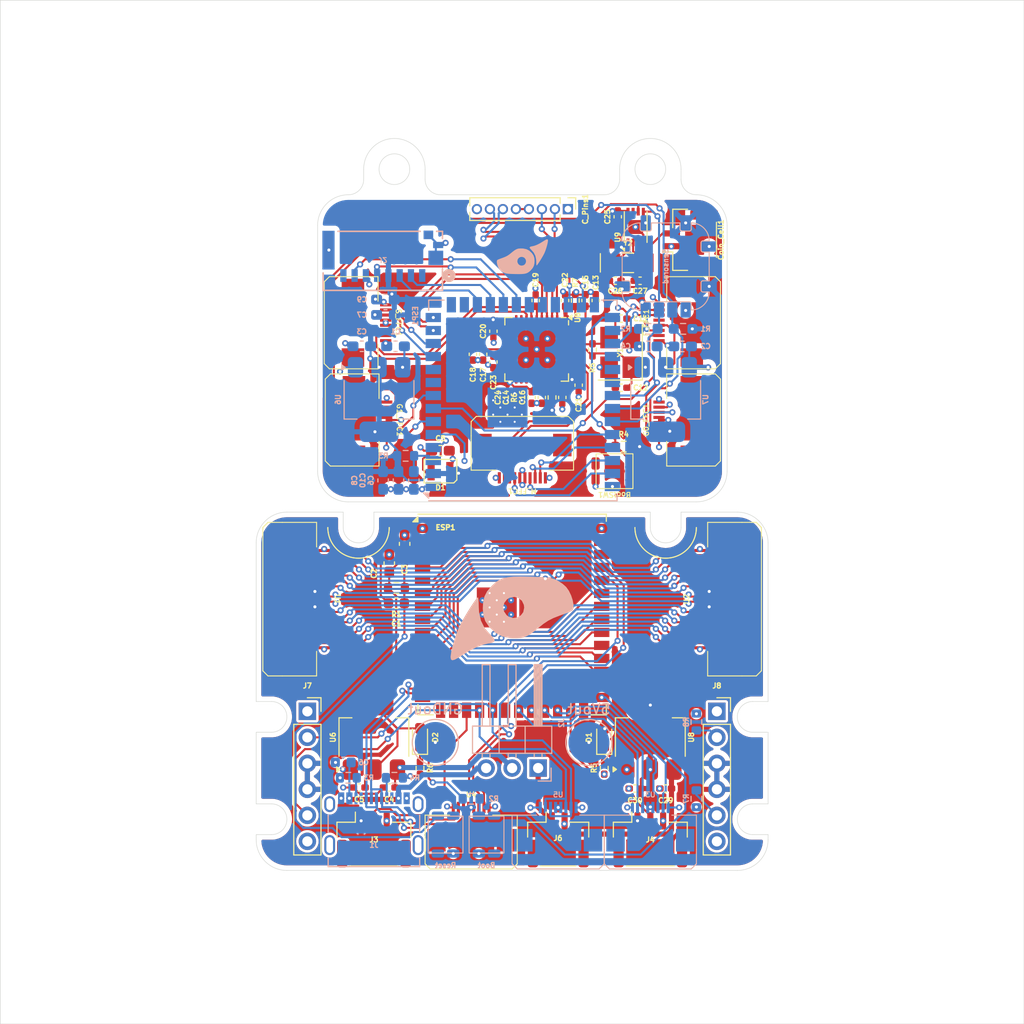
<source format=kicad_pcb>
(kicad_pcb (version 20241229) (generator "pcbnew") (generator_version "9.0")
  (layers (0 "F.Cu" power) (4 "In1.Cu" signal) (6 "In2.Cu" signal) (2 "B.Cu" power) (13 "F.Paste" user) (15 "B.Paste" user) (5 "F.SilkS" user "F.Silkscreen") (7 "B.SilkS" user "B.Silkscreen") (1 "F.Mask" user) (3 "B.Mask" user) (25 "Edge.Cuts" user))
  (net 0 "")
  (net 1 "Net-(ESP1-GPIO0{slash}BOOT)")
  (net 2 "GND")
  (net 3 "Net-(ESP1-EN)")
  (net 4 "+3V3")
  (net 11 "Main USB +")
  (net 12 "Main USB -")
  (net 14 "+5V")
  (net 15 "Addr LED 0")
  (net 16 "Addr LED 1")
  (net 17 "Disp GPIO 9")
  (net 18 "Disp GPIO 4")
  (net 19 "Disp GPIO 8")
  (net 20 "Disp GPIO 7")
  (net 21 "Disp GPIO 3")
  (net 22 "Disp GPIO 11")
  (net 23 "Disp GPIO 1")
  (net 24 "Disp GPIO 14")
  (net 25 "Disp GPIO 6")
  (net 26 "Disp GPIO 2")
  (net 27 "Disp GPIO 10")
  (net 28 "Disp GPIO 0")
  (net 29 "Disp GPIO 12")
  (net 30 "Disp GPIO 5")
  (net 31 "Disp GPIO 13")
  (net 32 "Disp GPIO 15")
  (net 33 "UI GPIO 0")
  (net 34 "UI GPIO 2")
  (net 35 "UI GPIO 1")
  (net 36 "UI GPIO 3")
  (net 37 "Main UART RX")
  (net 38 "Main UART TX")
  (net 39 "I2C SDA")
  (net 40 "I2C SCL")
  (net 41 "+RAWVS")
  (net 42 "+PWR")
  (net 43 "+5VUSB")
  (net 44 "Net-(J1-CC1)")
  (net 48 "Net-(J1-CC2)")
  (net 52 "Net-(D1-K)")
  (net 53 "Net-(D2-K)")
  (net 54 "Net-(J8-Pin_2)")
  (net 55 "Net-(J8-Pin_5)")
  (net 56 "Net-(U8-XTALIN{slash}CLKIN)")
  (net 57 "Net-(U8-XTALOUT)")
  (net 58 "Net-(U8-PLLFILT)")
  (net 59 "Net-(U8-RESET_N)")
  (net 60 "Net-(U8-CRFILT)")
  (net 61 "Net-(U9-X1)")
  (net 62 "Net-(U9-X2)")
  (net 63 "+5VP")
  (net 73 "Gesture GPIO 1")
  (net 75 "Debug LED")
  (net 76 "Gesture GPIO 2")
  (net 77 "Snoot UART TX")
  (net 78 "Snoot USB -")
  (net 79 "Snoot USB +")
  (net 80 "Snoot UART RX")
  (net 82 "Net-(U8-RBIAS)")
  (net 90 "Power USB +")
  (net 94 "Power USB -")
  (net 98 "SD SPI CS")
  (net 99 "SD SPI CLK")
  (net 101 "SD SPI MOSI")
  (net 102 "SD SPI MISO")
  (net 104 "Photoresistor 1")
  (net 105 "Photoresistor 2")
  (net 106 "Fan 0")
  (net 107 "Mic Analog")
  (net 108 "Fan 1")
  (net 109 "HUD USB -")
  (net 110 "HUD USB +")
  (net 111 "HUD UART TX")
  (net 112 "HUD UART RX")
  (net 113 "Power UART TX")
  (net 114 "Power GPIO 1")
  (net 115 "Power UART RX")
  (net 116 "Power GPIO 0")
  (net 117 "+5VS")
  (net 118 "Net-(Coin_Cell1-Pin_2)")
  (footprint "Capacitor_SMD:C_0402_1005Metric_Pad0.74x0.62mm_HandSolder" (layer "F.Cu") (at 77.17 64.58 -90)
    (property "Reference" "C17")
    (property "Value" "1uF" (hide yes))
  )
  (footprint "Resistor_SMD:R_0603_1608Metric" (layer "F.Cu") (at 90.9 73.6 180)
    (property "Reference" "R4")
    (property "Value" "10K" (hide yes))
  )
  (footprint "Capacitor_SMD:C_0603_1608Metric_Pad1.08x0.95mm_HandSolder" (layer "F.Cu") (at 68 85 90)
    (property "Reference" "C2")
    (property "Value" "22uF" (hide yes))
  )
  (footprint "Capacitor_SMD:C_0603_1608Metric" (layer "F.Cu") (at 68.7 88.9)
    (property "Reference" "C1")
    (property "Value" "1uF" (hide yes))
  )
  (footprint "FFC:FFC-8-0.5" (layer "F.Cu") (at 76 109.5)
    (property "Reference" "U4")
    (property "Value" "S FFC" (hide yes))
  )
  (footprint "Connector_PinSocket_2.54mm:PinSocket_1x06_P2.54mm_Vertical" (layer "F.Cu") (at 60 99.46)
    (property "Reference" "J7")
    (property "Value" "S Pins A" (hide yes))
  )
  (footprint "Resistor_SMD:R_0402_1005Metric_Pad0.72x0.64mm_HandSolder" (layer "F.Cu") (at 89 105 -90)
    (property "Reference" "R5")
    (property "Value" "155ohm min" (hide yes))
  )
  (footprint "Capacitor_SMD:C_0402_1005Metric_Pad0.74x0.62mm_HandSolder" (layer "F.Cu") (at 90.65 67.85)
    (property "Reference" "C12")
    (property "Value" "18pf" (hide yes))
  )
  (footprint "Package_DFN_QFN:QFN-36-1EP_6x6mm_P0.5mm_EP3.7x3.7mm" (layer "F.Cu") (at 82.4 64.1 -90)
    (property "Reference" "U8")
    (property "Value" "USB2513B_Bi" (hide yes))
  )
  (footprint "FFC:FFC-20-0.5" (layer "F.Cu") (at 99 88.5 90)
    (property "Reference" "U2")
    (property "Value" "D1 FFC" (hide yes))
  )
  (footprint "Crystal:Crystal_SMD_SeikoEpson_TSX3225-4Pin_3.2x2.5mm_HandSoldering" (layer "F.Cu") (at 90.5625 64.4 90)
    (property "Reference" "Y1")
    (property "Value" "TSX-3225 24MF18X-C0" (hide yes))
  )
  (footprint "Connector_JST:JST_GH_SM03B-GHS-TB_1x03-1MP_P1.25mm_Horizontal" (layer "F.Cu") (at 66.5 112)
    (property "Reference" "J3")
    (property "Value" "L0 JST" (hide yes))
  )
  (footprint "Capacitor_SMD:C_0402_1005Metric_Pad0.74x0.62mm_HandSolder" (layer "F.Cu") (at 92 107 180)
    (property "Reference" "C30")
    (property "Value" "10uf" (hide yes))
  )
  (footprint "Capacitor_SMD:C_0402_1005Metric_Pad0.74x0.62mm_HandSolder" (layer "F.Cu") (at 81.9 68.8 -90)
    (property "Reference" "C24")
    (property "Value" "0.1uF" (hide yes))
  )
  (footprint "Resistor_SMD:R_0402_1005Metric_Pad0.72x0.64mm_HandSolder" (layer "F.Cu") (at 87.85 64.15 90)
    (property "Reference" "R5")
    (property "Value" "1M" (hide yes))
  )
  (footprint "RF_Module:ESP32-S3-WROOM-1U" (layer "F.Cu") (at 80 90)
    (property "Reference" "ESP1")
    (property "Value" "ESP32-S3-WROOM-1" (hide yes))
  )
  (footprint "Capacitor_SMD:C_0402_1005Metric_Pad0.74x0.62mm_HandSolder" (layer "F.Cu") (at 95 107 180)
    (property "Reference" "C29")
    (property "Value" "0.1uf" (hide yes))
  )
  (footprint "Capacitor_SMD:C_0402_1005Metric_Pad0.74x0.62mm_HandSolder" (layer "F.Cu") (at 90.65 61.1 180)
    (property "Reference" "C11")
    (property "Value" "18pf" (hide yes))
  )
  (footprint "FFC:FFC-8-0.5" (layer "F.Cu") (at 67.1 71 -90)
    (property "Reference" "G1_FFC1")
    (property "Value" "G1 FFC" (hide yes))
  )
  (footprint "Capacitor_SMD:C_0603_1608Metric_Pad1.08x0.95mm_HandSolder" (layer "F.Cu") (at 69.5 83.1 90)
    (property "Reference" "C3")
    (property "Value" "0.1uF" (hide yes))
  )
  (footprint "Capacitor_SMD:C_0402_1005Metric_Pad0.74x0.62mm_HandSolder" (layer "F.Cu") (at 76.17 64.58 -90)
    (property "Reference" "C18")
    (property "Value" "0.1uF" (hide yes))
  )
  (footprint "FFC:FFC-8-0.5" (layer "F.Cu") (at 95 71 90)
    (property "Reference" "G0_FFC1")
    (property "Value" "G0 FFC" (hide yes))
  )
  (footprint "Capacitor_SMD:C_0402_1005Metric_Pad0.74x0.62mm_HandSolder" (layer "F.Cu") (at 84.9 68.8 -90)
    (property "Reference" "C16")
    (property "Value" "0.1uF" (hide yes))
  )
  (footprint "Connector_PinHeader_1.27mm:PinHeader_1x08_P1.27mm_Vertical" (layer "F.Cu") (at 85.45 50.4 -90)
    (property "Reference" "C_Pins1")
    (property "Value" "C Pins" (hide yes))
  )
  (footprint "Diode_SMD:D_0603_1608Metric_Pad1.05x0.95mm_HandSolder" (layer "F.Cu") (at 71 102 90)
    (property "Reference" "D2")
    (property "Value" "LED" (hide yes))
  )
  (footprint "Capacitor_SMD:C_0402_1005Metric_Pad0.74x0.62mm_HandSolder" (layer "F.Cu") (at 68 106.9 180)
    (property "Reference" "C4")
    (property "Value" "0.1uf" (hide yes))
  )
  (footprint "Capacitor_SMD:C_0402_1005Metric_Pad0.74x0.62mm_HandSolder" (layer "F.Cu") (at 86.5 67.6 -90)
    (property "Reference" "C21")
    (property "Value" "0.1uF" (hide yes))
  )
  (footprint "FFC:FFC-10-0.5" (layer "F.Cu") (at 81 76 180)
    (property "Reference" "M_FFC1")
    (property "Value" "M FFC" (hide yes))
  )
  (footprint "Diode_SMD:D_0603_1608Metric_Pad1.05x0.95mm_HandSolder" (layer "F.Cu") (at 89 102 90)
    (property "Reference" "D1")
    (property "Value" "LED" (hide yes))
  )
  (footprint "Resistor_SMD:R_0603_1608Metric" (layer "F.Cu") (at 68.7 87.4)
    (property "Reference" "R1")
    (property "Value" "10K" (hide yes))
  )
  (footprint "Capacitor_SMD:C_0402_1005Metric_Pad0.74x0.62mm_HandSolder" (layer "F.Cu") (at 85.17 59.33 90)
    (property "Reference" "C22")
    (property "Value" "0.1uF" (hide yes))
  )
  (footprint "Capacitor_SMD:C_0402_1005Metric_Pad0.74x0.62mm_HandSolder" (layer "F.Cu") (at 88.17 59.33 90)
    (property "Reference" "C13")
    (property "Value" "1uF" (hide yes))
  )
  (footprint "Connector_PinSocket_2.54mm:PinSocket_1x06_P2.54mm_Vertical" (layer "F.Cu") (at 100 99.46)
    (property "Reference" "J8")
    (property "Value" "S Pins B" (hide yes))
  )
  (footprint "Capacitor_SMD:C_0402_1005Metric_Pad0.74x0.62mm_HandSolder" (layer "F.Cu") (at 82.3 59.33 90)
    (property "Reference" "C19")
    (property "Value" "0.1uF" (hide yes))
  )
  (footprint "Package_DFN_QFN:DFN-8-1EP_3x2mm_P0.5mm_EP1.36x1.46mm" (layer "F.Cu") (at 92.0675 52.15 90)
    (property "Reference" "U9")
    (property "Value" "MCP7940N-xMNY" (hide yes))
  )
  (footprint "LED_SMD:LED_WS2812B-2020_PLCC4_2.0x2.0mm" (layer "F.Cu") (at 73 76 180)
    (property "Reference" "D1")
    (property "Value" "WS2812B-2020" (hide yes))
  )
  (footprint "Capacitor_SMD:C_0402_1005Metric_Pad0.74x0.62mm_HandSolder" (layer "F.Cu") (at 78.17 62.33 -90)
    (property "Reference" "C20")
    (property "Value" "0.1uF" (hide yes))
  )
  (footprint "Capacitor_SMD:C_0402_1005Metric_Pad0.74x0.62mm_HandSolder" (layer "F.Cu") (at 87.17 59.33 90)
    (property "Reference" "C15")
    (property "Value" "0.1uF" (hide yes))
  )
  (footprint "Capacitor_SMD:C_0402_1005Metric_Pad0.74x0.62mm_HandSolder" (layer "F.Cu") (at 82.9 68.8 -90)
    (property "Reference" "C14")
    (property "Value" "0.1uF" (hide yes))
  )
  (footprint "Capacitor_SMD:C_0402_1005Metric_Pad0.74x0.62mm_HandSolder" (layer "F.Cu") (at 65.0675 106.9 180)
    (property "Reference" "C5")
    (property "Value" "10uf" (hide yes))
  )
  (footprint "Buttons:R-667843" (layer "F.Cu") (at 90 76 180)
    (property "Reference" "BootSW1")
    (property "Value" "SW_Push" (hide yes))
  )
  (footprint "Package_TO_SOT_SMD:SOT-223-3_TabPin2" (layer "F.Cu") (at 93.5 102 90)
    (property "Reference" "U8")
    (property "Value" "LD1117S50TR_SOT223" (hide yes))
  )
  (footprint "Capacitor_SMD:C_0402_1005Metric_Pad0.74x0.62mm_HandSolder" (layer "F.Cu") (at 78.17 65.33 -90)
    (property "Reference" "C23")
    (property "Value" "0.1uF" (hide yes))
  )
  (footprint "Connector_JST:JST_GH_SM02B-GHS-TB_1x02-1MP_P1.25mm_Horizontal" (layer "F.Cu") (at 84.5 112)
    (property "Reference" "J6")
    (property "Value" "A JST" (hide yes))
  )
  (footprint "FFC:FFC-8-0.5" (layer "F.Cu") (at 67 61.5 -90)
    (property "Reference" "S_FFC1")
    (property "Value" "S FFC" (hide yes))
  )
  (footprint "Capacitor_SMD:C_0402_1005Metric_Pad0.74x0.62mm_HandSolder" (layer "F.Cu") (at 92.5 57.4)
    (property "Reference" "C27")
    (property "Value" "12pf" (hide yes))
  )
  (footprint "Package_TO_SOT_SMD:SOT-223-3_TabPin2" (layer "F.Cu") (at 66.5 102 90)
    (property "Reference" "U6")
    (property "Value" "LD1117S33TR_SOT223" (hide yes))
  )
  (footprint "Connector_JST:JST_GH_SM02B-GHS-TB_1x02-1MP_P1.25mm_Horizontal" (layer "F.Cu") (at 97.4 53.4 90)
    (property "Reference" "Coin_Cell1")
    (property "Value" "Coin Cell" (hide yes))
  )
  (footprint "FFC:FFC-20-0.5" (layer "F.Cu") (at 61 88.5 -90)
    (property "Reference" "U1")
    (property "Value" "D0 FFC" (hide yes))
  )
  (footprint "Crystal:Crystal_SMD_MicroCrystal_CC7V-T1A-2Pin_3.2x1.5mm_HandSoldering" (layer "F.Cu") (at 91.3175 55.65)
    (property "Reference" "Y2")
    (property "Value" "CM7V-T1A" (hide yes))
  )
  (footprint "Capacitor_SMD:C_0402_1005Metric_Pad0.74x0.62mm_HandSolder" (layer "F.Cu") (at 90.0675 57.4 180)
    (property "Reference" "C26")
    (property "Value" "10pf" (hide yes))
  )
  (footprint "Capacitor_SMD:C_0603_1608Metric_Pad1.08x0.95mm_HandSolder" (layer "F.Cu") (at 73 74)
    (property "Reference" "C5")
    (property "Value" "1uF" (hide yes))
  )
  (footprint "FFC:FFC-8-0.5" (layer "F.Cu") (at 95 61.5 90)
    (property "Reference" "F_FFC1")
    (property "Value" "F FFC" (hide yes))
  )
  (footprint "Resistor_SMD:R_0402_1005Metric_Pad0.72x0.64mm_HandSolder" (layer "F.Cu") (at 83.9 68.8 -90)
    (property "Reference" "R6")
    (property "Value" "100K" (hide yes))
  )
  (footprint "Resistor_SMD:R_0402_1005Metric_Pad0.72x0.64mm_HandSolder" (layer "F.Cu") (at 71 105 -90)
    (property "Reference" "R6")
    (property "Value" "70ohm min" (hide yes))
  )
  (footprint "Connector_JST:JST_GH_SM03B-GHS-TB_1x03-1MP_P1.25mm_Horizontal" (layer "F.Cu") (at 93.5 112)
    (property "Reference" "J4")
    (property "Value" "L1 JST" (hide yes))
  )
  (footprint "Capacitor_SMD:C_0402_1005Metric_Pad0.74x0.62mm_HandSolder" (layer "F.Cu") (at 90.3175 51.15 -90)
    (property "Reference" "C25")
    (property "Value" "0.1uF" (hide yes))
  )
  (footprint "Resistor_SMD:R_0402_1005Metric_Pad0.72x0.64mm_HandSolder" (layer "F.Cu") (at 86.17 59.33 -90)
    (property "Reference" "R7")
    (property "Value" "12K" (hide yes))
  )
  (footprint "Resistor_SMD:R_0603_1608Metric" (layer "B.Cu") (at 69.6 74.5)
    (property "Reference" "R3")
    (property "Value" "10K" (hide yes))
  )
  (footprint "Resistor_SMD:R_0603_1608Metric" (layer "B.Cu") (at 68.5 105.95)
    (property "Reference" "R4")
    (property "Value" "5.1K" (hide yes))
  )
  (footprint "Package_TO_SOT_SMD:SOT-223-3_TabPin2" (layer "B.Cu") (at 95 69 -90)
    (property "Reference" "U7")
    (property "Value" "LD1117S50TR_SOT223" (hide yes))
  )
  (footprint "Capacitor_SMD:C_0603_1608Metric_Pad1.08x0.95mm_HandSolder" (layer "B.Cu") (at 70.4 76.9 90)
    (property "Reference" "C6")
    (property "Value" "1uF" (hide yes))
  )
  (footprint "Capacitor_SMD:C_0603_1608Metric_Pad1.08x0.95mm_HandSolder" (layer "B.Cu") (at 67.627095 60.734 180)
    (property "Reference" "C7")
    (property "Value" "22uF" (hide yes))
  )
  (footprint "Resistor_SMD:R_0603_1608Metric" (layer "B.Cu") (at 98 100.5 90)
    (property "Reference" "R8")
    (property "Value" "5.1K" (hide yes))
  )
  (footprint "Resistor_SMD:R_0603_1608Metric" (layer "B.Cu") (at 64 105.95 180)
    (property "Reference" "R3")
    (property "Value" "5.1K" (hide yes))
  )
  (footprint "TestPoint:TestPoint_Pad_D4.0mm" (layer "B.Cu") (at 87.5 102.5 180)
    (property "Reference" "J5" (hide yes))
    (property "Value" "5Vout")
  )
  (footprint "Custom Modules:Sensored" (layer "B.Cu") (at 95 56 -90)
    (property "Reference" "U11" (hide yes))
    (property "Value" "Sensored")
  )
  (footprint "USBC:AMPHENOL_10171746-00021LF" (layer "B.Cu") (at 66.5 112.525 180)
    (property "Reference" "J1")
    (property "Value" "10171746-00021LF" (hide yes))
  )
  (footprint "LOGO" (layer "B.Cu") (at 81 55)
    (property "Reference" "G***" (hide yes))
    (property "Value" "LOGO" (hide yes))
  )
  (footprint "Capacitor_SMD:C_0603_1608Metric_Pad1.08x0.95mm_HandSolder" (layer "B.Cu") (at 96.65 63.813124 180)
    (property "Reference" "C2")
    (property "Value" "0.1uf" (hide yes))
  )
  (footprint "Capacitor_SMD:C_0603_1608Metric_Pad1.08x0.95mm_HandSolder" (layer "B.Cu") (at 68.613124 63.8 180)
    (property "Reference" "C1")
    (property "Value" "0.1uf" (hide yes))
  )
  (footprint "Capacitor_SMD:C_0603_1608Metric_Pad1.08x0.95mm_HandSolder" (layer "B.Cu") (at 93.3 63.813124 180)
    (property "Reference" "C4")
    (property "Value" "10uf" (hide yes))
  )
  (footprint "Capacitor_SMD:C_0603_1608Metric_Pad1.08x0.95mm_HandSolder" (layer "B.Cu") (at 67.4 76.9 -90)
    (property "Reference" "C8")
    (property "Value" "22uF" (hide yes))
  )
  (footprint "TestPoint:TestPoint_Pad_D4.0mm" (layer "B.Cu") (at 72.5 102.5 180)
    (property "Reference" "J9" (hide yes))
    (property "Value" "GNDout")
  )
  (footprint "Resistor_SMD:R_0603_1608Metric_Pad0.98x0.95mm_HandSolder" (layer "B.Cu") (at 93.3 62.1)
    (property "Reference" "R2")
    (property "Value" "10K" (hide yes))
  )
  (footprint "Capacitor_SMD:C_0603_1608Metric_Pad1.08x0.95mm_HandSolder" (layer "B.Cu") (at 67.627095 59.234 180)
    (property "Reference" "C9")
    (property "Value" "0.1uF" (hide yes))
  )
  (footprint "Capacitor_SMD:C_0603_1608Metric_Pad1.08x0.95mm_HandSolder" (layer "B.Cu") (at 65.313124 63.8 180)
    (property "Reference" "C3")
    (property "Value" "10uf" (hide yes))
  )
  (footprint "Resistor_SMD:R_0603_1608Metric_Pad0.98x0.95mm_HandSolder" (layer "B.Cu") (at 96.7 62.1 180)
    (property "Reference" "R1")
    (property "Value" "10K" (hide yes))
  )
  (footprint "Buttons:R-667843" (layer "B.Cu") (at 73.5 111.5 -90)
    (property "Reference" "RstSW1" (hide yes))
    (property "Value" "Reset")
  )
  (footprint "FFC:FFC-8-0.5" (layer "B.Cu") (at 84.5 109.5 180)
    (property "Reference" "U5")
    (property "Value" "R FFC" (hide yes))
  )
  (footprint "LOGO" (layer "B.Cu") (at 80 90.5 180)
    (property "Reference" "G***" (hide yes))
    (property "Value" "LOGO" (hide yes))
  )
  (footprint "Resistor_SMD:R_0603_1608Metric" (layer "B.Cu") (at 76 108)
    (property "Reference" "R2")
    (property "Value" "10K" (hide yes))
  )
  (footprint "FFC:FFC-8-0.5" (layer "B.Cu") (at 93.5 109.5 180)
    (property "Reference" "U3")
    (property "Value" "U FFC" (hide yes))
  )
  (footprint "Package_TO_SOT_SMD:SOT-223-3_TabPin2" (layer "B.Cu") (at 67 69 -90)
    (property "Reference" "U6")
    (property "Value" "LD1117S33TR_SOT223" (hide yes))
  )
  (footprint "Resistor_SMD:R_0603_1608Metric" (layer "B.Cu") (at 98 108 -90)
    (property "Reference" "R7")
    (property "Value" "5.1K" (hide yes))
  )
  (footprint "Connector_PinHeader_2.54mm:PinHeader_1x03_P2.54mm_Horizontal" (layer "B.Cu") (at 82.54 105 90)
    (property "Reference" "J2")
    (property "Value" "PWR Jumper Pins" (hide yes))
  )
  (footprint "Micro SD:MicroSD_473092651" (layer "B.Cu") (at 67.372905 56.866)
    (property "Reference" "J2")
    (property "Value" "MicroSD" (hide yes))
  )
  (footprint "RF_Module:ESP32-S3-WROOM-1U" (layer "B.Cu") (at 81.05 69.09)
    (property "Reference" "ESP1")
    (property "Value" "ESP32-S3-WROOM-1U" (hide yes))
  )
  (footprint "Capacitor_SMD:C_0603_1608Metric_Pad1.08x0.95mm_HandSolder" (layer "B.Cu") (at 68.9 76.9 -90)
    (property "Reference" "C10")
    (property "Value" "0.1uF" (hide yes))
  )
  (footprint "Buttons:R-667843" (layer "B.Cu") (at 77.5 111.5 -90)
    (property "Reference" "BootSW1" (hide yes))
    (property "Value" "Boot")
  )
  (footprint "Capacitor_SMD:C_0603_1608Metric" (layer "B.Cu") (at 63.5 104.45 180)
    (property "Reference" "C6")
    (property "Value" "10uF" (hide yes))
  )
  (gr_arc (start 67.992925 81.5) (mid 64.992925 84.5) (end 61.992925 81.5) (stroke (width 0.1)) (layer "F.SilkS"))
  (gr_arc (start 68 81.5) (mid 65 84.5) (end 62 81.5) (stroke (width 0.1)) (layer "F.SilkS"))
  (gr_arc (start 98 81.5) (mid 95 84.5) (end 92 81.5) (stroke (width 0.1)) (layer "F.SilkS"))
  (gr_arc (start 97.992925 81.5) (mid 94.992925 84.5) (end 91.992925 81.5) (stroke (width 0.1)) (layer "F.SilkS"))
  (gr_arc (start 58 115) (mid 55.87868 114.12132) (end 55 112) (stroke (width 0.05)) (layer "Edge.Cuts"))
  (gr_line (start 103.5 101.5) (end 105 101.5) (stroke (width 0.05)) (layer "Edge.Cuts"))
  (gr_line (start 56.5 98.5) (end 55 98.5) (stroke (width 0.05)) (layer "Edge.Cuts"))
  (gr_arc (start 56.5 98.5) (mid 58 100) (end 56.5 101.5) (stroke (width 0.05)) (layer "Edge.Cuts"))
  (gr_line (start 89 49) (end 73 49) (stroke (width 0.05)) (layer "Edge.Cuts"))
  (gr_line (start 56.5 111.5) (end 55 111.5) (stroke (width 0.05)) (layer "Edge.Cuts"))
  (gr_arc (start 105 112) (mid 104.12132 114.12132) (end 102 115) (stroke (width 0.05)) (layer "Edge.Cuts"))
  (gr_rect (start 30 30) (end 130 130) (stroke (width 0.05)) (fill no) (layer "Edge.Cuts"))
  (gr_circle (center 93.5 46.5) (end 93.5 48) (stroke (width 0.05)) (fill no) (layer "Edge.Cuts"))
  (gr_arc (start 73 49) (mid 71.93934 48.56066) (end 71.5 47.5) (stroke (width 0.05)) (layer "Edge.Cuts"))
  (gr_arc (start 90.5 47.5) (mid 90.06066 48.56066) (end 89 49) (stroke (width 0.05)) (layer "Edge.Cuts"))
  (gr_arc (start 103.5 101.5) (mid 102 100) (end 103.5 98.5) (stroke (width 0.05)) (layer "Edge.Cuts"))
  (gr_line (start 105 101.5) (end 105 108.5) (stroke (width 0.05)) (layer "Edge.Cuts"))
  (gr_line (start 98 79) (end 64 79) (stroke (width 0.05)) (layer "Edge.Cuts"))
  (gr_circle (center 68.5 46.5) (end 68.5 48) (stroke (width 0.05)) (fill no) (layer "Edge.Cuts"))
  (gr_line (start 96.5 80) (end 102 80) (stroke (width 0.05)) (layer "Edge.Cuts"))
  (gr_line (start 63.5 80) (end 58 80) (stroke (width 0.05)) (layer "Edge.Cuts"))
  (gr_line (start 103.5 98.5) (end 105 98.5) (stroke (width 0.05)) (layer "Edge.Cuts"))
  (gr_line (start 56.5 108.5) (end 55 108.5) (stroke (width 0.05)) (layer "Edge.Cuts"))
  (gr_arc (start 103.5 111.5) (mid 102 110) (end 103.5 108.5) (stroke (width 0.05)) (layer "Edge.Cuts"))
  (gr_arc (start 55 83) (mid 55.87868 80.87868) (end 58 80) (stroke (width 0.05)) (layer "Edge.Cuts"))
  (gr_arc (start 66.5 81.5) (mid 65 83) (end 63.5 81.5) (stroke (width 0.05)) (layer "Edge.Cuts"))
  (gr_line (start 93.5 81.5) (end 93.5 80) (stroke (width 0.05)) (layer "Edge.Cuts"))
  (gr_line (start 103.5 111.5) (end 105 111.5) (stroke (width 0.05)) (layer "Edge.Cuts"))
  (gr_arc (start 56.5 108.5) (mid 58 110) (end 56.5 111.5) (stroke (width 0.05)) (layer "Edge.Cuts"))
  (gr_line (start 102 115) (end 58 115) (stroke (width 0.05)) (layer "Edge.Cuts"))
  (gr_line (start 55 108.5) (end 55 101.5) (stroke (width 0.05)) (layer "Edge.Cuts"))
  (gr_line (start 105 83) (end 105 98.5) (stroke (width 0.05)) (layer "Edge.Cuts"))
  (gr_line (start 63.5 81.5) (end 63.5 80) (stroke (width 0.05)) (layer "Edge.Cuts"))
  (gr_arc (start 98 49) (mid 100.12132 49.87868) (end 101 52) (stroke (width 0.05)) (layer "Edge.Cuts"))
  (gr_line (start 101 52) (end 101 76) (stroke (width 0.05)) (layer "Edge.Cuts"))
  (gr_arc (start 61 52) (mid 61.87868 49.87868) (end 64 49) (stroke (width 0.05)) (layer "Edge.Cuts"))
  (gr_line (start 90.5 46.5) (end 90.5 47.5) (stroke (width 0.05)) (layer "Edge.Cuts"))
  (gr_line (start 55 98.5) (end 55 83) (stroke (width 0.05)) (layer "Edge.Cuts"))
  (gr_arc (start 96.5 81.5) (mid 95 83) (end 93.5 81.5) (stroke (width 0.05)) (layer "Edge.Cuts"))
  (gr_arc (start 65.5 47.5) (mid 65.06066 48.56066) (end 64 49) (stroke (width 0.05)) (layer "Edge.Cuts"))
  (gr_line (start 56.5 101.5) (end 55 101.5) (stroke (width 0.05)) (layer "Edge.Cuts"))
  (gr_arc (start 101 76) (mid 100.12132 78.12132) (end 98 79) (stroke (width 0.05)) (layer "Edge.Cuts"))
  (gr_line (start 96.5 81.5) (end 96.5 80) (stroke (width 0.05)) (layer "Edge.Cuts"))
  (gr_line (start 66.5 81.5) (end 66.5 80) (stroke (width 0.05)) (layer "Edge.Cuts"))
  (gr_arc (start 64 79) (mid 61.87868 78.12132) (end 61 76) (stroke (width 0.05)) (layer "Edge.Cuts"))
  (gr_arc (start 102 80) (mid 104.12132 80.87868) (end 105 83) (stroke (width 0.05)) (layer "Edge.Cuts"))
  (gr_line (start 66.5 80) (end 93.5 80) (stroke (width 0.05)) (layer "Edge.Cuts"))
  (gr_arc (start 90.5 46.5) (mid 93.5 43.5) (end 96.5 46.5) (stroke (width 0.05)) (layer "Edge.Cuts"))
  (gr_arc (start 65.5 46.5) (mid 68.5 43.5) (end 71.5 46.5) (stroke (width 0.05)) (layer "Edge.Cuts"))
  (gr_line (start 103.5 108.5) (end 105 108.5) (stroke (width 0.05)) (layer "Edge.Cuts"))
  (gr_line (start 105 111.5) (end 105 112) (stroke (width 0.05)) (layer "Edge.Cuts"))
  (gr_line (start 65.5 46.5) (end 65.5 47.5) (stroke (width 0.05)) (layer "Edge.Cuts"))
  (gr_arc (start 98 49) (mid 96.93934 48.56066) (end 96.5 47.5) (stroke (width 0.05)) (layer "Edge.Cuts"))
  (gr_line (start 71.5 46.5) (end 71.5 47.5) (stroke (width 0.05)) (layer "Edge.Cuts"))
  (gr_line (start 96.5 46.5) (end 96.5 47.5) (stroke (width 0.05)) (layer "Edge.Cuts"))
  (gr_line (start 55 112) (end 55 111.5) (stroke (width 0.05)) (layer "Edge.Cuts"))
  (gr_line (start 61 76) (end 61 52) (stroke (width 0.05)) (layer "Edge.Cuts"))
  (gr_text "ESP1" (at 73.492925 81.5 0) (layer "F.SilkS") (effects (font (size 0.5 0.5) (thickness 0.125))))
  (gr_text "U1" (at 62.942925 88.5 270) (layer "F.SilkS") (effects (font (size 0.5 0.5) (thickness 0.1))))
  (gr_text "U2" (at 97.042925 88.5 90) (layer "F.SilkS") (effects (font (size 0.5 0.5) (thickness 0.1))))
  (segment (start 90.075 72.925002) (end 90.075 73.6) (width 0.2) (layer "F.Cu") (net 1))
  (segment (start 91.85 76.75) (end 91.85 75.25) (width 0.2) (layer "F.Cu") (net 1))
  (segment (start 90.2 73.6) (end 90.075 73.6) (width 0.2) (layer "F.Cu") (net 1))
  (segment (start 88.549998 71.4) (end 90.075 72.925002) (width 0.2) (layer "F.Cu") (net 1))
  (segment (start 91.85 75.25) (end 90.2 73.6) (width 0.2) (layer "F.Cu") (net 1))
  (via (at 88.75 98.1) (size 0.6) (drill 0.3) (layers "F.Cu" "B.Cu") (net 1))
  (via (at 88.549998 71.4) (size 0.6) (drill 0.3) (layers "F.Cu" "B.Cu") (net 1))
  (segment (start 96.9185 105.900157) (end 89.118343 98.1) (width 0.2) (layer "B.Cu") (net 1))
  (segment (start 89.8 60.99) (end 88.85 60.99) (width 0.2) (layer "B.Cu") (net 1))
  (segment (start 76.825 108) (end 76.825 109.575) (width 0.2) (layer "B.Cu") (net 1))
  (segment (start 85.15 113.45) (end 92.567443 113.45) (width 0.2) (layer "B.Cu") (net 1))
  (segment (start 89.118343 98.1) (end 88.75 98.1) (width 0.2) (layer "B.Cu") (net 1))
  (segment (start 88.85 60.99) (end 87.8 62.04) (width 0.2) (layer "B.Cu") (net 1))
  (segment (start 92.567443 113.45) (end 96.9185 109.098943) (width 0.2) (layer "B.Cu") (net 1))
  (segment (start 87.8 62.04) (end 87.8 70.650002) (width 0.2) (layer "B.Cu") (net 1))
  (segment (start 76.825 109.575) (end 76.75 109.65) (width 0.2) (layer "B.Cu") (net 1))
  (segment (start 87.8 70.650002) (end 88.549998 71.4) (width 0.2) (layer "B.Cu") (net 1))
  (segment (start 78.25 109.65) (end 81.35 109.65) (width 0.2) (layer "B.Cu") (net 1))
  (segment (start 81.35 109.65) (end 85.15 113.45) (width 0.2) (layer "B.Cu") (net 1))
  (segment (start 96.9185 109.098943) (end 96.9185 105.900157) (width 0.2) (layer "B.Cu") (net 1))
  (segment (start 76.75 109.65) (end 78.25 109.65) (width 0.2) (layer "B.Cu") (net 1))
  (segment (start 67.4325 106.9) (end 66.8215 107.511) (width 0.2) (layer "F.Cu") (net 2))
  (segment (start 73.22 53.674) (end 73.474 53.674) (width 0.2) (layer "F.Cu") (net 2))
  (segment (start 85.862502 58.7625) (end 85.892502 58.7325) (width 0.2) (layer "F.Cu") (net 2))
  (segment (start 87.17 58.7625) (end 87.400698 58.7625) (width 0.2) (layer "F.Cu") (net 2))
  (segment (start 82.4 64.1) (end 83.45 65.15) (width 0.2) (layer "F.Cu") (net 2))
  (segment (start 67.167925 84.975) (end 67.992925 84.15) (width 0.2) (layer "F.Cu") (net 2))
  (segment (start 94.35 69.250001) (end 94.35 68.95) (width 0.2) (layer "F.Cu") (net 2))
  (segment (start 94.35 72.75) (end 94.35 73.65) (width 0.2) (layer "F.Cu") (net 2))
  (segment (start 91.45 64.2) (end 91.45 62.75) (width 0.2) (layer "F.Cu") (net 2))
  (segment (start 91.45 64.2) (end 91.45 63.1) (width 0.2) (layer "F.Cu") (net 2))
  (segment (start 94.640845 63.25) (end 94.35 63.25) (width 0.2) (layer "F.Cu") (net 2))
  (segment (start 74.2 74.8) (end 74.2 75.165) (width 0.2) (layer "F.Cu") (net 2))
  (segment (start 77.17 65.1475) (end 77.1975 65.1475) (width 0.2) (layer "F.Cu") (net 2))
  (segment (start 73.75 108.85) (end 73.65 108.75) (width 0.2) (layer "F.Cu") (net 2))
  (segment (start 88.15 77.5) (end 88.15 75.25) (width 0.2) (layer "F.Cu") (net 2))
  (segment (start 93.0675 57.4) (end 92.4565 58.011) (width 0.2) (layer "F.Cu") (net 2))
  (segment (start 90.3175 51.7175) (end 91.635 51.7175) (width 0.2) (layer "F.Cu") (net 2))
  (segment (start 85.125 110.425) (end 85.1 110.45) (width 0.2) (layer "F.Cu") (net 2))
  (segment (start 78.4675 62.6) (end 78.17 62.8975) (width 0.2) (layer "F.Cu") (net 2))
  (segment (start 98.342925 83.75) (end 98.342925 83.599998) (width 0.2) (layer "F.Cu") (net 2))
  (segment (start 64.2 105.15) (end 63.487474 105.15) (width 0.2) (layer "F.Cu") (net 2))
  (segment (start 81.9175 69.35) (end 81.9 69.3675) (width 0.2) (layer "F.Cu") (net 2))
  (segment (start 78.17 62.8975) (end 78.17 63.42) (width 0.2) (layer "F.Cu") (net 2))
  (segment (start 91.635 51.7175) (end 92.0675 52.15) (width 0.2) (layer "F.Cu") (net 2))
  (segment (start 88.17 58.7625) (end 87.945702 58.7625) (width 0.2) (layer "F.Cu") (net 2))
  (segment (start 90.746126 58.014874) (end 90.75 58.011) (width 0.2) (layer "F.Cu") (net 2))
  (segment (start 90.0825 67.85) (end 90.0825 66.4575) (width 0.2) (layer "F.Cu") (net 2))
  (segment (start 83.25 76.65) (end 83.65 76.65) (width 0.2) (layer "F.Cu") (net 2))
  (segment (start 84.975 58.5675) (end 85.17 58.7625) (width 0.2) (layer "F.Cu") (net 2))
  (segment (start 77.9475 65.8975) (end 77.65 65.6) (width 0.2) (layer "F.Cu") (net 2))
  (segment (start 64.5 106.9) (end 63.5 106.9) (width 0.2) (layer "F.Cu") (net 2))
  (segment (start 89 105.5975) (end 89 105.6) (width 0.2) (layer "F.Cu") (net 2))
  (segment (start 86.260865 58.492938) (end 86.260865 58.7625) (width 0.2) (layer "F.Cu") (net 2))
  (segment (start 90.819834 60.134834) (end 91.2175 60.5325) (width 0.2) (layer "F.Cu") (net 2))
  (segment (start 65.111 107.511) (end 64.5 106.9) (width 0.2) (layer "F.Cu") (net 2))
  (segment (start 69.492925 82.6375) (end 69.492925 82.65) (width 0.2) (layer "F.Cu") (net 2))
  (segment (start 85.892502 58.7325) (end 86.17 58.7325) (width 0.2) (layer "F.Cu") (net 2))
  (segment (start 91.2175 60.5325) (end 91.2175 61.1) (width 0.2) (layer "F.Cu") (net 2))
  (segment (start 74.2 74.8) (end 74.2 74.3375) (width 0.2) (layer "F.Cu") (net 2))
  (segment (start 77.749999 108.85) (end 78.232486 108.85) (width 0.2) (layer "F.Cu") (net 2))
  (segment (start 78.17 63.42) (end 78.2 63.45) (width 0.2) (layer "F.Cu") (net 2))
  (segment (start 86.5 68.1675) (end 86.5 68.75) (width 0.2) (layer "F.Cu") (net 2))
  (segment (start 90.746126 58.21) (end 90.746126 58.014874) (width 0.2) (layer "F.Cu") (net 2))
  (segment (start 89.475 65.85) (end 88.549998 65.85) (width 0.2) (layer "F.Cu") (net 2))
  (segment (start 76.65 65.15) (end 76.1725 65.15) (width 0.2) (layer "F.Cu") (net 2))
  (segment (start 91.45 62.75) (end 91.2175 62.5175) (width 0.2) (layer "F.Cu") (net 2))
  (segment (start 67.75 72.749999) (end 67.75 73.65) (width 0.2) (layer "F.Cu") (net 2))
  (segment (start 88.742925 81.59) (end 88.742925 81.6) (width 0.2) (layer "F.Cu") (net 2))
  (segment (start 92.8175 53.65) (end 92.8175 52.9) (width 0.2) (layer "F.Cu") (net 2))
  (segment (start 90.111 58.011) (end 89.5 57.4) (width 0.2) (layer "F.Cu") (net 2))
  (segment (start 78.232486 108.85) (end 78.332486 108.75) (width 0.2) (layer "F.Cu") (net 2))
  (segment (start 91.45 63.1) (end 91.625 62.925) (width 0.2) (layer "F.Cu") (net 2))
  (segment (start 82.4 64.1) (end 81.35 65.15) (width 0.2) (layer "F.Cu") (net 2))
  (segment (start 90.35 60.039998) (end 90.444836 60.134834) (width 0.2) (layer "F.Cu") (net 2))
  (segment (start 81.35 63.05) (end 82.4 64.1) (width 0.2) (layer "F.Cu") (net 2))
  (segment (start 94.35 59.6) (end 93.75 59) (width 0.2) (layer "F.Cu") (net 2))
  (segment (start 78.75 76.65) (end 78.4 76.65) (width 0.2) (layer "F.Cu") (net 2))
  (segment (start 82.9 69.3675) (end 82.4175 69.3675) (width 0.2) (layer "F.Cu") (net 2))
  (segment (start 91.2175 62.5175) (end 91.2175 61.1) (width 0.2) (layer "F.Cu") (net 2))
  (segment (start 67.167925 88.15) (end 67.167925 84.975) (width 0.2) (layer "F.Cu") (net 2))
  (segment (start 67.75 69.25) (end 67.75 68.85) (width 0.2) (layer "F.Cu") (net 2))
  (segment (start 76.6525 65.1475) (end 76.65 65.15) (width 0.2) (layer "F.Cu") (net 2))
  (segment (start 82.4 64.1) (end 83.45 63.05) (width 0.2) (layer "F.Cu") (net 2))
  (segment (start 63.487474 105.15) (end 63.461122 105.123648) (width 0.2) (layer "F.Cu") (net 2))
  (segment (start 94.4325 107) (end 94.4 107) (width 0.2) (layer "F.Cu") (net 2))
  (segment (start 82.4 69.35) (end 81.9175 69.35) (width 0.2) (layer "F.Cu") (net 2))
  (segment (start 84.975 58.45) (end 84.975 58.5675) (width 0.2) (layer "F.Cu") (net 2))
  (segment (start 76.1725 65.15) (end 76.17 65.1475) (width 0.2) (layer "F.Cu") (net 2))
  (segment (start 92.0675 52.15) (end 92.05 52.15) (width 0.2) (layer "F.Cu") (net 2))
  (segment (start 85.17 58.7625) (end 85.862502 58.7625) (width 0.2) (layer "F.Cu") (net 2))
  (segment (start 67.65 63.5) (end 67.65 63.249999) (width 0.2) (layer "F.Cu") (net 2))
  (segment (start 73.474 53.674) (end 73.5 53.7) (width 0.2) (layer "F.Cu") (net 2))
  (segment (start 78.17 65.8975) (end 77.9475 65.8975) (width 0.2) (layer "F.Cu") (net 2))
  (segment (start 94.35 59.750001) (end 94.35 59.6) (width 0.2) (layer "F.Cu") (net 2))
  (segment (start 86.260865 58.492938) (end 86.260865 58.641635) (width 0.2) (layer "F.Cu") (net 2))
  (segment (start 90.0825 66.4575) (end 89.475 65.85) (width 0.2) (layer "F.Cu") (net 2))
  (segment (start 74.2 75.165) (end 73.915 75.45) (width 0.2) (layer "F.Cu") (net 2))
  (segment (start 87.945702 58.7625) (end 87.6732 58.489998) (width 0.2) (layer "F.Cu") (net 2))
  (segment (start 77.17 65.1475) (end 76.6525 65.1475) (width 0.2) (layer "F.Cu") (net 2))
  (segment (start 67.992925 84.1375) (end 67.992925 84.15) (width 0.2) (layer "F.Cu") (net 2))
  (segment (start 85.125 110.15) (end 85.125 110.425) (width 0.2) (layer "F.Cu") (net 2))
  (segment (start 61.642925 83.75) (end 61.642925 83.599998) (width 0.2) (layer "F.Cu") (net 2))
  (segment (start 98.342925 93.25) (end 98.342925 93.400002) (width 0.2) (layer "F.Cu") (net 2))
  (segment (start 90.75 58.011) (end 90.111 58.011) (width 0.2) (layer "F.Cu") (net 2))
  (segment (start 86.260865 58.641635) (end 86.17 58.7325) (width 0.2) (layer "F.Cu") (net 2))
  (segment (start 95.55 54.025) (end 95.55 54.05) (width 0.2) (layer "F.Cu") (net 2))
  (segment (start 67.65 59.75) (end 67.65 59.664148) (width 0.2) (layer "F.Cu") (net 2))
  (segment (start 74.2 74.3375) (end 73.8625 74) (width 0.2) (layer "F.Cu") (net 2))
  (segment (start 67.75 73.65) (end 67.700735 73.699265) (width 0.2) (layer "F.Cu") (net 2))
  (segment (start 86.260865 58.7625) (end 87.17 58.7625) (width 0.2) (layer "F.Cu") (net 2))
  (segment (start 67.65 59.664148) (end 67.452095 59.466243) (width 0.2) (layer "F.Cu") (net 2))
  (segment (start 95.147403 63.756558) (end 94.640845 63.25) (width 0.2) (layer "F.Cu") (net 2))
  (segment (start 95.2 63.724704) (end 95.168146 63.756558) (width 0.2) (layer "F.Cu") (net 2))
  (segment (start 87.400698 58.7625) (end 87.6732 58.489998) (width 0.2) (layer "F.Cu") (net 2))
  (segment (start 84.9 69.3675) (end 84.9 69.95) (width 0.2) (layer "F.Cu") (net 2))
  (segment (start 70.05 105.789341) (end 70.808159 105.789341) (width 0.2) (layer "F.Cu") (net 2))
  (segment (start 82.4175 69.3675) (end 82.4 69.35) (width 0.2) (layer "F.Cu") (net 2))
  (segment (start 77.1975 65.1475) (end 77.65 65.6) (width 0.2) (layer "F.Cu") (net 2))
  (segment (start 66.8215 107.511) (end 65.111 107.511) (width 0.2) (layer "F.Cu") (net 2))
  (segment (start 82.3 58.7625) (end 82.3 58.17) (width 0.2) (layer "F.Cu") (net 2))
  (segment (start 70.808159 105.789341) (end 71 105.5975) (width 0.2) (layer "F.Cu") (net 2))
  (segment (start 91.4325 107) (end 91.4 107) (width 0.2) (layer "F.Cu") (net 2))
  (segment (start 74.25 108.85) (end 73.75 108.85) (width 0.2) (layer "F.Cu") (net 2))
  (segment (start 90.444836 60.134834) (end 90.819834 60.134834) (width 0.2) (layer "F.Cu") (net 2))
  (segment (start 67.917925 88.9) (end 67.167925 88.15) (width 0.2) (layer "F.Cu") (net 2))
  (segment (start 82.42 58.17) (end 82.4 58.15) (width 0.2) (layer "F.Cu") (net 2))
  (segment (start 92.8175 52.9) (end 92.0675 52.15) (width 0.2) (layer "F.Cu") (net 2))
  (segment (start 71.242925 81.59) (end 71.242925 81.6) (width 0.2) (layer "F.Cu") (net 2))
  (segment (start 92.4565 58.011) (end 90.75 58.011) (width 0.2) (layer "F.Cu") (net 2))
  (segment (start 61.642925 93.25) (end 61.642925 93.400002) (width 0.2) (layer "F.Cu") (net 2))
  (segment (start 95.168146 63.756558) (end 95.147403 63.756558) (width 0.2) (layer "F.Cu") (net 2))
  (segment (start 79.4625 62.6) (end 78.4675 62.6) (width 0.2) (layer "F.Cu") (net 2))
  (via (at 83.45 65.15) (size 0.6) (drill 0.3) (layers "F.Cu" "B.Cu") (net 2))
  (via (at 67.700735 73.699265) (size 0.6) (drill 0.3) (layers "F.Cu" "B.Cu") (net 2))
  (via (at 63.7 63.499998) (size 0.6) (drill 0.3) (layers "F.Cu" "B.Cu") (net 2))
  (via (at 66.65 59.2) (size 0.6) (drill 0.3) (layers "F.Cu" "B.Cu") (net 2))
  (via (at 76.75 113.35) (size 0.6) (drill 0.3) (layers "F.Cu" "B.Cu") (net 2))
  (via (at 88.15 77.5) (size 0.6) (drill 0.3) (layers "F.Cu" "B.Cu") (net 2))
  (via (at 86.260865 58.492938) (size 0.6) (drill 0.3) (layers "F.Cu" "B.Cu") (net 2))
  (via (at 95.2 63.724704) (size 0.6) (drill 0.3) (layers "F.Cu" "B.Cu") (net 2))
  (via (at 68.15 77.7625) (size 0.6) (drill 0.3) (layers "F.Cu" "B.Cu") (net 2))
  (via (at 73.5 53.7) (size 0.6) (drill 0.3) (layers "F.Cu" "B.Cu") (net 2))
  (via (at 67.75 110.15) (size 0.6) (drill 0.3) (layers "F.Cu" "B.Cu") (net 2))
  (via (at 69.492925 82.25) (size 0.6) (drill 0.3) (layers "F.Cu" "B.Cu") (net 2))
  (via (at 93.012502 65.85) (size 0.6) (drill 0.3) (layers "F.Cu" "B.Cu") (net 2))
  (via (at 71.2 77.7625) (size 0.6) (drill 0.3) (layers "F.Cu" "B.Cu") (net 2))
  (via (at 82.4 69.35) (size 0.6) (drill 0.3) (layers "F.Cu" "B.Cu") (net 2))
  (via (at 66.599997 60.720093) (size 0.6) (drill 0.3) (layers "F.Cu" "B.Cu") (net 2))
  (via (at 90.746126 58.21) (size 0.6) (drill 0.3) (layers "F.Cu" "B.Cu") (net 2))
  (via (at 91.25 108.85) (size 0.6) (drill 0.3) (layers "F.Cu" "B.Cu") (net 2))
  (via (at 88.742925 81.6) (size 0.6) (drill 0.3) (layers "F.Cu" "B.Cu") (net 2))
  (via (at 69.700002 107.95) (size 0.6) (drill 0.3) (layers "F.Cu" "B.Cu") (net 2))
  (via (at 66.050002 57.75) (size 0.6) (drill 0.3) (layers "F.Cu" "B.Cu") (net 2))
  (via (at 62.75 104.45) (size 0.6) (drill 0.3) (layers "F.Cu" "B.Cu") (net 2))
  (via (at 76.65 65.15) (size 0.6) (drill 0.3) (layers "F.Cu" "B.Cu") (net 2))
  (via (at 93.75 59) (size 0.6) (drill 0.3) (layers "F.Cu" "B.Cu") (net 2))
  (via (at 92.05 52.15) (size 0.6) (drill 0.3) (layers "F.Cu" "B.Cu") (net 2))
  (via (at 81.35 63.05) (size 0.6) (drill 0.3) (layers "F.Cu" "B.Cu") (net 2))
  (via (at 99.25 54.05) (size 0.6) (drill 0.3) (layers "F.Cu" "B.Cu") (net 2))
  (via (at 67.65 63.5) (size 0.6) (drill 0.3) (layers "F.Cu" "B.Cu") (net 2))
  (via (at 94.35 73.65) (size 0.6) (drill 0.3) (layers "F.Cu" "B.Cu") (net 2))
  (via (at 78.4 76.65) (size 0.6) (drill 0.3) (layers "F.Cu" "B.Cu") (net 2))
  (via (at 78.332486 108.75) (size 0.6) (drill 0.3) (layers "F.Cu" "B.Cu") (net 2))
  (via (at 94.4 107) (size 0.6) (drill 0.3) (layers "F.Cu" "B.Cu") (net 2))
  (via (at 83.45 63.05) (size 0.6) (drill 0.3) (layers "F.Cu" "B.Cu") (net 2))
  (via (at 98 99.7) (size 0.6) (drill 0.3) (layers "F.Cu" "B.Cu") (net 2))
  (via (at 91.4 107) (size 0.6) (drill 0.3) (layers "F.Cu" "B.Cu") (net 2))
  (via (at 84.9 69.95) (size 0.6) (drill 0.3) (layers "F.Cu" "B.Cu") (net 2))
  (via (at 81.791905 108.868435) (size 0.6) (drill 0.3) (layers "F.Cu" "B.Cu") (net 2))
  (via (at 74.2 74.8) (size 0.6) (drill 0.3) (layers "F.Cu" "B.Cu") (net 2))
  (via (at 98.342925 83.599998) (size 0.6) (drill 0.3) (layers "F.Cu" "B.Cu") (net 2))
  (via (at 61.642925 83.599998) (size 0.6) (drill 0.3) (layers "F.Cu" "B.Cu") (net 2))
  (via (at 82.28 58.15) (size 0.6) (drill 0.3) (layers "F.Cu" "B.Cu") (net 2))
  (via (at 61.642925 93.400002) (size 0.6) (drill 0.3) (layers "F.Cu" "B.Cu") (net 2))
  (via (at 87.6732 58.489998) (size 0.6) (drill 0.3) (layers "F.Cu" "B.Cu") (net 2))
  (via (at 96.3175 108.85) (size 0.6) (drill 0.3) (layers "F.Cu" "B.Cu") (net 2))
  (via (at 63.5 106.9) (size 0.6) (drill 0.3) (layers "F.Cu" "B.Cu") (net 2))
  (via (at 92.4375 63.813124) (size 0.6) (drill 0.3) (layers "F.Cu" "B.Cu") (net 2))
  (via (at 73.65 108.75) (size 0.6) (drill 0.3) (layers "F.Cu" "B.Cu") (net 2))
  (via (at 72.5 102.5) (size 0.6) (drill 0.3) (layers "F.Cu" "B.Cu") (net 2))
  (via (at 69.65 77.7625) (size 0.6) (drill 0.3) (layers "F.Cu" "B.Cu") (net 2))
  (via (at 90.35 60.039998) (size 0.6) (drill 0.3) (layers "F.Cu" "B.Cu") (net 2))
  (via (at 94.35 68.95) (size 0.6) (drill 0.3) (layers "F.Cu" "B.Cu") (net 2))
  (via (at 67.992925 84.15) (size 0.6) (drill 0.3) (layers "F.Cu" "B.Cu") (net 2))
  (via (at 83.65 76.65) (size 0.6) (drill 0.3) (layers "F.Cu" "B.Cu") (net 2))
  (via (at 98 108.8) (size 0.6) (drill 0.3) (layers "F.Cu" "B.Cu") (net 2))
  (via (at 84.975 58.45) (size 0.6) (drill 0.3) (layers "F.Cu" "B.Cu") (net 2))
  (via (at 71.242925 81.6) (size 0.6) (drill 0.3) (layers "F.Cu" "B.Cu") (net 2))
  (via (at 94.75 110.15) (size 0.6) (drill 0.3) (layers "F.Cu" "B.Cu") (net 2))
  (via (at 89 105.6) (size 0.6) (drill 0.3) (layers "F.Cu" "B.Cu") (net 2))
  (via (at 77.65 65.6) (size 0.6) (drill 0.3) (layers "F.Cu" "B.Cu") (net 2))
  (via (at 63.461122 105.123648) (size 0.6) (drill 0.3) (layers "F.Cu" "B.Cu") (net 2))
  (via (at 93.05 51.75) (size 0.6) (drill 0.3) (layers "F.Cu" "B.Cu") (net 2))
  (via (at 78.2 63.45) (size 0.6) (drill 0.3) (layers "F.Cu" "B.Cu") (net 2))
  (via (at 70.05 105.789341) (size 0.6) (drill 0.3) (layers "F.Cu" "B.Cu") (net 2))
  (via (at 88.549998 65.85) (size 0.6) (drill 0.3) (layers "F.Cu" "B.Cu") (net 2))
  (via (at 96.95 60.3) (size 0.6) (drill 0.3) (layers "F.Cu" "B.Cu") (net 2))
  (via (at 67.75 68.85) (size 0.6) (drill 0.3) (layers "F.Cu" "B.Cu") (net 2))
  (via (at 63.2 105.95) (size 0.6) (drill 0.3) (layers "F.Cu" "B.Cu") (net 2))
  (via (at 67.452095 59.466243) (size 0.6) (drill 0.3) (layers "F.Cu" "B.Cu") (net 2))
  (via (at 81.35 65.15) (size 0.6) (drill 0.3) (layers "F.Cu" "B.Cu") (net 2))
  (via (at 86.85 108.85) (size 0.6) (drill 0.3) (layers "F.Cu" "B.Cu") (net 2))
  (via (at 89.8 77.5) (size 0.6) (drill 0.3) (layers "F.Cu" "B.Cu") (net 2))
  (via (at 62.1 54.4) (size 0.6) (drill 0.3) (layers "F.Cu" "B.Cu") (net 2))
  (via (at 82.4 64.1) (size 0.6) (drill 0.3) (layers "F.Cu" "B.Cu") (net 2))
  (via (at 63.189164 66.273425) (size 0.6) (drill 0.3) (layers "F.Cu" "B.Cu") (net 2))
  (via (at 63.3 107.95) (size 0.6) (drill 0.3) (layers "F.Cu" "B.Cu") (net 2))
  (via (at 74.25 113.35) (size 0.6) (drill 0.3) (layers "F.Cu" "B.Cu") (net 2))
  (via (at 91.45 64.2) (size 0.6) (drill 0.3) (layers "F.Cu" "B.Cu") (net 2))
  (via (at 95.55 54.05) (size 0.6) (drill 0.3) (layers "F.Cu" "B.Cu") (net 2))
  (via (at 86.5 68.75) (size 0.6) (drill 0.3) (layers "F.Cu" "B.Cu") (net 2))
  (via (at 98.342925 93.400002) (size 0.6) (drill 0.3) (layers "F.Cu" "B.Cu") (net 2))
  (via (at 91.2 105.15) (size 0.6) (drill 0.3) (layers "F.Cu" "B.Cu") (net 2))
  (via (at 85.1 110.45) (size 0.6) (drill 0.3) (layers "F.Cu" "B.Cu") (net 2))
  (segment (start 66.764595 59.234) (end 66.684 59.234) (width 0.2) (layer "B.Cu") (net 2))
  (segment (start 69.889341 105.95) (end 70.05 105.789341) (width 0.2) (layer "B.Cu") (net 2))
  (segment (start 72.545005 54.135793) (end 72.773604 53.907194) (width 0.2) (layer "B.Cu") (net 2))
  (segment (start 64.000002 63.8) (end 63.7 63.499998) (width 0.2) (layer "B.Cu") (net 2))
  (segment (start 90.75 57.95) (end 90.75 58.206126) (width 0.2) (layer "B.Cu") (net 2))
  (segment (start 66.050002 57.223385) (end 65.716617 56.89) (width 0.2) (layer "B.Cu") (net 2))
  (segment (start 92.7 65.85) (end 93.012502 65.85) (width 0.2) (layer "B.Cu") (net 2))
  (segment (start 69.65 77.7625) (end 71.2 77.7625) (width 0.2) (layer "B.Cu") (net 2))
  (segment (start 62.061193 54.409693) (end 62.090307 54.409693) (width 0.2) (layer "B.Cu") (net 2))
  (segment (start 72.773604 53.907194) (end 72.773604 53.871799) (width 0.2) (layer "B.Cu") (net 2))
  (segment (start 72.773604 53.871799) (end 71.821105 52.9193) (width 0.2) (layer "B.Cu") (net 2))
  (segment (start 63.175 105.95) (end 63.2 105.95) (width 0.2) (layer "B.Cu") (net 2))
  (segment (start 71.4625 77.5) (end 71.2 77.7625) (width 0.2) (layer "B.Cu") (net 2))
  (segment (start 98 99.675) (end 98 99.7) (width 0.2) (layer "B.Cu") (net 2))
  (segment (start 72.773604 53.907194) (end 73.292806 53.907194) (width 0.2) (layer "B.Cu") (net 2))
  (segment (start 62.090307 54.409693) (end 62.1 54.4) (width 0.2) (layer "B.Cu") (net 2))
  (segment (start 66.613904 60.734) (end 66.599997 60.720093) (width 0.2) (layer "B.Cu") (net 2))
  (segment (start 81.81034 108.85) (end 81.791905 108.868435) (width 0.2) (layer "B.Cu") (net 2))
  (segment (start 76.75 113.35) (end 78.25 113.35) (width 0.2) (layer "B.Cu") (net 2))
  (segment (start 69.325 105.95) (end 69.889341 105.95) (width 0.2) (layer "B.Cu") (net 2))
  (segment (start 68.9 77.7625) (end 68.15 77.7625) (width 0.2) (layer "B.Cu") (net 2))
  (segment (start 66.050002 57.75) (end 66.050002 57.223385) (width 0.2) (layer "B.Cu") (net 2))
  (segment (start 67.4 77.7625) (end 68.15 77.7625) (width 0.2) (layer "B.Cu") (net 2))
  (segment (start 95.2 63.724704) (end 95.2 63.809155) (width 0.2) (layer "B.Cu") (net 2))
  (segment (start 68.15 77.7625) (end 69.65 77.7625) (width 0.2) (layer "B.Cu") (net 2))
  (segment (start 73.292806 53.907194) (end 73.5 53.7) (width 0.2) (layer "B.Cu") (net 2))
  (segment (start 95.25 108.85) (end 96.3175 108.85) (width 0.2) (layer "B.Cu") (net 2))
  (segment (start 63.3 107.95) (end 63.3 108) (width 0.2) (layer "B.Cu") (net 2))
  (segment (start 95.203969 63.813124) (end 95.7875 63.813124) (width 0.2) (layer "B.Cu") (net 2))
  (segment (start 66.764595 60.734) (end 66.613904 60.734) (width 0.2) (layer "B.Cu") (net 2))
  (segment (start 64.450624 63.8) (end 64.000002 63.8) (width 0.2) (layer "B.Cu") (net 2))
  (segment (start 95.2 63.809155) (end 95.203969 63.813124) (width 0.2) (layer "B.Cu") (net 2))
  (segment (start 90.75 58.206126) (end 90.746126 58.21) (width 0.2) (layer "B.Cu") (net 2))
  (segment (start 64.7 65.85) (end 63.612589 65.85) (width 0.2) (layer "B.Cu") (net 2))
  (segment (start 62.725 104.45) (end 62.75 104.45) (width 0.2) (layer "B.Cu") (net 2))
  (segment (start 63.612589 65.85) (end 63.189164 66.273425) (width 0.2) (layer "B.Cu") (net 2))
  (segment (start 86.25 108.85) (end 86.85 108.85) (width 0.2) (layer "B.Cu") (net 2))
  (segment (start 96.95 60.25) (end 96.95 60.3) (width 0.2) (layer "B.Cu") (net 2))
  (segment (start 82.750001 108.85) (end 81.81034 108.85) (width 0.2) (layer "B.Cu") (net 2))
  (segment (start 98 108.825) (end 98 108.8) (width 0.2) (layer "B.Cu") (net 2))
  (segment (start 91.750001 108.85) (end 91.25 108.85) (width 0.2) (layer "B.Cu") (net 2))
  (segment (start 72.75 113.35) (end 74.25 113.35) (width 0.2) (layer "B.Cu") (net 2))
  (segment (start 66.684 59.234) (end 66.65 59.2) (width 0.2) (layer "B.Cu") (net 2))
  (segment (start 72.3 77.5) (end 71.4625 77.5) (width 0.2) (layer "B.Cu") (net 2))
  (segment (start 69.7 107.95) (end 69.700002 107.95) (width 0.2) (layer "B.Cu") (net 2))
  (segment (start 72.545005 55.161995) (end 72.545005 54.135793) (width 0.2) (layer "B.Cu") (net 2))
  (segment (start 70.4 77.7625) (end 69.65 77.7625) (width 0.2) (layer "B.Cu") (net 2))
  (segment (start 69.467925 85.375) (end 69.467925 88.9) (width 0.2) (layer "F.Cu") (net 3))
  (segment (start 70.712925 84.13) (end 69.467925 85.375) (width 0.2) (layer "F.Cu") (net 3))
  (segment (start 69.475 88.9) (end 69.475 92.125) (width 0.2) (layer "F.Cu") (net 3))
  (segment (start 69.475 92.125) (end 69.5 92.15) (width 0.2) (layer "F.Cu") (net 3))
  (segment (start 71.242925 84.13) (end 70.712925 84.13) (width 0.2) (layer "F.Cu") (net 3))
  (via (at 69.5 92.15) (size 0.6) (drill 0.3) (layers "F.Cu" "B.Cu") (net 3))
  (segment (start 61 100.65) (end 59.72224 100.65) (width 0.2) (layer "B.Cu") (net 3))
  (segment (start 58.85 101.52224) (end 58.85 110.09776) (width 0.2) (layer "B.Cu") (net 3))
  (segment (start 59.72224 100.65) (end 58.85 101.52224) (width 0.2) (layer "B.Cu") (net 3))
  (segment (start 71.151 111.249) (end 72.75 109.65) (width 0.2) (layer "B.Cu") (net 3))
  (segment (start 70.47786 111.249) (end 71.151 111.249) (width 0.2) (layer "B.Cu") (net 3))
  (segment (start 70.4 74.525) (end 70.425 74.5) (width 0.2) (layer "B.Cu") (net 3))
  (segment (start 71.84 74.5) (end 72.3 74.96) (width 0.2) (layer "B.Cu") (net 3))
  (segment (start 70.425 74.5) (end 71.84 74.5) (width 0.2) (layer "B.Cu") (net 3))
  (segment (start 63.35 111.75) (end 69.97686 111.75) (width 0.2) (layer "B.Cu") (net 3))
  (segment (start 62.45 110.85) (end 63.35 111.75) (width 0.2) (layer "B.Cu") (net 3))
  (segment (start 74.25 109.65) (end 72.75 109.65) (width 0.2) (layer "B.Cu") (net 3))
  (segment (start 70.4 76.0375) (end 70.4 74.525) (width 0.2) (layer "B.Cu") (net 3))
  (segment (start 69.5 92.15) (end 61 100.65) (width 0.2) (layer "B.Cu") (net 3))
  (segment (start 69.97686 111.75) (end 70.47786 111.249) (width 0.2) (layer "B.Cu") (net 3))
  (segment (start 59.60224 110.85) (end 62.45 110.85) (width 0.2) (layer "B.Cu") (net 3))
  (segment (start 58.85 110.09776) (end 59.60224 110.85) (width 0.2) (layer "B.Cu") (net 3))
  (segment (start 67.992925 85.8625) (end 67.992925 87.275) (width 0.2) (layer "F.Cu") (net 4))
  (segment (start 68.8 101.15) (end 66.5 98.85) (width 0.2) (layer "F.Cu") (net 4))
  (segment (start 83.9 69.3975) (end 83.9 70.05) (width 0.2) (layer "F.Cu") (net 4))
  (segment (start 79.890798 64.6) (end 80.249 64.958202) (width 0.2) (layer "F.Cu") (net 4))
  (segment (start 82.051 66.251) (end 82.4 66.6) (width 0.2) (layer "F.Cu") (net 4))
  (segment (start 66.5 98.85) (end 68.676 96.674) (width 0.2) (layer "F.Cu") (net 4))
  (segment (start 90.0675 50.5825) (end 88.15 52.5) (width 0.5) (layer "F.Cu") (net 4))
  (segment (start 89.75 58.95) (end 90.424051 58.95) (width 0.5) (layer "F.Cu") (net 4))
  (segment (start 90.424051 58.95) (end 90.435051 58.961) (width 0.5) (layer "F.Cu") (net 4))
  (segment (start 71 101.125) (end 68.775 101.125) (width 0.2) (layer "F.Cu") (net 4))
  (segment (start 80.249 66.251) (end 82.051 66.251) (width 0.2) (layer "F.Cu") (net 4))
  (segment (start 85.765798 65.6) (end 85.3375 65.6) (width 0.2) (layer "F.Cu") (net 4))
  (segment (start 82.4 66.6) (end 82.4 67.0375) (width 0.2) (layer "F.Cu") (net 4))
  (segment (start 80.176 64.314798) (end 79.890798 64.6) (width 0.2) (layer "F.Cu") (net 4))
  (segment (start 67.867925 87.4) (end 67.867925 87.626304) (width 0.2) (layer "F.Cu") (net 4))
  (segment (start 66.5 105.15) (end 68.8 102.85) (width 0.2) (layer "F.Cu") (net 4))
  (segment (start 79.6135 61.949) (end 79.4625 62.1) (width 0.2) (layer "F.Cu") (net 4))
  (segment (start 84.909202 62.1) (end 85.3375 62.1) (width 0.2) (layer "F.Cu") (net 4))
  (segment (start 85.1865 61.949) (end 82.758202 61.949) (width 0.2) (layer "F.Cu") (net 4))
  (segment (start 71.075 101.125) (end 71 101.125) (width 0.2) (layer "F.Cu") (net 4))
  (segment (start 82.4 67.465798) (end 81.9 67.965798) (width 0.2) (layer "F.Cu") (net 4))
  (segment (start 80.176 62.385202) (end 80.176 64.314798) (width 0.2) (layer "F.Cu") (net 4))
  (segment (start 79.4625 64.6) (end 79.890798 64.6) (width 0.2) (layer "F.Cu") (net 4))
  (segment (start 68.8 102.85) (end 68.8 101.15) (width 0.2) (layer "F.Cu") (net 4))
  (segment (start 88.15 57.35) (end 89.75 58.95) (width 0.5) (layer "F.Cu") (net 4))
  (segment (start 84.909202 65.6) (end 84.624 65.314798) (width 0.2) (layer "F.Cu") (net 4))
  (segment (start 85.3375 62.1) (end 85.17 61.9325) (width 0.2) (layer "F.Cu") (net 4))
  (segment (start 79.4625 62.1) (end 79.890798 62.1) (width 0.2) (layer "F.Cu") (net 4))
  (segment (start 92.15 58.95) (end 92.7 59.5) (width 0.5) (layer "F.Cu") (net 4))
  (segment (start 84.449 66.251) (end 84.624 66.076) (width 0.2) (layer "F.Cu") (net 4))
  (segment (start 82.42 59.8975) (end 82.42 61.1425) (width 0.2) (layer "F.Cu") (net 4))
  (segment (start 66.5 105.15) (end 65.635 106.015) (width 0.2) (layer "F.Cu") (net 4))
  (segment (start 81.9 67.965798) (end 81.9 68.2325) (width 0.2) (layer "F.Cu") (net 4))
  (segment (start 93.15 62.1) (end 93.3 62.25) (width 0.2) (layer "F.Cu") (net 4))
  (segment (start 68.775 101.125) (end 66.5 98.85) (width 0.2) (layer "F.Cu") (net 4))
  (segment (start 80.185202 67.751) (end 79.775 67.340798) (width 0.2) (layer "F.Cu") (net 4))
  (segment (start 91.15 50.5825) (end 91.25 50.5825) (width 0.2) (layer "F.Cu") (net 4))
  (segment (start 82.4 61.1625) (end 82.4 61.590798) (width 0.2) (layer "F.Cu") (net 4))
  (segment (start 86.5 67.0325) (end 85.8675 67.0325) (width 0.2) (layer "F.Cu") (net 4))
  (segment (start 90.435824 50.5825) (end 90.0675 50.5825) (width 0.5) (layer "F.Cu") (net 4))
  (segment (start 88.15 52.5) (end 88.15 57.35) (width 0.5) (layer "F.Cu") (net 4))
  (segment (start 85.3375 65.6) (end 84.909202 65.6) (width 0.2) (layer "F.Cu") (net 4))
  (segment (start 68.676 96.674) (end 68.676 88.201) (width 0.2) (layer "F.Cu") (net 4))
  (segment (start 84.624 65.314798) (end 84.624 62.385202) (width 0.2) (layer "F.Cu") (net 4))
  (segment (start 82.4 67.0375) (end 82.4 67.465798) (width 0.2) (layer "F.Cu") (net 4))
  (segment (start 81.9 68.2325) (end 81.4185 67.751) (width 0.2) (layer "F.Cu") (net 4))
  (segment (start 84.624 62.385202) (end 84.909202 62.1) (width 0.2) (layer "F.Cu") (net 4))
  (segment (start 71.85 106.002) (end 71.85 101.9) (width 0.2) (layer "F.Cu") (net 4))
  (segment (start 79.4625 64.6) (end 78.3325 64.6) (width 0.2) (layer "F.Cu") (net 4))
  (segment (start 69.492925 83.9625) (end 69.492925 84.3625) (width 0.2) (layer "F.Cu") (net 4))
  (segment (start 91.068201 58.95) (end 92.15 58.95) (width 0.5) (layer "F.Cu") (net 4))
  (segment (start 70.595425 82.86) (end 69.492925 83.9625) (width 0.2) (layer "F.Cu") (net 4))
  (segment (start 84.624 65.885202) (end 84.909202 65.6) (width 0.2) (layer "F.Cu") (net 4))
  (segment (start 79.890798 62.1) (end 80.176 62.385202) (width 0.2) (layer "F.Cu") (net 4))
  (segment (start 85.17 61.9325) (end 85.17 59.8975) (width 0.2) (layer "F.Cu") (net 4))
  (segment (start 78.17 61.22) (end 78.15 61.2) (width 0.2) (layer "F.Cu") (net 4))
  (segment (start 82.4 67.0375) (end 82.4 66.609202) (width 0.2) (layer "F.Cu") (net 4))
  (segment (start 78.3325 64.6) (end 78.17 64.7625) (width 0.2) (layer "F.Cu") (net 4))
  (segment (start 84.624 66.076) (end 84.624 65.885202) (width 0.2) (layer "F.Cu") (net 4))
  (segment (start 78.5075 62.1) (end 78.17 61.7625) (width 0.2) (layer "F.Cu") (net 4))
  (segment (start 91.725 73.6) (end 92.45 73.6) (width 0.2) (layer "F.Cu") (net 4))
  (segment (start 72.25 106.402) (end 71.85 106.002) (width 0.2) (layer "F.Cu") (net 4))
  (segment (start 82.4 61.590798) (end 82.041798 61.949) (width 0.2) (layer "F.Cu") (net 4))
  (segment (start 91.25 50.5825) (end 91.3175 50.65) (width 0.2) (layer "F.Cu") (net 4))
  (segment (start 82.758202 61.949) (end 82.4 61.590798) (width 0.2) (layer "F.Cu") (net 4))
  (segment (start 85.8675 67.0325) (end 85.85 67.05) (width 0.2) (layer "F.Cu") (net 4))
  (segment (start 79.775 67.340798) (end 79.775 67.314042) (width 0.2) (layer "F.Cu") (net 4))
  (segment (start 90.3175 50.5825) (end 89.8175 50.5825) (width 0.2) (layer "F.Cu") (net 4))
  (segment (start 91.057201 58.961) (end 91.068201 58.95) (width 0.5) (layer "F.Cu") (net 4))
  (segment (start 82.041798 61.949) (end 79.6135 61.949) (width 0.2) (layer "F.Cu") (net 4))
  (segment (start 85.3375 62.1) (end 85.1865 61.949) (width 0.2) (layer "F.Cu") (net 4))
  (segment (start 93.3 62.25) (end 94.350001 62.25) (width 0.2) (layer "F.Cu") (net 4))
  (segment (start 82.42 61.1425) (end 82.4 61.1625) (width 0.2) (layer "F.Cu") (net 4))
  (segment (start 71.85 101.9) (end 71.075 101.125) (width 0.2) (layer "F.Cu") (net 4))
  (segment (start 82.4 66.609202) (end 82.758202 66.251) (width 0.2) (layer "F.Cu") (net 4))
  (segment (start 86.5 67.0325) (end 86.5 66.334202) (width 0.2) (layer "F.Cu") (net 4))
  (segment (start 67.992925 87.275) (end 67.867925 87.4) (width 0.2) (layer "F.Cu") (net 4))
  (segment (start 82.758202 66.251) (end 84.449 66.251) (width 0.2) (layer "F.Cu") (net 4))
  (segment (start 80.249 64.958202) (end 80.249 66.251) (width 0.2) (layer "F.Cu") (net 4))
  (segment (start 78.17 61.7625) (end 78.17 61.22) (width 0.2) (layer "F.Cu") (net 4))
  (segment (start 65.635 106.015) (end 65.635 106.9) (width 0.2) (layer "F.Cu") (net 4))
  (segment (start 71.242925 82.86) (end 70.595425 82.86) (width 0.2) (layer "F.Cu") (net 4))
  (segment (start 91.15 50.5825) (end 90.435824 50.5825) (width 0.2) (layer "F.Cu") (net 4))
  (segment (start 81.4185 67.751) (end 80.185202 67.751) (width 0.2) (layer "F.Cu") (net 4))
  (segment (start 68.676 88.201) (end 67.875 87.4) (width 0.2) (layer "F.Cu") (net 4))
  (segment (start 69.492925 84.3625) (end 67.992925 85.8625) (width 0.2) (layer "F.Cu") (net 4))
  (segment (start 79.4625 62.1) (end 78.5075 62.1) (width 0.2) (layer "F.Cu") (net 4))
  (segment (start 86.5 66.334202) (end 85.765798 65.6) (width 0.2) (layer "F.Cu") (net 4))
  (segment (start 89.8175 50.5825) (end 89.8 50.6) (width 0.2) (layer "F.Cu") (net 4))
  (segment (start 90.3175 50.5825) (end 91.15 50.5825) (width 0.2) (layer "F.Cu") (net 4))
  (segment (start 90.435051 58.961) (end 91.057201 58.961) (width 0.5) (layer "F.Cu") (net 4))
  (via (at 83.9 70.05) (size 0.6) (drill 0.3) (layers "F.Cu" "B.Cu") (net 4))
  (via (at 85.85 67.05) (size 0.6) (drill 0.3) (layers "F.Cu" "B.Cu") (net 4))
  (via (at 89.8 50.6) (size 0.6) (drill 0.3) (layers "F.Cu" "B.Cu") (net 4))
  (via (at 74.765002 76.2) (size 0.6) (drill 0.3) (layers "F.Cu" "B.Cu") (net 4))
  (via (at 66.15 65) (size 0.6) (drill 0.3) (layers "F.Cu" "B.Cu") (net 4))
  (via (at 72.25 106.402) (size 0.6) (drill 0.3) (layers "F.Cu" "B.Cu") (net 4))
  (via (at 99.25 57.95) (size 0.6) (drill 0.3) (layers "F.Cu" "B.Cu") (net 4))
  (via (at 96.95 51.75) (size 0.6) (drill 0.3) (layers "F.Cu" "B.Cu") (net 4))
  (via (at 93.15 62.1) (size 0.6) (drill 0.3) (layers "F.Cu" "B.Cu") (net 4))
  (via (at 92.45 73.6) (size 0.6) (drill 0.3) (layers "F.Cu" "B.Cu") (net 4))
  (via (at 66.6 72.15) (size 0.6) (drill 0.3) (layers "F.Cu" "B.Cu") (net 4))
  (via (at 68.25 58.7) (size 0.6) (drill 0.3) (layers "F.Cu" "B.Cu") (net 4))
  (via (at 90.677596 54.12498) (size 0.6) (drill 0.3) (layers "F.Cu" "B.Cu") (net 4))
  (via (at 97.6 62.1) (size 0.6) (drill 0.3) (layers "F.Cu" "B.Cu") (net 4))
  (via (at 67 65.85) (size 0.6) (drill 0.3) (layers "F.Cu" "B.Cu") (net 4))
  (via (at 78.15 61.2) (size 0.6) (drill 0.3) (layers "F.Cu" "B.Cu") (net 4))
  (via (at 79.775 67.314042) (size 0.6) (drill 0.3) (layers "F.Cu" "B.Cu") (net 4))
  (via (at 92.7 59.5) (size 0.6) (drill 0.3) (layers "F.Cu" "B.Cu") (net 4))
  (segment (start 66.175624 64.974376) (end 66.175624 63.8) (width 0.2) (layer "B.Cu") (net 4))
  (segment (start 66.7 65.05) (end 67 65.35) (width 0.2) (layer "B.Cu") (net 4))
  (segment (start 92.3875 62.1) (end 93.15 62.1) (width 0.2) (layer "B.Cu") (net 4))
  (segment (start 68.489595 59.234) (end 67.916615 58.66102) (width 0.2) (layer "B.Cu") (net 4))
  (segment (start 68.489595 60.734) (end 68.489595 59.234) (width 0.2) (layer "B.Cu") (net 4))
  (segment (start 75.15 107.975) (end 75.175 108) (width 0.2) (layer "B.Cu") (net 4))
  (segment (start 90.75 54.052576) (end 90.677596 54.12498) (width 0.2) (layer "B.Cu") (net 4))
  (segment (start 68.489595 61.72248) (end 67.961075 62.251) (width 0.5) (layer "B.Cu") (net 4))
  (segment (start 67.961075 62.251) (end 66.649 62.251) (width 0.5) (layer "B.Cu") (net 4))
  (segment (start 66.15 65) (end 66.2 65.05) (width 0.2) (layer "B.Cu") (net 4))
  (segment (start 72.25 106.402) (end 73.652 106.402) (width 0.2) (layer "B.Cu") (net 4))
  (segment (start 68.775 75.9125) (end 68.9 76.0375) (width 0.2) (layer "B.Cu") (net 4))
  (segment (start 68.489595 60.734) (end 68.489595 61.72248) (width 0.5) (layer "B.Cu") (net 4))
  (segment (start 73.652 106.402) (end 75.15 107.9) (width 0.2) (layer "B.Cu") (net 4))
  (segment (start 90.75 54.05) (end 90.75 54.052576) (width 0.2) (layer "B.Cu") (net 4))
  (segment (start 69.7385 76.876) (end 71.249 76.876) (width 0.2) (layer "B.Cu") (net 4))
  (segment (start 68.25 58.7) (end 68.25 58.994405) (width 0.2) (layer "B.Cu") (net 4))
  (segment (start 68.25 58.994405) (end 68.489595 59.234) (width 0.2) (layer "B.Cu") (net 4))
  (segment (start 67 65.85) (end 67 72.15) (width 0.5) (layer "B.Cu") (net 4))
  (segment (start 92.7 59.5) (end 92.7 59.9) (width 0.2) (layer "B.Cu") (net 4))
  (segment (start 68.775 74.5) (end 68.775 75.9125) (width 0.2) (layer "B.Cu") (net 4))
  (segment (start 71.895 76.23) (end 72.3 76.23) (width 0.2) (layer "B.Cu") (net 4))
  (segment (start 68.775 74.5) (end 68.775 73.925) (width 0.2) (layer "B.Cu") (net 4))
  (segment (start 67 65.35) (end 67 65.85) (width 0.2) (layer "B.Cu") (net 4))
  (segment (start 68.9 76.0375) (end 67.4 76.0375) (width 0.2) (layer "B.Cu") (net 4))
  (segment (start 74.735002 76.23) (end 74.765002 76.2) (width 0.2) (layer "B.Cu") (net 4))
  (segment (start 66.649 62.251) (end 66.175624 62.724376) (width 0.5) (layer "B.Cu") (net 4))
  (segment (start 66.15 65) (end 66.175624 64.974376) (width 0.2) (layer "B.Cu") (net 4))
  (segment (start 66.2 65.05) (end 66.7 65.05) (width 0.2) (layer "B.Cu") (net 4))
  (segment (start 68.775 73.925) (end 67 72.15) (width 0.2) (layer "B.Cu") (net 4))
  (segment (start 68.9 76.0375) (end 69.7385 76.876) (width 0.2) (layer "B.Cu") (net 4))
  (segment (start 67 72.15) (end 66.6 72.15) (width 0.2) (layer "B.Cu") (net 4))
  (segment (start 75.15 107.9) (end 75.15 107.975) (width 0.2) (layer "B.Cu") (net 4))
  (segment (start 67.916615 58.66102) (end 67.916615 56.89) (width 0.2) (layer "B.Cu") (net 4))
  (segment (start 66.199943 63.8) (end 66.175624 63.8) (width 0.2) (layer "B.Cu") (net 4))
  (segment (start 92.7 59.9) (end 93.15 60.35) (width 0.2) (layer "B.Cu") (net 4))
  (segment (start 71.249 76.876) (end 71.895 76.23) (width 0.2) (layer "B.Cu") (net 4))
  (segment (start 72.3 76.23) (end 74.735002 76.23) (width 0.2) (layer "B.Cu") (net 4))
  (segment (start 66.175624 62.724376) (end 66.175624 63.8) (width 0.5) (layer "B.Cu") (net 4))
  (segment (start 93.15 60.35) (end 93.15 62.1) (width 0.2) (layer "B.Cu") (net 4))
  (segment (start 97.6125 62.1) (end 97.6 62.1) (width 0.2) (layer "B.Cu") (net 4))
  (segment (start 70.95 98.1) (end 70.54 97.69) (width 0.2) (layer "F.Cu") (net 11))
  (segment (start 82.9 61.1625) (end 82.9 60.543749) (width 0.2) (layer "F.Cu") (net 11))
  (segment (start 70.625 60.753889) (end 71.271111 61.4) (width 0.2) (layer "F.Cu") (net 11))
  (segment (start 73.643198 57.225) (end 70.625 60.243198) (width 0.2) (layer "F.Cu") (net 11))
  (segment (start 75.225001 108.875) (end 75.25 108.850001) (width 0.2) (layer "F.Cu") (net 11))
  (segment (start 72 60.99) (end 72.3 60.99) (width 0.2) (layer "F.Cu") (net 11))
  (segment (start 82.925 60.518749) (end 82.925 57.793198) (width 0.2) (layer "F.Cu") (net 11))
  (segment (start 82.356802 57.225) (end 73.643198 57.225) (width 0.2) (layer "F.Cu") (net 11))
  (segment (start 70.625 60.243198) (end 70.625 60.753889) (width 0.2) (layer "F.Cu") (net 11))
  (segment (start 75.225001 109.793197) (end 75.225001 108.875) (width 0.2) (layer "F.Cu") (net 11))
  (segment (start 71.193198 110.475) (end 74.543198 110.475) (width 0.2) (layer "F.Cu") (net 11))
  (segment (start 82.925 57.793198) (end 82.356802 57.225) (width 0.2) (layer "F.Cu") (net 11))
  (segment (start 70.828657 110.839541) (end 71.193198 110.475) (width 0.2) (layer "F.Cu") (net 11))
  (segment (start 69.796799 97.69) (end 69.55732 97.450521) (width 0.2) (layer "F.Cu") (net 11))
  (segment (start 82.9 60.543749) (end 82.925 60.518749) (width 0.2) (layer "F.Cu") (net 11))
  (segment (start 74.543198 110.475) (end 75.225001 109.793197) (width 0.2) (layer "F.Cu") (net 11))
  (segment (start 71.59 61.4) (end 72 60.99) (width 0.2) (layer "F.Cu") (net 11))
  (segment (start 69.438046 110.839541) (end 70.828657 110.839541) (width 0.2) (layer "F.Cu") (net 11))
  (segment (start 69.55732 97.450521) (end 69.274477 97.450521) (width 0.2) (layer "F.Cu") (net 11))
  (segment (start 70.54 97.69) (end 69.796799 97.69) (width 0.2) (layer "F.Cu") (net 11))
  (segment (start 71.25 98.1) (end 70.95 98.1) (width 0.2) (layer "F.Cu") (net 11))
  (segment (start 71.271111 61.4) (end 71.59 61.4) (width 0.2) (layer "F.Cu") (net 11))
  (via (at 69.438046 110.839541) (size 0.6) (drill 0.3) (layers "F.Cu" "B.Cu") (net 11))
  (via (at 69.274477 97.450521) (size 0.6) (drill 0.3) (layers "F.Cu" "B.Cu") (net 11))
  (via (at 72.3 60.99) (size 0.6) (drill 0.3) (layers "F.Cu" "B.Cu") (net 11))
  (segment (start 66.75 107.95) (end 66.799 107.999) (width 0.2) (layer "B.Cu") (net 11))
  (segment (start 65.799 108.826) (end 65.75 108.777) (width 0.2) (layer "B.Cu") (net 11))
  (segment (start 69.425518 97.601562) (end 69.274477 97.450521) (width 0.2) (layer "B.Cu") (net 11))
  (segment (start 69.438046 110.556698) (end 69.438046 110.839541) (width 0.2) (layer "B.Cu") (net 11))
  (segment (start 68.607782 109.27598) (end 69.024999 109.693197) (width 0.2) (layer "B.Cu") (net 11))
  (segment (start 66.75 108.777) (end 66.701 108.826) (width 0.2) (layer "B.Cu") (net 11))
  (segment (start 65.775 107.062499) (end 65.775 101.456802) (width 0.2) (layer "B.Cu") (net 11))
  (segment (start 65.75 107.087499) (end 65.775 107.062499) (width 0.2) (layer "B.Cu") (net 11))
  (segment (start 69.425518 97.806284) (end 69.425518 97.601562) (width 0.2) (layer "B.Cu") (net 11))
  (segment (start 65.75 108.777) (end 65.75 107.95) (width 0.2) (layer "B.Cu") (net 11))
  (segment (start 67.112612 109.27598) (end 68.607782 109.27598) (width 0.2) (layer "B.Cu") (net 11))
  (segment (start 66.799 107.999) (end 66.799 108.962368) (width 0.2) (layer "B.Cu") (net 11))
  (segment (start 66.75 107.95) (end 66.774999 107.974999) (width 0.2) (layer "B.Cu") (net 11))
  (segment (start 69.024999 110.143651) (end 69.438046 110.556698) (width 0.2) (layer "B.Cu") (net 11))
  (segment (start 65.775 101.456802) (end 69.425518 97.806284) (width 0.2) (layer "B.Cu") (net 11))
  (segment (start 66.701 108.826) (end 65.799 108.826) (width 0.2) (layer "B.Cu") (net 11))
  (segment (start 66.799 108.962368) (end 67.112612 109.27598) (width 0.2) (layer "B.Cu") (net 11))
  (segment (start 65.75 107.95) (end 65.75 107.087499) (width 0.2) (layer "B.Cu") (net 11))
  (segment (start 69.024999 109.693197) (end 69.024999 110.143651) (width 0.2) (layer "B.Cu") (net 11))
  (segment (start 66.75 107.95) (end 66.75 108.777) (width 0.2) (layer "B.Cu") (net 11))
  (segment (start 70.642262 110.38954) (end 71.006802 110.025) (width 0.2) (layer "F.Cu") (net 12))
  (segment (start 70.175 60.940285) (end 71.084715 61.85) (width 0.2) (layer "F.Cu") (net 12))
  (segment (start 83.4 61.1625) (end 83.4 60.543749) (width 0.2) (layer "F.Cu") (net 12))
  (segment (start 83.375 60.518749) (end 83.375 57.606802) (width 0.2) (layer "F.Cu") (net 12))
  (segment (start 73.456802 56.775) (end 70.175 60.056802) (width 0.2) (layer "F.Cu") (net 12))
  (segment (start 71.59 61.85) (end 72 62.26) (width 0.2) (layer "F.Cu") (net 12))
  (segment (start 83.4 60.543749) (end 83.375 60.518749) (width 0.2) (layer "F.Cu") (net 12))
  (segment (start 69.983197 97.24) (end 69.875519 97.132322) (width 0.2) (layer "F.Cu") (net 12))
  (segment (start 74.356802 110.025) (end 74.775 109.606802) (width 0.2) (layer "F.Cu") (net 12))
  (segment (start 70.95 96.83) (end 70.54 97.24) (width 0.2) (layer "F.Cu") (net 12))
  (segment (start 70.54 97.24) (end 69.983197 97.24) (width 0.2) (layer "F.Cu") (net 12))
  (segment (start 71.006802 110.025) (end 74.356802 110.025) (width 0.2) (layer "F.Cu") (net 12))
  (segment (start 82.543198 56.775) (end 73.456802 56.775) (width 0.2) (layer "F.Cu") (net 12))
  (segment (start 71.084715 61.85) (end 71.59 61.85) (width 0.2) (layer "F.Cu") (net 12))
  (segment (start 70.190129 110.38954) (end 70.642262 110.38954) (width 0.2) (layer "F.Cu") (net 12))
  (segment (start 72 62.26) (end 72.3 62.26) (width 0.2) (layer "F.Cu") (net 12))
  (segment (start 70.175 60.056802) (end 70.175 60.940285) (width 0.2) (layer "F.Cu") (net 12))
  (segment (start 69.875519 97.132322) (end 69.875519 96.849479) (width 0.2) (layer "F.Cu") (net 12))
  (segment (start 74.775 109.606802) (end 74.775 108.875) (width 0.2) (layer "F.Cu") (net 12))
  (segment (start 83.375 57.606802) (end 82.543198 56.775) (width 0.2) (layer "F.Cu") (net 12))
  (segment (start 71.25 96.83) (end 70.95 96.83) (width 0.2) (layer "F.Cu") (net 12))
  (segment (start 70.039088 110.238499) (end 70.190129 110.38954) (width 0.2) (layer "F.Cu") (net 12))
  (segment (start 74.775 108.875) (end 74.75 108.85) (width 0.2) (layer "F.Cu") (net 12))
  (via (at 70.039088 110.238499) (size 0.6) (drill 0.3) (layers "F.Cu" "B.Cu") (net 12))
  (via (at 72.3 62.26) (size 0.6) (drill 0.3) (layers "F.Cu" "B.Cu") (net 12))
  (via (at 69.875519 96.849479) (size 0.6) (drill 0.3) (layers "F.Cu" "B.Cu") (net 12))
  (segment (start 69.875519 97.992679) (end 69.875519 96.849479) (width 0.2) (layer "B.Cu") (net 12))
  (segment (start 68.794198 108.826) (end 69.475001 109.506803) (width 0.2) (layer "B.Cu") (net 12))
  (segment (start 67.25 107.95) (end 67.225001 107.974999) (width 0.2) (layer "B.Cu") (net 12))
  (segment (start 67.201 107.074) (end 67.25 107.123) (width 0.2) (layer "B.Cu") (net 12))
  (segment (start 66.299 107.074) (end 67.201 107.074) (width 0.2) (layer "B.Cu") (net 12))
  (segment (start 67.25 107.95) (end 67.299 107.95) (width 0.2) (layer "B.Cu") (net 12))
  (segment (start 66.225 101.643198) (end 69.875519 97.992679) (width 0.2) (layer "B.Cu") (net 12))
  (segment (start 66.225 107.062499) (end 66.225 101.643198) (width 0.2) (layer "B.Cu") (net 12))
  (segment (start 67.299 108.826) (end 68.794198 108.826) (width 0.2) (layer "B.Cu") (net 12))
  (segment (start 69.756245 110.238499) (end 70.039088 110.238499) (width 0.2) (layer "B.Cu") (net 12))
  (segment (start 66.25 107.087499) (end 66.225 107.062499) (width 0.2) (layer "B.Cu") (net 12))
  (segment (start 69.475001 109.506803) (end 69.475001 109.957255) (width 0.2) (layer "B.Cu") (net 12))
  (segment (start 66.25 107.95) (end 66.25 107.123) (width 0.2) (layer "B.Cu") (net 12))
  (segment (start 66.25 107.95) (end 66.25 107.087499) (width 0.2) (layer "B.Cu") (net 12))
  (segment (start 67.25 107.123) (end 67.25 107.95) (width 0.2) (layer "B.Cu") (net 12))
  (segment (start 66.25 107.123) (end 66.299 107.074) (width 0.2) (layer "B.Cu") (net 12))
  (segment (start 69.475001 109.957255) (end 69.756245 110.238499) (width 0.2) (layer "B.Cu") (net 12))
  (segment (start 67.299 107.95) (end 67.299 108.826) (width 0.2) (layer "B.Cu") (net 12))
  (segment (start 60.735851 89.25) (end 60.735824 89.249973) (width 0.2) (layer "F.Cu") (net 14))
  (segment (start 67.65 61.5) (end 67.65 61.25) (width 0.2) (layer "F.Cu") (net 14))
  (segment (start 89 101.125) (end 89.025 101.125) (width 0.2) (layer "F.Cu") (net 14))
  (segment (start 60.735851 87.75) (end 60.735843 87.750008) (width 0.2) (layer "F.Cu") (net 14))
  (segment (start 81.64 50.4) (end 80.37 50.4) (width 0.2) (layer "F.Cu") (net 14))
  (segment (start 99.249999 87.75) (end 99.25 87.749999) (width 0.2) (layer "F.Cu") (net 14))
  (segment (start 67.75 71.25) (end 67.75 71) (width 0.2) (layer "F.Cu") (net 14))
  (segment (start 67.75 71) (end 69.147885 71) (width 0.2) (layer "F.Cu") (net 14))
  (segment (start 95 65.85) (end 95.45 65.85) (width 0.2) (layer "F.Cu") (net 14))
  (segment (start 95.85 65.45) (end 95.85 62.447999) (width 0.2) (layer "F.Cu") (net 14))
  (segment (start 67.65 61.75) (end 67.65 61.5) (width 0.2) (layer "F.Cu") (net 14))
  (segment (start 72.1375 74) (end 71.382891 74) (width 0.2) (layer "F.Cu") (net 14))
  (segment (start 69.147885 71) (end 69.156281 70.991604) (width 0.2) (layer "F.Cu") (net 14))
  (segment (start 61.642925 87.75) (end 60.735851 87.75) (width 0.2) (layer "F.Cu") (net 14))
  (segment (start 95.85 62.447999) (end 95.152001 61.75) (width 0.2) (layer "F.Cu") (net 14))
  (segment (start 67.75 71) (end 67.75 70.75) (width 0.2) (layer "F.Cu") (net 14))
  (segment (start 94.35 61.25) (end 94.35 61.75) (width 0.2) (layer "F.Cu") (net 14))
  (segment (start 71.3 75.85) (end 72 76.55) (width 0.2) (layer "F.Cu") (net 14))
  (segment (start 72 76.55) (end 72.085 76.55) (width 0.2) (layer "F.Cu") (net 14))
  (segment (start 61.642925 89.25) (end 60.735851 89.25) (width 0.2) (layer "F.Cu") (net 14))
  (segment (start 94.35 71) (end 95.25 71) (width 0.2) (layer "F.Cu") (net 14))
  (segment (start 98.342925 87.75) (end 99.249999 87.75) (width 0.2) (layer "F.Cu") (net 14))
  (segment (start 94.35 71.25) (end 94.35 71) (width 0.2) (layer "F.Cu") (net 14))
  (segment (start 71.3 74.79375) (end 71.3 75.85) (width 0.2) (layer "F.Cu") (net 14))
  (segment (start 95.45 65.85) (end 95.85 65.45) (width 0.2) (layer "F.Cu") (net 14))
  (segment (start 92.5675 107) (end 92.5675 106.0825) (width 0.2) (layer "F.Cu") (net 14))
  (segment (start 72.1375 74) (end 72.09375 74) (width 0.2) (layer "F.Cu") (net 14))
  (segment (start 75.75 108.85) (end 75.990768 108.85) (width 0.2) (layer "F.Cu") (net 14))
  (segment (start 94.35 71.25) (end 94.35 70.75) (width 0.2) (layer "F.Cu") (net 14))
  (segment (start 72.09375 74) (end 71.3 74.79375) (width 0.2) (layer "F.Cu") (net 14))
  (segment (start 89.025 101.125) (end 89.05 101.15) (width 0.2) (layer "F.Cu") (net 14))
  (segment (start 75.990768 108.85) (end 75.996327 108.844441) (width 0.2) (layer "F.Cu") (net 14))
  (segment (start 99.249998 89.25) (end 99.249999 89.249999) (width 0.2) (layer "F.Cu") (net 14))
  (segment (start 98.342925 89.25) (end 99.249998 89.25) (width 0.2) (layer "F.Cu") (net 14))
  (segment (start 92.5675 106.0825) (end 93.5 105.15) (width 0.2) (layer "F.Cu") (net 14))
  (segment (start 95.152001 61.75) (end 94.35 61.75) (width 0.2) (layer "F.Cu") (net 14))
  (segment (start 71.382891 74) (end 71.049999 73.667108) (width 0.2) (layer "F.Cu") (net 14))
  (via (at 95 65.85) (size 0.6) (drill 0.3) (layers "F.Cu" "B.Cu") (net 14))
  (via (at 60.735824 89.249973) (size 0.6) (drill 0.3) (layers "F.Cu" "B.Cu") (net 14))
  (via (at 84.5 108.85) (size 0.6) (drill 0.3) (layers "F.Cu" "B.Cu") (net 14))
  (via (at 67.65 61.5) (size 0.6) (drill 0.3) (layers "F.Cu" "B.Cu") (net 14))
  (via (at 93.5 105.15) (size 0.5) (drill 0.3) (layers "F.Cu" "B.Cu") (net 14))
  (via (at 69.156281 70.991604) (size 0.6) (drill 0.3) (layers "F.Cu" "B.Cu") (net 14))
  (via (at 93.5 98.85) (size 0.5) (drill 0.3) (layers "F.Cu" "B.Cu") (net 14))
  (via (at 60.735843 87.750008) (size 0.6) (drill 0.3) (layers "F.Cu" "B.Cu") (net 14))
  (via (at 71.049999 73.667108) (size 0.6) (drill 0.3) (layers "F.Cu" "B.Cu") (net 14))
  (via (at 92.25 110.15) (size 0.5) (drill 0.3) (layers "F.Cu" "B.Cu") (net 14))
  (via (at 89.05 101.15) (size 0.6) (drill 0.3) (layers "F.Cu" "B.Cu") (net 14))
  (via (at 95 65.85) (size 0.6) (drill 0.3) (layers "F.Cu" "B.Cu") (net 14))
  (via (at 93.507145 108.8) (size 0.6) (drill 0.3) (layers "F.Cu" "B.Cu") (net 14))
  (via (at 99.249999 89.249999) (size 0.6) (drill 0.3) (layers "F.Cu" "B.Cu") (net 14))
  (via (at 87.5 102.5) (size 0.6) (drill 0.3) (layers "F.Cu" "B.Cu") (net 14))
  (via (at 95.400002 72.1) (size 0.6) (drill 0.3) (layers "F.Cu" "B.Cu") (net 14))
  (via (at 75.996327 108.844441) (size 0.6) (drill 0.3) (layers "F.Cu" "B.Cu") (net 14))
  (via (at 95.25 71) (size 0.6) (drill 0.3) (layers "F.Cu" "B.Cu") (net 14))
  (via (at 99.25 87.749999) (size 0.6) (drill 0.3) (layers "F.Cu" "B.Cu") (net 14))
  (via (at 65.25 110.15) (size 0.5) (drill 0.3) (layers "F.Cu" "B.Cu") (net 14))
  (segment (start 95 65.85) (end 94.975 65.825) (width 0.2) (layer "B.Cu") (net 14))
  (segment (start 94.45 64.100624) (end 94.45 65.3) (width 0.2) (layer "B.Cu") (net 14))
  (segment (start 93.25 108.85) (end 93.457145 108.85) (width 0.2) (layer "B.Cu") (net 14))
  (segment (start 95.350002 72.15) (end 95.400002 72.1) (width 0.2) (layer "B.Cu") (net 14))
  (segment (start 95 72.15) (end 95.350002 72.15) (width 0.2) (layer "B.Cu") (net 14))
  (segment (start 94.1625 63.813124) (end 94.45 64.100624) (width 0.2) (layer "B.Cu") (net 14))
  (segment (start 94.45 65.3) (end 95 65.85) (width 0.2) (layer "B.Cu") (net 14))
  (segment (start 84.25 108.85) (end 84.5 108.85) (width 0.2) (layer "B.Cu") (net 14))
  (segment (start 93.457145 108.85) (end 93.507145 108.8) (width 0.2) (layer "B.Cu") (net 14))
  (segment (start 66.801001 108.999) (end 66.5 109.300001) (width 0.2) (layer "F.Cu") (net 15))
  (segment (start 71.299 109.601) (end 68.692968 109.601) (width 0.2) (layer "F.Cu") (net 15))
  (segment (start 73.4 107.5) (end 71.299 109.601) (width 0.2) (layer "F.Cu") (net 15))
  (segment (start 75.555 101.295) (end 73.4 103.45) (width 0.2) (layer "F.Cu") (net 15))
  (segment (start 75.555 99.35) (end 75.555 101.295) (width 0.2) (layer "F.Cu") (net 15))
  (segment (start 68.090968 108.999) (end 66.801001 108.999) (width 0.2) (layer "F.Cu") (net 15))
  (segment (start 68.692968 109.601) (end 68.090968 108.999) (width 0.2) (layer "F.Cu") (net 15))
  (segment (start 73.4 103.45) (end 73.4 107.5) (width 0.2) (layer "F.Cu") (net 15))
  (segment (start 66.5 109.300001) (end 66.5 110.15) (width 0.2) (layer "F.Cu") (net 15))
  (segment (start 90.637614 108.249) (end 92.106202 108.249) (width 0.2) (layer "F.Cu") (net 16))
  (segment (start 92.106202 108.249) (end 93.5 109.642798) (width 0.2) (layer "F.Cu") (net 16))
  (segment (start 85.715 99.35) (end 85.715 103.326386) (width 0.2) (layer "F.Cu") (net 16))
  (segment (start 93.5 109.642798) (end 93.5 110.15) (width 0.2) (layer "F.Cu") (net 16))
  (segment (start 85.715 103.326386) (end 90.637614 108.249) (width 0.2) (layer "F.Cu") (net 16))
  (segment (start 84.032925 91.7) (end 87.792925 87.94) (width 0.2) (layer "F.Cu") (net 17))
  (segment (start 78.265679 91.885795) (end 78.451474 91.7) (width 0.2) (layer "F.Cu") (net 17))
  (segment (start 63.092926 89.749999) (end 63.242925 89.6) (width 0.2) (layer "F.Cu") (net 17))
  (segment (start 87.792925 87.94) (end 88.742925 87.94) (width 0.2) (layer "F.Cu") (net 17))
  (segment (start 96.892926 89.750001) (end 96.742925 89.6) (width 0.2) (layer "F.Cu") (net 17))
  (segment (start 61.642925 89.749999) (end 63.092926 89.749999) (width 0.2) (layer "F.Cu") (net 17))
  (segment (start 98.342925 89.750001) (end 96.892926 89.750001) (width 0.2) (layer "F.Cu") (net 17))
  (segment (start 78.451474 91.7) (end 84.032925 91.7) (width 0.2) (layer "F.Cu") (net 17))
  (via (at 96.742925 89.6) (size 0.6) (drill 0.3) (layers "F.Cu" "B.Cu") (net 17))
  (via (at 63.242925 89.6) (size 0.6) (drill 0.3) (layers "F.Cu" "B.Cu") (net 17))
  (via (at 78.265679 91.885795) (size 0.6) (drill 0.3) (layers "F.Cu" "B.Cu") (net 17))
  (segment (start 73.542925 89.1) (end 76.52872 92.085795) (width 0.2) (layer "B.Cu") (net 17))
  (segment (start 78.265679 91.885795) (end 78.314745 91.885795) (width 0.2) (layer "B.Cu") (net 17))
  (segment (start 78.314745 91.885795) (end 78.50054 91.7) (width 0.2) (layer "B.Cu") (net 17))
  (segment (start 78.50054 91.7) (end 83.479359 91.7) (width 0.2) (layer "B.Cu") (net 17))
  (segment (start 76.52872 92.085795) (end 78.065679 92.085795) (width 0.2) (layer "B.Cu") (net 17))
  (segment (start 96.242925 89.1) (end 96.742925 89.6) (width 0.2) (layer "B.Cu") (net 17))
  (segment (start 63.242925 89.6) (end 63.742925 89.1) (width 0.2) (layer "B.Cu") (net 17))
  (segment (start 86.079359 89.1) (end 96.242925 89.1) (width 0.2) (layer "B.Cu") (net 17))
  (segment (start 63.742925 89.1) (end 73.542925 89.1) (width 0.2) (layer "B.Cu") (net 17))
  (segment (start 83.479359 91.7) (end 86.079359 89.1) (width 0.2) (layer "B.Cu") (net 17))
  (segment (start 78.065679 92.085795) (end 78.265679 91.885795) (width 0.2) (layer "B.Cu") (net 17))
  (segment (start 95.842925 86.4) (end 95.992925 86.25) (width 0.2) (layer "F.Cu") (net 18))
  (segment (start 73.092925 89.16) (end 73.092925 87.562744) (width 0.2) (layer "F.Cu") (net 18))
  (segment (start 80.16421 85.1) (end 80.36421 84.9) (width 0.2) (layer "F.Cu") (net 18))
  (segment (start 73.092925 87.562744) (end 75.555669 85.1) (width 0.2) (layer "F.Cu") (net 18))
  (segment (start 71.242925 90.48) (end 71.772925 90.48) (width 0.2) (layer "F.Cu") (net 18))
  (segment (start 75.555669 85.1) (end 80.16421 85.1) (width 0.2) (layer "F.Cu") (net 18))
  (segment (start 61.692926 86.2) (end 63.942928 86.2) (width 0.2) (layer "F.Cu") (net 18))
  (segment (start 71.772925 90.48) (end 73.092925 89.16) (width 0.2) (layer "F.Cu") (net 18))
  (segment (start 63.942928 86.2) (end 64.142925 86.399997) (width 0.2) (layer "F.Cu") (net 18))
  (segment (start 95.992925 86.25) (end 98.342925 86.25) (width 0.2) (layer "F.Cu") (net 18))
  (segment (start 61.642925 86.250001) (end 61.692926 86.2) (width 0.2) (layer "F.Cu") (net 18))
  (via (at 95.842925 86.4) (size 0.6) (drill 0.3) (layers "F.Cu" "B.Cu") (net 18))
  (via (at 80.36421 84.9) (size 0.6) (drill 0.3) (layers "F.Cu" "B.Cu") (net 18))
  (via (at 64.142925 86.399997) (size 0.6) (drill 0.3) (layers "F.Cu" "B.Cu") (net 18))
  (segment (start 86.980181 84.7) (end 80.592925 84.7) (width 0.2) (layer "B.Cu") (net 18))
  (segment (start 95.791454 86.4) (end 95.141454 87.05) (width 0.2) (layer "B.Cu") (net 18))
  (segment (start 95.141454 87.05) (end 89.330181 87.05) (width 0.2) (layer "B.Cu") (net 18))
  (segment (start 80.16421 85.1) (end 80.36421 84.9) (width 0.2) (layer "B.Cu") (net 18))
  (segment (start 64.892925 87.1) (end 74.205669 87.1) (width 0.2) (layer "B.Cu") (net 18))
  (segment (start 64.792925 87) (end 64.892925 87.1) (width 0.2) (layer "B.Cu") (net 18))
  (segment (start 76.205669 85.1) (end 80.16421 85.1) (width 0.2) (layer "B.Cu") (net 18))
  (segment (start 80.592925 84.7) (end 80.392925 84.9) (width 0.2) (layer "B.Cu") (net 18))
  (segment (start 64.191451 86.399997) (end 64.791454 87) (width 0.2) (layer "B.Cu") (net 18))
  (segment (start 95.842925 86.4) (end 95.791454 86.4) (width 0.2) (layer "B.Cu") (net 18))
  (segment (start 64.142925 86.399997) (end 64.191451 86.399997) (width 0.2) (layer "B.Cu") (net 18))
  (segment (start 64.791454 87) (end 64.792925 87) (width 0.2) (layer "B.Cu") (net 18))
  (segment (start 74.205669 87.1) (end 76.205669 85.1) (width 0.2) (layer "B.Cu") (net 18))
  (segment (start 89.330181 87.05) (end 86.980181 84.7) (width 0.2) (layer "B.Cu") (net 18))
  (segment (start 80.392925 84.9) (end 80.36421 84.9) (width 0.2) (layer "B.Cu") (net 18))
  (segment (start 83.243883 86.5) (end 84.14094 86.5) (width 0.2) (layer "F.Cu") (net 19))
  (segment (start 76.218413 86.7) (end 74.692925 88.225488) (width 0.2) (layer "F.Cu") (net 19))
  (segment (start 74.692925 88.225488) (end 74.692925 92.65) (width 0.2) (layer "F.Cu") (net 19))
  (segment (start 61.642925 88.750001) (end 62.542926 88.750001) (width 0.2) (layer "F.Cu") (net 19))
  (segment (start 97.442924 88.249999) (end 97.242925 88.05) (width 0.2) (layer "F.Cu") (net 19))
  (segment (start 74.692925 92.65) (end 71.782925 95.56) (width 0.2) (layer "F.Cu") (net 19))
  (segment (start 83.043883 86.7) (end 76.218413 86.7) (width 0.2) (layer "F.Cu") (net 19))
  (segment (start 83.243883 86.5) (end 83.043883 86.7) (width 0.2) (layer "F.Cu") (net 19))
  (segment (start 84.14094 86.5) (end 84.54094 86.1) (width 0.2) (layer "F.Cu") (net 19))
  (segment (start 62.542926 88.750001) (end 62.742925 88.95) (width 0.2) (layer "F.Cu") (net 19))
  (segment (start 98.342925 88.249999) (end 97.442924 88.249999) (width 0.2) (layer "F.Cu") (net 19))
  (segment (start 71.782925 95.56) (end 71.25 95.56) (width 0.2) (layer "F.Cu") (net 19))
  (via (at 83.243883 86.5) (size 0.6) (drill 0.3) (layers "F.Cu" "B.Cu") (net 19))
  (via (at 97.242925 88.05) (size 0.6) (drill 0.3) (layers "F.Cu" "B.Cu") (net 19))
  (via (at 62.742925 88.95) (size 0.6) (drill 0.3) (layers "F.Cu" "B.Cu") (net 19))
  (via (at 84.54094 86.1) (size 0.6) (drill 0.3) (layers "F.Cu" "B.Cu") (net 19))
  (segment (start 84.54094 86.1) (end 84.74094 85.9) (width 0.2) (layer "B.Cu") (net 19))
  (segment (start 84.74094 85.9) (end 86.483123 85.9) (width 0.2) (layer "B.Cu") (net 19))
  (segment (start 76.868413 86.7) (end 74.868413 88.7) (width 0.2) (layer "B.Cu") (net 19))
  (segment (start 86.483123 85.9) (end 88.833123 88.25) (width 0.2) (layer "B.Cu") (net 19))
  (segment (start 83.043883 86.7) (end 76.868413 86.7) (width 0.2) (layer "B.Cu") (net 19))
  (segment (start 83.243883 86.5) (end 83.043883 86.7) (width 0.2) (layer "B.Cu") (net 19))
  (segment (start 88.833123 88.25) (end 97.042925 88.25) (width 0.2) (layer "B.Cu") (net 19))
  (segment (start 74.868413 88.7) (end 62.992925 88.7) (width 0.2) (layer "B.Cu") (net 19))
  (segment (start 62.992925 88.7) (end 62.742925 88.95) (width 0.2) (layer "B.Cu") (net 19))
  (segment (start 97.042925 88.25) (end 97.242925 88.05) (width 0.2) (layer "B.Cu") (net 19))
  (segment (start 71.752925 94.29) (end 74.292925 91.75) (width 0.2) (layer "F.Cu") (net 20))
  (segment (start 98.342925 88.75) (end 97.442925 88.75) (width 0.2) (layer "F.Cu") (net 20))
  (segment (start 82.261998 86.3) (end 82.461998 86.1) (width 0.2) (layer "F.Cu") (net 20))
  (segment (start 71.242925 94.29) (end 71.752925 94.29) (width 0.2) (layer "F.Cu") (net 20))
  (segment (start 76.052727 86.3) (end 82.261998 86.3) (width 0.2) (layer "F.Cu") (net 20))
  (segment (start 61.642925 88.25) (end 62.542925 88.25) (width 0.2) (layer "F.Cu") (net 20))
  (segment (start 97.442925 88.75) (end 97.242925 88.95) (width 0.2) (layer "F.Cu") (net 20))
  (segment (start 62.542925 88.25) (end 62.742925 88.05) (width 0.2) (layer "F.Cu") (net 20))
  (segment (start 74.292925 91.75) (end 74.292925 88.059802) (width 0.2) (layer "F.Cu") (net 20))
  (segment (start 74.292925 88.059802) (end 76.052727 86.3) (width 0.2) (layer "F.Cu") (net 20))
  (via (at 62.742925 88.05) (size 0.6) (drill 0.3) (layers "F.Cu" "B.Cu") (net 20))
  (via (at 97.242925 88.95) (size 0.6) (drill 0.3) (layers "F.Cu" "B.Cu") (net 20))
  (via (at 82.461998 86.1) (size 0.6) (drill 0.3) (layers "F.Cu" "B.Cu") (net 20))
  (segment (start 88.717437 88.7) (end 96.992925 88.7) (width 0.2) (layer "B.Cu") (net 20))
  (segment (start 76.702727 86.3) (end 74.702727 88.3) (width 0.2) (layer "B.Cu") (net 20))
  (segment (start 62.992925 88.3) (end 62.742925 88.05) (width 0.2) (layer "B.Cu") (net 20))
  (segment (start 82.461998 86.1) (end 82.261998 86.3) (width 0.2) (layer "B.Cu") (net 20))
  (segment (start 86.717437 86.7) (end 88.717437 88.7) (width 0.2) (layer "B.Cu") (net 20))
  (segment (start 74.702727 88.3) (end 62.992925 88.3) (width 0.2) (layer "B.Cu") (net 20))
  (segment (start 83.492412 85.9) (end 84.292412 86.7) (width 0.2) (layer "B.Cu") (net 20))
  (segment (start 96.992925 88.7) (end 97.242925 88.95) (width 0.2) (layer "B.Cu") (net 20))
  (segment (start 82.261998 86.3) (end 76.702727 86.3) (width 0.2) (layer "B.Cu") (net 20))
  (segment (start 82.661998 85.9) (end 83.492412 85.9) (width 0.2) (layer "B.Cu") (net 20))
  (segment (start 84.292412 86.7) (end 86.717437 86.7) (width 0.2) (layer "B.Cu") (net 20))
  (segment (start 82.461998 86.1) (end 82.661998 85.9) (width 0.2) (layer "B.Cu") (net 20))
  (segment (start 72.692925 88.29) (end 71.772925 89.21) (width 0.2) (layer "F.Cu") (net 21))
  (segment (start 94.994396 86.4) (end 95.644396 85.75) (width 0.2) (layer "F.Cu") (net 21))
  (segment (start 95.644396 85.75) (end 98.342926 85.75) (width 0.2) (layer "F.Cu") (net 21))
  (segment (start 72.692925 87.397058) (end 72.692925 88.29) (width 0.2) (layer "F.Cu") (net 21))
  (segment (start 64.994393 86.4) (end 65.042922 86.4) (width 0.2) (layer "F.Cu") (net 21))
  (segment (start 75.389983 84.7) (end 72.692925 87.397058) (width 0.2) (layer "F.Cu") (net 21))
  (segment (start 79.671388 84.5) (end 79.471388 84.7) (width 0.2) (layer "F.Cu") (net 21))
  (segment (start 71.772925 89.21) (end 71.242925 89.21) (width 0.2) (layer "F.Cu") (net 21))
  (segment (start 61.642925 85.75) (end 64.344393 85.75) (width 0.2) (layer "F.Cu") (net 21))
  (segment (start 94.942925 86.4) (end 94.994396 86.4) (width 0.2) (layer "F.Cu") (net 21))
  (segment (start 64.344393 85.75) (end 64.994393 86.4) (width 0.2) (layer "F.Cu") (net 21))
  (segment (start 79.471388 84.7) (end 75.389983 84.7) (width 0.2) (layer "F.Cu") (net 21))
  (via (at 79.671388 84.5) (size 0.6) (drill 0.3) (layers "F.Cu" "B.Cu") (net 21))
  (via (at 94.942925 86.4) (size 0.6) (drill 0.3) (layers "F.Cu" "B.Cu") (net 21))
  (via (at 65.042922 86.4) (size 0.6) (drill 0.3) (layers "F.Cu" "B.Cu") (net 21))
  (segment (start 74.039983 86.7) (end 76.039983 84.7) (width 0.2) (layer "B.Cu") (net 21))
  (segment (start 94.942925 86.4) (end 94.692925 86.65) (width 0.2) (layer "B.Cu") (net 21))
  (segment (start 79.471388 84.7) (end 79.671388 84.5) (width 0.2) (layer "B.Cu") (net 21))
  (segment (start 76.039983 84.7) (end 79.471388 84.7) (width 0.2) (layer "B.Cu") (net 21))
  (segment (start 94.692925 86.65) (end 89.495867 86.65) (width 0.2) (layer "B.Cu") (net 21))
  (segment (start 65.342922 86.7) (end 74.039983 86.7) (width 0.2) (layer "B.Cu") (net 21))
  (segment (start 65.042922 86.4) (end 65.342922 86.7) (width 0.2) (layer "B.Cu") (net 21))
  (segment (start 87.145867 84.3) (end 79.871388 84.3) (width 0.2) (layer "B.Cu") (net 21))
  (segment (start 79.871388 84.3) (end 79.671388 84.5) (width 0.2) (layer "B.Cu") (net 21))
  (segment (start 89.495867 86.65) (end 87.145867 84.3) (width 0.2) (layer "B.Cu") (net 21))
  (segment (start 79.642925 92.7) (end 79.842925 92.5) (width 0.2) (layer "F.Cu") (net 22))
  (segment (start 61.642925 90.75) (end 63.992922 90.75) (width 0.2) (layer "F.Cu") (net 22))
  (segment (start 95.992924 90.749999) (end 95.842925 90.6) (width 0.2) (layer "F.Cu") (net 22))
  (segment (start 86.192925 92.5) (end 88.212925 90.48) (width 0.2) (layer "F.Cu") (net 22))
  (segment (start 79.842925 92.5) (end 86.192925 92.5) (width 0.2) (layer "F.Cu") (net 22))
  (segment (start 63.992922 90.75) (end 64.142922 90.6) (width 0.2) (layer "F.Cu") (net 22))
  (segment (start 88.212925 90.48) (end 88.742925 90.48) (width 0.2) (layer "F.Cu") (net 22))
  (segment (start 98.342925 90.749999) (end 95.992924 90.749999) (width 0.2) (layer "F.Cu") (net 22))
  (via (at 95.842925 90.6) (size 0.6) (drill 0.3) (layers "F.Cu" "B.Cu") (net 22))
  (via (at 64.142922 90.6) (size 0.6) (drill 0.3) (layers "F.Cu" "B.Cu") (net 22))
  (via (at 79.642925 92.7) (size 0.6) (drill 0.3) (layers "F.Cu" "B.Cu") (net 22))
  (segment (start 79.642925 92.7) (end 79.842925 92.5) (width 0.2) (layer "B.Cu") (net 22))
  (segment (start 95.794396 90.6) (end 95.842925 90.6) (width 0.2) (layer "B.Cu") (net 22))
  (segment (start 64.142922 90.6) (end 64.194393 90.6) (width 0.2) (layer "B.Cu") (net 22))
  (segment (start 95.094396 89.9) (end 95.794396 90.6) (width 0.2) (layer "B.Cu") (net 22))
  (segment (start 76.211554 92.9) (end 79.442925 92.9) (width 0.2) (layer "B.Cu") (net 22))
  (segment (start 73.211554 89.9) (end 76.211554 92.9) (width 0.2) (layer "B.Cu") (net 22))
  (segment (start 64.194393 90.6) (end 64.894393 89.9) (width 0.2) (layer "B.Cu") (net 22))
  (segment (start 64.894393 89.9) (end 73.211554 89.9) (width 0.2) (layer "B.Cu") (net 22))
  (segment (start 79.442925 92.9) (end 79.642925 92.7) (width 0.2) (layer "B.Cu") (net 22))
  (segment (start 79.842925 92.5) (end 83.810731 92.5) (width 0.2) (layer "B.Cu") (net 22))
  (segment (start 86.410731 89.9) (end 95.094396 89.9) (width 0.2) (layer "B.Cu") (net 22))
  (segment (start 83.810731 92.5) (end 86.410731 89.9) (width 0.2) (layer "B.Cu") (net 22))
  (segment (start 94.042925 85.6) (end 94.092925 85.6) (width 0.2) (layer "F.Cu") (net 23))
  (segment (start 71.242925 86.67) (end 72.288611 86.67) (width 0.2) (layer "F.Cu") (net 23))
  (segment (start 94.092925 85.6) (end 94.942925 84.75) (width 0.2) (layer "F.Cu") (net 23))
  (segment (start 65.041451 84.75) (end 65.891451 85.6) (width 0.2) (layer "F.Cu") (net 23))
  (segment (start 72.288611 86.67) (end 75.058611 83.9) (width 0.2) (layer "F.Cu") (net 23))
  (segment (start 75.058611 83.9) (end 78.085746 83.9) (width 0.2) (layer "F.Cu") (net 23))
  (segment (start 65.891451 85.6) (end 65.942928 85.6) (width 0.2) (layer "F.Cu") (net 23))
  (segment (start 94.942925 84.75) (end 98.342925 84.75) (width 0.2) (layer "F.Cu") (net 23))
  (segment (start 78.085746 83.9) (end 78.285746 83.7) (width 0.2) (layer "F.Cu") (net 23))
  (segment (start 61.642924 84.75) (end 65.041451 84.75) (width 0.2) (layer "F.Cu") (net 23))
  (via (at 78.285746 83.7) (size 0.6) (drill 0.3) (layers "F.Cu" "B.Cu") (net 23))
  (via (at 65.942928 85.6) (size 0.6) (drill 0.3) (layers "F.Cu" "B.Cu") (net 23))
  (via (at 94.042925 85.6) (size 0.6) (drill 0.3) (layers "F.Cu" "B.Cu") (net 23))
  (segment (start 89.827239 85.85) (end 87.477239 83.5) (width 0.2) (layer "B.Cu") (net 23))
  (segment (start 73.708611 85.9) (end 75.708611 83.9) (width 0.2) (layer "B.Cu") (net 23))
  (segment (start 78.292925 83.7) (end 78.285746 83.7) (width 0.2) (layer "B.Cu") (net 23))
  (segment (start 65.942928 85.6) (end 66.242928 85.9) (width 0.2) (layer "B.Cu") (net 23))
  (segment (start 87.477239 83.5) (end 78.492925 83.5) (width 0.2) (layer "B.Cu") (net 23))
  (segment (start 66.242928 85.9) (end 73.708611 85.9) (width 0.2) (layer "B.Cu") (net 23))
  (segment (start 75.708611 83.9) (end 78.085746 83.9) (width 0.2) (layer "B.Cu") (net 23))
  (segment (start 93.792925 85.85) (end 89.827239 85.85) (width 0.2) (layer "B.Cu") (net 23))
  (segment (start 94.042925 85.6) (end 93.792925 85.85) (width 0.2) (layer "B.Cu") (net 23))
  (segment (start 78.492925 83.5) (end 78.292925 83.7) (width 0.2) (layer "B.Cu") (net 23))
  (segment (start 78.085746 83.9) (end 78.285746 83.7) (width 0.2) (layer "B.Cu") (net 23))
  (segment (start 88.382925 94.29) (end 88.742925 94.29) (width 0.2) (layer "F.Cu") (net 24))
  (segment (start 98.342926 92.25) (end 94.942925 92.25) (width 0.2) (layer "F.Cu") (net 24))
  (segment (start 65.041454 92.25) (end 65.891454 91.4) (width 0.2) (layer "F.Cu") (net 24))
  (segment (start 94.092925 91.4) (end 94.042925 91.4) (width 0.2) (layer "F.Cu") (net 24))
  (segment (start 94.942925 92.25) (end 94.092925 91.4) (width 0.2) (layer "F.Cu") (net 24))
  (segment (start 81.923266 93.706032) (end 87.798957 93.706032) (width 0.2) (layer "F.Cu") (net 24))
  (segment (start 87.798957 93.706032) (end 88.382925 94.29) (width 0.2) (layer "F.Cu") (net 24))
  (segment (start 81.729298 93.9) (end 81.923266 93.706032) (width 0.2) (layer "F.Cu") (net 24))
  (segment (start 65.891454 91.4) (end 65.942922 91.4) (width 0.2) (layer "F.Cu") (net 24))
  (segment (start 61.642925 92.25) (end 65.041454 92.25) (width 0.2) (layer "F.Cu") (net 24))
  (via (at 81.729298 93.9) (size 0.6) (drill 0.3) (layers "F.Cu" "B.Cu") (net 24))
  (via (at 65.942922 91.4) (size 0.6) (drill 0.3) (layers "F.Cu" "B.Cu") (net 24))
  (via (at 94.042925 91.4) (size 0.6) (drill 0.3) (layers "F.Cu" "B.Cu") (net 24))
  (segment (start 66.242922 91.1) (end 72.714496 91.1) (width 0.2) (layer "B.Cu") (net 24))
  (segment (start 72.714496 91.1) (end 75.714496 94.1) (width 0.2) (layer "B.Cu") (net 24))
  (segment (start 93.742925 91.1) (end 94.042925 91.4) (width 0.2) (layer "B.Cu") (net 24))
  (segment (start 75.714496 94.1) (end 81.529298 94.1) (width 0.2) (layer "B.Cu") (net 24))
  (segment (start 81.729298 93.9) (end 81.929298 93.7) (width 0.2) (layer "B.Cu") (net 24))
  (segment (start 81.529298 94.1) (end 81.729298 93.9) (width 0.2) (layer "B.Cu") (net 24))
  (segment (start 86.907789 91.1) (end 93.742925 91.1) (width 0.2) (layer "B.Cu") (net 24))
  (segment (start 84.307789 93.7) (end 86.907789 91.1) (width 0.2) (layer "B.Cu") (net 24))
  (segment (start 81.929298 93.7) (end 84.307789 93.7) (width 0.2) (layer "B.Cu") (net 24))
  (segment (start 65.942922 91.4) (end 66.242922 91.1) (width 0.2) (layer "B.Cu") (net 24))
  (segment (start 63.092924 87.249999) (end 61.642925 87.249999) (width 0.2) (layer "F.Cu") (net 25))
  (segment (start 73.892925 87.894116) (end 75.887041 85.9) (width 0.2) (layer "F.Cu") (net 25))
  (segment (start 96.892924 87.250001) (end 98.342925 87.250001) (width 0.2) (layer "F.Cu") (net 25))
  (segment (start 73.892925 90.9) (end 73.892925 87.894116) (width 0.2) (layer "F.Cu") (net 25))
  (segment (start 71.772925 93.02) (end 73.892925 90.9) (width 0.2) (layer "F.Cu") (net 25))
  (segment (start 71.242925 93.02) (end 71.772925 93.02) (width 0.2) (layer "F.Cu") (net 25))
  (segment (start 96.742925 87.4) (end 96.892924 87.250001) (width 0.2) (layer "F.Cu") (net 25))
  (segment (start 61.642925 87.249999) (end 61.692926 87.3) (width 0.2) (layer "F.Cu") (net 25))
  (segment (start 63.242925 87.4) (end 63.092924 87.249999) (width 0.2) (layer "F.Cu") (net 25))
  (segment (start 81.549852 85.9) (end 81.749852 85.7) (width 0.2) (layer "F.Cu") (net 25))
  (segment (start 75.887041 85.9) (end 81.549852 85.9) (width 0.2) (layer "F.Cu") (net 25))
  (via (at 81.749852 85.7) (size 0.6) (drill 0.3) (layers "F.Cu" "B.Cu") (net 25))
  (via (at 96.742925 87.4) (size 0.6) (drill 0.3) (layers "F.Cu" "B.Cu") (net 25))
  (via (at 63.242925 87.4) (size 0.6) (drill 0.3) (layers "F.Cu" "B.Cu") (net 25))
  (segment (start 63.742925 87.9) (end 74.537041 87.9) (width 0.2) (layer "B.Cu") (net 25))
  (segment (start 96.742925 87.4) (end 96.292925 87.85) (width 0.2) (layer "B.Cu") (net 25))
  (segment (start 74.537041 87.9) (end 76.537041 85.9) (width 0.2) (layer "B.Cu") (net 25))
  (segment (start 76.537041 85.9) (end 81.549852 85.9) (width 0.2) (layer "B.Cu") (net 25))
  (segment (start 86.648809 85.5) (end 81.949852 85.5) (width 0.2) (layer "B.Cu") (net 25))
  (segment (start 96.292925 87.85) (end 88.998809 87.85) (width 0.2) (layer "B.Cu") (net 25))
  (segment (start 81.549852 85.9) (end 81.749852 85.7) (width 0.2) (layer "B.Cu") (net 25))
  (segment (start 63.242925 87.4) (end 63.742925 87.9) (width 0.2) (layer "B.Cu") (net 25))
  (segment (start 81.949852 85.5) (end 81.749852 85.7) (width 0.2) (layer "B.Cu") (net 25))
  (segment (start 88.998809 87.85) (end 86.648809 85.5) (width 0.2) (layer "B.Cu") (net 25))
  (segment (start 78.778567 84.3) (end 75.224297 84.3) (width 0.2) (layer "F.Cu") (net 26))
  (segment (start 94.942925 85.6) (end 95.292925 85.25) (width 0.2) (layer "F.Cu") (net 26))
  (segment (start 61.642925 85.25) (end 64.692922 85.25) (width 0.2) (layer "F.Cu") (net 26))
  (segment (start 71.772925 87.94) (end 71.242925 87.94) (width 0.2) (layer "F.Cu") (net 26))
  (segment (start 75.224297 84.3) (end 72.292925 87.231372) (width 0.2) (layer "F.Cu") (net 26))
  (segment (start 78.978567 84.1) (end 78.778567 84.3) (width 0.2) (layer "F.Cu") (net 26))
  (segment (start 64.692922 85.25) (end 65.042922 85.6) (width 0.2) (layer "F.Cu") (net 26))
  (segment (start 72.292925 87.231372) (end 72.292925 87.42) (width 0.2) (layer "F.Cu") (net 26))
  (segment (start 72.292925 87.42) (end 71.772925 87.94) (width 0.2) (layer "F.Cu") (net 26))
  (segment (start 95.292925 85.25) (end 98.342925 85.25) (width 0.2) (layer "F.Cu") (net 26))
  (via (at 65.042922 85.6) (size 0.6) (drill 0.3) (layers "F.Cu" "B.Cu") (net 26))
  (via (at 94.942925 85.6) (size 0.6) (drill 0.3) (layers "F.Cu" "B.Cu") (net 26))
  (via (at 78.978567 84.1) (size 0.6) (drill 0.3) (layers "F.Cu" "B.Cu") (net 26))
  (segment (start 94.942925 85.6) (end 94.891454 85.6) (width 0.2) (layer "B.Cu") (net 26))
  (segment (start 73.874297 86.3) (end 75.874297 84.3) (width 0.2) (layer "B.Cu") (net 26))
  (segment (start 87.311553 83.9) (end 79.178567 83.9) (width 0.2) (layer "B.Cu") (net 26))
  (segment (start 79.178567 83.9) (end 78.978567 84.1) (width 0.2) (layer "B.Cu") (net 26))
  (segment (start 89.661553 86.25) (end 87.311553 83.9) (width 0.2) (layer "B.Cu") (net 26))
  (segment (start 94.891454 85.6) (end 94.241454 86.25) (width 0.2) (layer "B.Cu") (net 26))
  (segment (start 94.241454 86.25) (end 89.661553 86.25) (width 0.2) (layer "B.Cu") (net 26))
  (segment (start 65.042922 85.6) (end 65.094399 85.6) (width 0.2) (layer "B.Cu") (net 26))
  (segment (start 78.778567 84.3) (end 78.978567 84.1) (width 0.2) (layer "B.Cu") (net 26))
  (segment (start 65.794399 86.3) (end 73.874297 86.3) (width 0.2) (layer "B.Cu") (net 26))
  (segment (start 65.094399 85.6) (end 65.794399 86.3) (width 0.2) (layer "B.Cu") (net 26))
  (segment (start 75.874297 84.3) (end 78.778567 84.3) (width 0.2) (layer "B.Cu") (net 26))
  (segment (start 95.992925 89.8) (end 95.842925 89.8) (width 0.2) (layer "F.Cu") (net 27))
  (segment (start 85.322925 92.1) (end 88.212925 89.21) (width 0.2) (layer "F.Cu") (net 27))
  (segment (start 88.212925 89.21) (end 88.742925 89.21) (width 0.2) (layer "F.Cu") (net 27))
  (segment (start 63.644393 90.25) (end 64.094393 89.8) (width 0.2) (layer "F.Cu") (net 27))
  (segment (start 78.950105 92.3) (end 79.150105 92.1) (width 0.2) (layer "F.Cu") (net 27))
  (segment (start 61.642925 90.25) (end 63.644393 90.25) (width 0.2) (layer "F.Cu") (net 27))
  (segment (start 96.442925 90.25) (end 95.992925 89.8) (width 0.2) (layer "F.Cu") (net 27))
  (segment (start 64.094393 89.8) (end 64.142925 89.8) (width 0.2) (layer "F.Cu") (net 27))
  (segment (start 79.150105 92.1) (end 85.322925 92.1) (width 0.2) (layer "F.Cu") (net 27))
  (segment (start 98.342925 90.25) (end 96.442925 90.25) (width 0.2) (layer "F.Cu") (net 27))
  (via (at 78.950105 92.3) (size 0.6) (drill 0.3) (layers "F.Cu" "B.Cu") (net 27))
  (via (at 95.842925 89.8) (size 0.6) (drill 0.3) (layers "F.Cu" "B.Cu") (net 27))
  (via (at 64.142925 89.8) (size 0.6) (drill 0.3) (layers "F.Cu" "B.Cu") (net 27))
  (segment (start 73.377239 89.5) (end 76.377239 92.5) (width 0.2) (layer "B.Cu") (net 27))
  (segment (start 76.377239 92.5) (end 78.750105 92.5) (width 0.2) (layer "B.Cu") (net 27))
  (segment (start 95.542925 89.5) (end 95.842925 89.8) (width 0.2) (layer "B.Cu") (net 27))
  (segment (start 86.245045 89.5) (end 95.542925 89.5) (width 0.2) (layer "B.Cu") (net 27))
  (segment (start 64.442925 89.5) (end 73.377239 89.5) (width 0.2) (layer "B.Cu") (net 27))
  (segment (start 78.950105 92.3) (end 79.150105 92.1) (width 0.2) (layer "B.Cu") (net 27))
  (segment (start 83.645045 92.1) (end 86.245045 89.5) (width 0.2) (layer "B.Cu") (net 27))
  (segment (start 79.150105 92.1) (end 83.645045 92.1) (width 0.2) (layer "B.Cu") (net 27))
  (segment (start 78.750105 92.5) (end 78.950105 92.3) (width 0.2) (layer "B.Cu") (net 27))
  (segment (start 64.142925 89.8) (end 64.442925 89.5) (width 0.2) (layer "B.Cu") (net 27))
  (segment (start 94.592925 84.25) (end 98.342925 84.25) (width 0.2) (layer "F.Cu") (net 28))
  (segment (start 77.592925 83.3) (end 77.392925 83.5) (width 0.2) (layer "F.Cu") (net 28))
  (segment (start 77.392925 83.5) (end 74.892925 83.5) (width 0.2) (layer "F.Cu") (net 28))
  (segment (start 94.042925 84.8) (end 94.592925 84.25) (width 0.2) (layer "F.Cu") (net 28))
  (segment (start 72.992925 85.4) (end 71.242925 85.4) (width 0.2) (layer "F.Cu") (net 28))
  (segment (start 61.642925 84.25) (end 65.392927 84.25) (width 0.2) (layer "F.Cu") (net 28))
  (segment (start 74.892925 83.5) (end 72.992925 85.4) (width 0.2) (layer "F.Cu") (net 28))
  (segment (start 65.392927 84.25) (end 65.942925 84.799998) (width 0.2) (layer "F.Cu") (net 28))
  (via (at 94.042925 84.8) (size 0.6) (drill 0.3) (layers "F.Cu" "B.Cu") (net 28))
  (via (at 65.942925 84.799998) (size 0.6) (drill 0.3) (layers "F.Cu" "B.Cu") (net 28))
  (via (at 77.592925 83.3) (size 0.6) (drill 0.3) (layers "F.Cu" "B.Cu") (net 28))
  (segment (start 73.542925 85.5) (end 75.542925 83.5) (width 0.2) (layer "B.Cu") (net 28))
  (segment (start 65.942925 84.799998) (end 65.991455 84.799998) (width 0.2) (layer "B.Cu") (net 28))
  (segment (start 93.344396 85.45) (end 89.992925 85.45) (width 0.2) (layer "B.Cu") (net 28))
  (segment (start 87.642925 83.1) (end 77.792925 83.1) (width 0.2) (layer "B.Cu") (net 28))
  (segment (start 94.042925 84.8) (end 93.994396 84.8) (width 0.2) (layer "B.Cu") (net 28))
  (segment (start 66.691457 85.5) (end 73.542925 85.5) (width 0.2) (layer "B.Cu") (net 28))
  (segment (start 77.792925 83.1) (end 77.592925 83.3) (width 0.2) (layer "B.Cu") (net 28))
  (segment (start 93.994396 84.8) (end 93.344396 85.45) (width 0.2) (layer "B.Cu") (net 28))
  (segment (start 89.992925 85.45) (end 87.642925 83.1) (width 0.2) (layer "B.Cu") (net 28))
  (segment (start 77.392925 83.5) (end 77.592925 83.3) (width 0.2) (layer "B.Cu") (net 28))
  (segment (start 65.991455 84.799998) (end 66.691457 85.5) (width 0.2) (layer "B.Cu") (net 28))
  (segment (start 75.542925 83.5) (end 77.392925 83.5) (width 0.2) (layer "B.Cu") (net 28))
  (segment (start 64.341451 91.25) (end 64.991451 90.6) (width 0.2) (layer "F.Cu") (net 29))
  (segment (start 61.642924 91.25) (end 64.341451 91.25) (width 0.2) (layer "F.Cu") (net 29))
  (segment (start 94.992925 90.6) (end 94.942925 90.6) (width 0.2) (layer "F.Cu") (net 29))
  (segment (start 64.991451 90.6) (end 65.042922 90.6) (width 0.2) (layer "F.Cu") (net 29))
  (segment (start 80.335746 93.1) (end 80.535746 92.9) (width 0.2) (layer "F.Cu") (net 29))
  (segment (start 86.642925 92.9) (end 87.792925 91.75) (width 0.2) (layer "F.Cu") (net 29))
  (segment (start 98.342925 91.25) (end 95.642925 91.25) (width 0.2) (layer "F.Cu") (net 29))
  (segment (start 95.642925 91.25) (end 94.992925 90.6) (width 0.2) (layer "F.Cu") (net 29))
  (segment (start 80.535746 92.9) (end 86.642925 92.9) (width 0.2) (layer "F.Cu") (net 29))
  (segment (start 87.792925 91.75) (end 88.742925 91.75) (width 0.2) (layer "F.Cu") (net 29))
  (via (at 94.942925 90.6) (size 0.6) (drill 0.3) (layers "F.Cu" "B.Cu") (net 29))
  (via (at 65.042922 90.6) (size 0.6) (drill 0.3) (layers "F.Cu" "B.Cu") (net 29))
  (via (at 80.335746 93.1) (size 0.6) (drill 0.3) (layers "F.Cu" "B.Cu") (net 29))
  (segment (start 86.576417 90.3) (end 94.642925 90.3) (width 0.2) (layer "B.Cu") (net 29))
  (segment (start 65.342922 90.3) (end 73.045868 90.3) (width 0.2) (layer "B.Cu") (net 29))
  (segment (start 80.135746 93.3) (end 80.335746 93.1) (width 0.2) (layer "B.Cu") (net 29))
  (segment (start 73.045868 90.3) (end 76.045868 93.3) (width 0.2) (layer "B.Cu") (net 29))
  (segment (start 65.042922 90.6) (end 65.342922 90.3) (width 0.2) (layer "B.Cu") (net 29))
  (segment (start 80.535746 92.9) (end 83.976417 92.9) (width 0.2) (layer "B.Cu") (net 29))
  (segment (start 76.045868 93.3) (end 80.135746 93.3) (width 0.2) (layer "B.Cu") (net 29))
  (segment (start 80.335746 93.1) (end 80.535746 92.9) (width 0.2) (layer "B.Cu") (net 29))
  (segment (start 94.642925 90.3) (end 94.942925 90.6) (width 0.2) (layer "B.Cu") (net 29))
  (segment (start 83.976417 92.9) (end 86.576417 90.3) (width 0.2) (layer "B.Cu") (net 29))
  (segment (start 95.842925 87.2) (end 95.891454 87.2) (width 0.2) (layer "F.Cu") (net 30))
  (segment (start 73.492925 90.03) (end 71.772925 91.75) (width 0.2) (layer "F.Cu") (net 30))
  (segment (start 64.094399 87.2) (end 64.142925 87.2) (width 0.2) (layer "F.Cu") (net 30))
  (segment (start 95.891454 87.2) (end 96.341454 86.75) (width 0.2) (layer "F.Cu") (net 30))
  (segment (start 71.772925 91.75) (end 71.242925 91.75) (width 0.2) (layer "F.Cu") (net 30))
  (segment (start 75.721355 85.5) (end 73.492925 87.72843) (width 0.2) (layer "F.Cu") (net 30))
  (segment (start 73.492925 87.72843) (end 73.492925 90.03) (width 0.2) (layer "F.Cu") (net 30))
  (segment (start 81.057031 85.3) (end 80.857031 85.5) (width 0.2) (layer "F.Cu") (net 30))
  (segment (start 61.642925 86.75) (end 63.644399 86.75) (width 0.2) (layer "F.Cu") (net 30))
  (segment (start 80.857031 85.5) (end 75.721355 85.5) (width 0.2) (layer "F.Cu") (net 30))
  (segment (start 63.644399 86.75) (end 64.094399 87.2) (width 0.2) (layer "F.Cu") (net 30))
  (segment (start 96.341454 86.75) (end 98.342925 86.75) (width 0.2) (layer "F.Cu") (net 30))
  (segment (start 61.642925 86.75) (end 61.692924 86.799999) (width 0.2) (layer "F.Cu") (net 30))
  (via (at 95.842925 87.2) (size 0.6) (drill 0.3) (layers "F.Cu" "B.Cu") (net 30))
  (via (at 64.142925 87.2) (size 0.6) (drill 0.3) (layers "F.Cu" "B.Cu") (net 30))
  (via (at 81.057031 85.3) (size 0.6) (drill 0.3) (layers "F.Cu" "B.Cu") (net 30))
  (segment (start 64.142925 87.2) (end 64.442925 87.5) (width 0.2) (layer "B.Cu") (net 30))
  (segment (start 64.442925 87.5) (end 74.371355 87.5) (width 0.2) (layer "B.Cu") (net 30))
  (segment (start 86.814495 85.1) (end 81.257031 85.1) (width 0.2) (layer "B.Cu") (net 30))
  (segment (start 76.371355 85.5) (end 80.857031 85.5) (width 0.2) (layer "B.Cu") (net 30))
  (segment (start 95.842925 87.2) (end 95.592925 87.45) (width 0.2) (layer "B.Cu") (net 30))
  (segment (start 74.371355 87.5) (end 76.371355 85.5) (width 0.2) (layer "B.Cu") (net 30))
  (segment (start 89.164495 87.45) (end 86.814495 85.1) (width 0.2) (layer "B.Cu") (net 30))
  (segment (start 80.857031 85.5) (end 81.057031 85.3) (width 0.2) (layer "B.Cu") (net 30))
  (segment (start 81.257031 85.1) (end 81.057031 85.3) (width 0.2) (layer "B.Cu") (net 30))
  (segment (start 95.592925 87.45) (end 89.164495 87.45) (width 0.2) (layer "B.Cu") (net 30))
  (segment (start 95.292925 91.75) (end 94.942925 91.4) (width 0.2) (layer "F.Cu") (net 31))
  (segment (start 88.462925 93.3) (end 88.742925 93.02) (width 0.2) (layer "F.Cu") (net 31))
  (segment (start 98.342925 91.75) (end 95.292925 91.75) (width 0.2) (layer "F.Cu") (net 31))
  (segment (start 81.228567 93.3) (end 88.462925 93.3) (width 0.2) (layer "F.Cu") (net 31))
  (segment (start 81.028567 93.5) (end 81.228567 93.3) (width 0.2) (layer "F.Cu") (net 31))
  (segment (start 61.642925 91.75) (end 64.692925 91.75) (width 0.2) (layer "F.Cu") (net 31))
  (segment (start 64.692925 91.75) (end 65.042922 91.400003) (width 0.2) (layer "F.Cu") (net 31))
  (via (at 65.042922 91.400003) (size 0.6) (drill 0.3) (layers "F.Cu" "B.Cu") (net 31))
  (via (at 81.028567 93.5) (size 0.6) (drill 0.3) (layers "F.Cu" "B.Cu") (net 31))
  (via (at 94.942925 91.4) (size 0.6) (drill 0.3) (layers "F.Cu" "B.Cu") (net 31))
  (segment (start 80.892925 93.5) (end 81.028567 93.5) (width 0.2) (layer "B.Cu") (net 31))
  (segment (start 75.880182 93.7) (end 80.692925 93.7) (width 0.2) (layer "B.Cu") (net 31))
  (segment (start 81.228567 93.3) (end 84.142103 93.3) (width 0.2) (layer "B.Cu") (net 31))
  (segment (start 65.09439 91.400003) (end 65.794393 90.7) (width 0.2) (layer "B.Cu") (net 31))
  (segment (start 81.028567 93.5) (end 81.228567 93.3) (width 0.2) (layer "B.Cu") (net 31))
  (segment (start 94.891454 91.4) (end 94.942925 91.4) (width 0.2) (layer "B.Cu") (net 31))
  (segment (start 94.191454 90.7) (end 94.891454 91.4) (width 0.2) (layer "B.Cu") (net 31))
  (segment (start 80.692925 93.7) (end 80.892925 93.5) (width 0.2) (layer "B.Cu") (net 31))
  (segment (start 86.742103 90.7) (end 94.191454 90.7) (width 0.2) (layer "B.Cu") (net 31))
  (segment (start 65.042922 91.400003) (end 65.09439 91.400003) (width 0.2) (layer "B.Cu") (net 31))
  (segment (start 84.142103 93.3) (end 86.742103 90.7) (width 0.2) (layer "B.Cu") (net 31))
  (segment (start 65.794393 90.7) (end 72.880182 90.7) (width 0.2) (layer "B.Cu") (net 31))
  (segment (start 72.880182 90.7) (end 75.880182 93.7) (width 0.2) (layer "B.Cu") (net 31))
  (segment (start 88.102925 95.56) (end 86.648957 94.106032) (width 0.2) (layer "F.Cu") (net 32))
  (segment (start 82.618603 94.106032) (end 86.648957 94.106032) (width 0.2) (layer "F.Cu") (net 32))
  (segment (start 65.392922 92.75) (end 65.94292 92.200002) (width 0.2) (layer "F.Cu") (net 32))
  (segment (start 94.592925 92.75) (end 94.042925 92.2) (width 0.2) (layer "F.Cu") (net 32))
  (segment (start 61.642925 92.75) (end 65.392922 92.75) (width 0.2) (layer "F.Cu") (net 32))
  (segment (start 98.342925 92.75) (end 94.592925 92.75) (width 0.2) (layer "F.Cu") (net 32))
  (segment (start 82.418603 94.306032) (end 82.618603 94.106032) (width 0.2) (layer "F.Cu") (net 32))
  (segment (start 88.75 95.56) (end 88.102925 95.56) (width 0.2) (layer "F.Cu") (net 32))
  (via (at 94.042925 92.2) (size 0.6) (drill 0.3) (layers "F.Cu" "B.Cu") (net 32))
  (via (at 82.418603 94.306032) (size 0.6) (drill 0.3) (layers "F.Cu" "B.Cu") (net 32))
  (via (at 65.94292 92.200002) (size 0.6) (drill 0.3) (layers "F.Cu" "B.Cu") (net 32))
  (segment (start 82.624635 94.1) (end 84.473475 94.1) (width 0.2) (layer "B.Cu") (net 32))
  (segment (start 93.294396 91.5) (end 93.994396 92.2) (width 0.2) (layer "B.Cu") (net 32))
  (segment (start 87.073475 91.5) (end 93.294396 91.5) (width 0.2) (layer "B.Cu") (net 32))
  (segment (start 65.94292 92.200002) (end 65.991449 92.200002) (width 0.2) (layer "B.Cu") (net 32))
  (segment (start 75.548811 94.5) (end 82.224635 94.5) (width 0.2) (layer "B.Cu") (net 32))
  (segment (start 72.548811 91.5) (end 75.548811 94.5) (width 0.2) (layer "B.Cu") (net 32))
  (segment (start 82.224635 94.5) (end 82.418603 94.306032) (width 0.2) (layer "B.Cu") (net 32))
  (segment (start 82.418603 94.306032) (end 82.624635 94.1) (width 0.2) (layer "B.Cu") (net 32))
  (segment (start 84.473475 94.1) (end 87.073475 91.5) (width 0.2) (layer "B.Cu") (net 32))
  (segment (start 93.994396 92.2) (end 94.042925 92.2) (width 0.2) (layer "B.Cu") (net 32))
  (segment (start 66.691451 91.5) (end 72.548811 91.5) (width 0.2) (layer "B.Cu") (net 32))
  (segment (start 65.991449 92.200002) (end 66.691451 91.5) (width 0.2) (layer "B.Cu") (net 32))
  (via (at 84.445 99.35) (size 0.6) (drill 0.3) (layers "F.Cu" "B.Cu") (net 33))
  (segment (start 95.001 107.248943) (end 95.001 104.549757) (width 0.2) (layer "B.Cu") (net 33))
  (segment (start 95.001 104.549757) (end 89.447243 98.996) (width 0.2) (layer "B.Cu") (net 33))
  (segment (start 85.397594 99.647) (end 84.742 99.647) (width 0.2) (layer "B.Cu") (net 33))
  (segment (start 89.447243 98.996) (end 86.048594 98.996) (width 0.2) (layer "B.Cu") (net 33))
  (segment (start 94.75 108.85) (end 94.75 107.499943) (width 0.2) (layer "B.Cu") (net 33))
  (segment (start 84.742 99.647) (end 84.445 99.35) (width 0.2) (layer "B.Cu") (net 33))
  (segment (start 86.048594 98.996) (end 85.397594 99.647) (width 0.2) (layer "B.Cu") (net 33))
  (segment (start 94.75 107.499943) (end 95.001 107.248943) (width 0.2) (layer "B.Cu") (net 33))
  (via (at 81.905 99.35) (size 0.6) (drill 0.3) (layers "F.Cu" "B.Cu") (net 34))
  (segment (start 92.749999 103.432956) (end 89.115043 99.798) (width 0.2) (layer "B.Cu") (net 34))
  (segment (start 85.729794 100.449) (end 83.004 100.449) (width 0.2) (layer "B.Cu") (net 34))
  (segment (start 86.380794 99.798) (end 85.729794 100.449) (width 0.2) (layer "B.Cu") (net 34))
  (segment (start 92.749999 108.85) (end 92.749999 103.432956) (width 0.2) (layer "B.Cu") (net 34))
  (segment (start 89.115043 99.798) (end 86.380794 99.798) (width 0.2) (layer "B.Cu") (net 34))
  (segment (start 83.004 100.449) (end 81.905 99.35) (width 0.2) (layer "B.Cu") (net 34))
  (via (at 83.175 99.35) (size 0.6) (drill 0.3) (layers "F.Cu" "B.Cu") (net 35))
  (segment (start 89.281143 99.397) (end 86.214694 99.397) (width 0.2) (layer "B.Cu") (net 35))
  (segment (start 93.799 107.248943) (end 93.799 105.630232) (width 0.2) (layer "B.Cu") (net 35))
  (segment (start 85.563694 100.048) (end 83.873 100.048) (width 0.2) (layer "B.Cu") (net 35))
  (segment (start 94.051 104.166857) (end 89.281143 99.397) (width 0.2) (layer "B.Cu") (net 35))
  (segment (start 94.25 108.850001) (end 94.25 107.699943) (width 0.2) (layer "B.Cu") (net 35))
  (segment (start 83.873 100.048) (end 83.175 99.35) (width 0.2) (layer "B.Cu") (net 35))
  (segment (start 93.799 105.630232) (end 94.051 105.378232) (width 0.2) (layer "B.Cu") (net 35))
  (segment (start 94.25 107.699943) (end 93.799 107.248943) (width 0.2) (layer "B.Cu") (net 35))
  (segment (start 86.214694 99.397) (end 85.563694 100.048) (width 0.2) (layer "B.Cu") (net 35))
  (segment (start 94.051 105.378232) (end 94.051 104.166857) (width 0.2) (layer "B.Cu") (net 35))
  (via (at 80.635 99.35) (size 0.6) (drill 0.3) (layers "F.Cu" "B.Cu") (net 36))
  (segment (start 88.948943 100.199) (end 86.546894 100.199) (width 0.2) (layer "B.Cu") (net 36))
  (segment (start 92.25 108.85) (end 92.25 103.500057) (width 0.2) (layer "B.Cu") (net 36))
  (segment (start 92.25 103.500057) (end 88.948943 100.199) (width 0.2) (layer "B.Cu") (net 36))
  (segment (start 86.546894 100.199) (end 85.895894 100.85) (width 0.2) (layer "B.Cu") (net 36))
  (segment (start 82.135 100.85) (end 80.635 99.35) (width 0.2) (layer "B.Cu") (net 36))
  (segment (start 85.895894 100.85) (end 82.135 100.85) (width 0.2) (layer "B.Cu") (net 36))
  (segment (start 78.9 101.7) (end 76.2 104.4) (width 0.2) (layer "F.Cu") (net 37))
  (segment (start 76.2 104.4) (end 76.2 106.35) (width 0.2) (layer "F.Cu") (net 37))
  (segment (start 77.25 107.4) (end 77.25 108.85) (width 0.2) (layer "F.Cu") (net 37))
  (segment (start 90.3 92.568671) (end 90.3 87.27) (width 0.2) (layer "F.Cu") (net 37))
  (segment (start 90.3 87.27) (end 89.7 86.67) (width 0.2) (layer "F.Cu") (net 37))
  (segment (start 77.225 109.275) (end 77.25 109.25) (width 0.2) (layer "F.Cu") (net 37))
  (segment (start 89.7 86.67) (end 88.75 86.67) (width 0.2) (layer "F.Cu") (net 37))
  (segment (start 79.7 101.7) (end 78.9 101.7) (width 0.2) (layer "F.Cu") (net 37))
  (segment (start 76.2 106.35) (end 77.25 107.4) (width 0.2) (layer "F.Cu") (net 37))
  (via (at 79.7 101.7) (size 0.6) (drill 0.3) (layers "F.Cu" "B.Cu") (net 37))
  (via (at 90.3 92.568671) (size 0.6) (drill 0.3) (layers "F.Cu" "B.Cu") (net 37))
  (segment (start 90.281329 92.568671) (end 88.295025 94.554975) (width 0.2) (layer "B.Cu") (net 37))
  (segment (start 78.8 100.8) (end 79.7 101.7) (width 0.2) (layer "B.Cu") (net 37))
  (segment (start 88.295025 94.554975) (end 83.019603 94.554975) (width 0.2) (layer "B.Cu") (net 37))
  (segment (start 83.019603 94.554975) (end 78.8 98.774578) (width 0.2) (layer "B.Cu") (net 37))
  (segment (start 78.8 98.774578) (end 78.8 100.8) (width 0.2) (layer "B.Cu") (net 37))
  (segment (start 90.3 92.568671) (end 90.281329 92.568671) (width 0.2) (layer "B.Cu") (net 37))
  (segment (start 79.1329 100.9) (end 75.799 104.2339) (width 0.2) (layer "F.Cu") (net 38))
  (segment (start 90.9 93.2) (end 90.9 87.15) (width 0.2) (layer "F.Cu") (net 38))
  (segment (start 90.9 87.15) (end 89.15 85.4) (width 0.2) (layer "F.Cu") (net 38))
  (segment (start 75.799 106.5161) (end 76.750001 107.467101) (width 0.2) (layer "F.Cu") (net 38))
  (segment (start 89.15 85.4) (end 88.75 85.4) (width 0.2) (layer "F.Cu") (net 38))
  (segment (start 79.9 100.9) (end 79.1329 100.9) (width 0.2) (layer "F.Cu") (net 38))
  (segment (start 90.85 93.25) (end 90.9 93.2) (width 0.2) (layer "F.Cu") (net 38))
  (segment (start 76.775001 109.275) (end 76.750001 109.25) (width 0.2) (layer "F.Cu") (net 38))
  (segment (start 76.750001 107.467101) (end 76.750001 108.85) (width 0.2) (layer "F.Cu") (net 38))
  (segment (start 75.799 104.2339) (end 75.799 106.5161) (width 0.2) (layer "F.Cu") (net 38))
  (via (at 90.85 93.25) (size 0.6) (drill 0.3) (layers "F.Cu" "B.Cu") (net 38))
  (via (at 79.9 100.9) (size 0.6) (drill 0.3) (layers "F.Cu" "B.Cu") (net 38))
  (segment (start 79.6 98.8) (end 79.6 100.6) (width 0.2) (layer "B.Cu") (net 38))
  (segment (start 89.144025 94.955975) (end 83.444025 94.955975) (width 0.2) (layer "B.Cu") (net 38))
  (segment (start 83.444025 94.955975) (end 79.6 98.8) (width 0.2) (layer "B.Cu") (net 38))
  (segment (start 90.85 93.25) (end 89.144025 94.955975) (width 0.2) (layer "B.Cu") (net 38))
  (segment (start 79.6 100.6) (end 79.9 100.9) (width 0.2) (layer "B.Cu") (net 38))
  (segment (start 68.601 68.5181) (end 68.0839 68.001) (width 0.2) (layer "F.Cu") (net 39))
  (segment (start 93.4809 72.25) (end 94.35 72.25) (width 0.2) (layer "F.Cu") (net 39))
  (segment (start 87.354528 51.347) (end 88.700763 50.000765) (width 0.2) (layer "F.Cu") (net 39))
  (segment (start 62.187164 68.406264) (end 62.187164 57.193736) (width 0.2) (layer "F.Cu") (net 39))
  (segment (start 65.7161 69.601) (end 63.3819 69.601) (width 0.2) (layer "F.Cu") (net 39))
  (segment (start 92.8175 50.65) (end 93.75 50.65) (width 0.2) (layer "F.Cu") (net 39))
  (segment (start 94.15 67.35) (end 94.15 67.580901) (width 0.2) (layer "F.Cu") (net 39))
  (segment (start 94.15 67.580901) (end 93.098 68.632901) (width 0.2) (layer "F.Cu") (net 39))
  (segment (start 93.098 71.8671) (end 93.4809 72.25) (width 0.2) (layer "F.Cu") (net 39))
  (segment (start 63.3819 69.601) (end 62.187164 68.406264) (width 0.2) (layer "F.Cu") (net 39))
  (segment (start 93.098 68.632901) (end 93.098 71.8671) (width 0.2) (layer "F.Cu") (net 39))
  (segment (start 68.0339 51.347) (end 87.354528 51.347) (width 0.2) (layer "F.Cu") (net 39))
  (segment (start 67.3161 68.001) (end 65.7161 69.601) (width 0.2) (layer "F.Cu") (net 39))
  (segment (start 68.552 69.75) (end 68.601 69.701) (width 0.2) (layer "F.Cu") (net 39))
  (segment (start 68.0839 68.001) (end 67.3161 68.001) (width 0.2) (layer "F.Cu") (net 39))
  (segment (start 66.873272 102) (end 67.235421 101.637851) (width 0.2) (layer "F.Cu") (net 39))
  (segment (start 93.75 50.65) (end 94.2 51.1) (width 0.2) (layer "F.Cu") (net 39))
  (segment (start 68.601 69.701) (end 68.601 68.5181) (width 0.2) (layer "F.Cu") (net 39))
  (segment (start 60 102) (end 66.873272 102) (width 0.2) (layer "F.Cu") (net 39))
  (segment (start 67.75 69.75) (end 68.552 69.75) (width 0.2) (layer "F.Cu") (net 39))
  (segment (start 62.187164 57.193736) (end 68.0339 51.347) (width 0.2) (layer "F.Cu") (net 39))
  (via (at 67.235421 101.637851) (size 0.6) (drill 0.3) (layers "F.Cu" "B.Cu") (net 39))
  (via (at 88.700763 50.000765) (size 0.6) (drill 0.3) (layers "F.Cu" "B.Cu") (net 39))
  (via (at 94.2 51.1) (size 0.6) (drill 0.3) (layers "F.Cu" "B.Cu") (net 39))
  (via (at 94.15 67.35) (size 0.6) (drill 0.3) (layers "F.Cu" "B.Cu") (net 39))
  (via (at 78.095 99.35) (size 0.6) (drill 0.3) (layers "F.Cu" "B.Cu") (net 39))
  (segment (start 82.9671 102.3) (end 78.9 102.3) (width 0.2) (layer "B.Cu") (net 39))
  (segment (start 85.75 105.0829) (end 82.9671 102.3) (width 0.2) (layer "B.Cu") (net 39))
  (segment (start 94.35 51.25) (end 94.35 60.25) (width 0.2) (layer "B.Cu") (net 39))
  (segment (start 78.9 102.3) (end 78.095 101.495) (width 0.2) (layer "B.Cu") (net 39))
  (segment (start 67.235421 101.637851) (end 70.124272 98.749) (width 0.2) (layer "B.Cu") (net 39))
  (segment (start 83.799 109.701) (end 85.701 109.701001) (width 0.2) (layer "B.Cu") (net 39))
  (segment (start 93.85 67.05) (end 93.85 65.043992) (width 0.2) (layer "B.Cu") (net 39))
  (segment (start 77.494 98.749) (end 78.095 99.35) (width 0.2) (layer "B.Cu") (net 39))
  (segment (start 93.324 64.517992) (end 93.324 62.9885) (width 0.2) (layer "B.Cu") (net 39))
  (segment (start 94.15 67.35) (end 93.85 67.05) (width 0.2) (layer "B.Cu") (net 39))
  (segment (start 78.095 101.495) (end 78.095 99.35) (width 0.2) (layer "B.Cu") (net 39))
  (segment (start 93.099 49.999) (end 88.702528 49.999) (width 0.2) (layer "B.Cu") (net 39))
  (segment (start 93.324 62.9885) (end 94.2125 62.1) (width 0.2) (layer "B.Cu") (net 39))
  (segment (start 85.75 108.85) (end 85.75 105.0829) (width 0.2) (layer "B.Cu") (net 39))
  (segment (start 94.2 51.1) (end 94.35 51.25) (width 0.2) (layer "B.Cu") (net 39))
  (segment (start 94.35 60.25) (end 94.35 61.9625) (width 0.2) (layer "B.Cu") (net 39))
  (segment (start 94.35 61.9625) (end 94.2125 62.1) (width 0.2) (layer "B.Cu") (net 39))
  (segment (start 70.124272 98.749) (end 77.494 98.749) (width 0.2) (layer "B.Cu") (net 39))
  (segment (start 85.701 109.701001) (end 85.75 109.652001) (width 0.2) (layer "B.Cu") (net 39))
  (segment (start 94.2 51.1) (end 93.099 49.999) (width 0.2) (layer "B.Cu") (net 39))
  (segment (start 85.75 109.652001) (end 85.75 108.85) (width 0.2) (layer "B.Cu") (net 39))
  (segment (start 94.15 67.35) (end 92.89 68.61) (width 0.2) (layer "B.Cu") (net 39))
  (segment (start 93.85 65.043992) (end 93.324 64.517992) (width 0.2) (layer "B.Cu") (net 39))
  (segment (start 92.89 68.61) (end 89.8 68.61) (width 0.2) (layer "B.Cu") (net 39))
  (segment (start 83.749999 108.85) (end 83.749999 109.651999) (width 0.2) (layer "B.Cu") (net 39))
  (segment (start 88.702528 49.999) (end 88.700763 50.000765) (width 0.2) (layer "B.Cu") (net 39))
  (segment (start 83.749999 109.651999) (end 83.799 109.701) (width 0.2) (layer "B.Cu") (net 39))
  (segment (start 69.05 69.8191) (end 68.6191 70.25) (width 0.2) (layer "F.Cu") (net 40))
  (segment (start 94.400184 50.325448) (end 94.400184 50.300184) (width 0.2) (layer "F.Cu") (net 40))
  (segment (start 68.2 51.748) (end 62.588164 57.359836) (width 0.2) (layer "F.Cu") (net 40))
  (segment (start 58.85 108.47) (end 58.85 104.06224) (width 0.2) (layer "F.Cu") (net 40))
  (segment (start 65.55 69.2) (end 67.15 67.6) (width 0.2) (layer "F.Cu") (net 40))
  (segment (start 92.2085 49.914) (end 89.636057 49.914) (width 0.2) (layer "F.Cu") (net 40))
  (segment (start 60 109.62) (end 58.85 108.47) (width 0.2) (layer "F.Cu") (net 40))
  (segment (start 69.05 68.4) (end 69.05 69.8191) (width 0.2) (layer "F.Cu") (net 40))
  (segment (start 93.548 71.75) (end 93.499 71.701) (width 0.2) (layer "F.Cu") (net 40))
  (segment (start 62.588164 57.359836) (end 62.588164 68.240164) (width 0.2) (layer "F.Cu") (net 40))
  (segment (start 94.45 67.9) (end 94.95 67.9) (width 0.2) (layer "F.Cu") (net 40))
  (segment (start 63.548 69.2) (end 65.55 69.2) (width 0.2) (layer "F.Cu") (net 40))
  (segment (start 89.636057 49.914) (end 87.802057 51.748) (width 0.2) (layer "F.Cu") (net 40))
  (segment (start 66.849 103.151) (end 67.85 102.15) (width 0.2) (layer "F.Cu") (net 40))
  (segment (start 58.85 104.06224) (end 59.76124 103.151) (width 0.2) (layer "F.Cu") (net 40))
  (segment (start 59.76124 103.151) (end 66.849 103.151) (width 0.2) (layer "F.Cu") (net 40))
  (segment (start 62.588164 68.240164) (end 63.548 69.2) (width 0.2) (layer "F.Cu") (net 40))
  (segment (start 92.3175 50.65) (end 92.3175 50.023) (width 0.2) (layer "F.Cu") (net 40))
  (segment (start 68.6191 70.25) (end 67.749999 70.25) (width 0.2) (layer "F.Cu") (net 40))
  (segment (start 87.802057 51.748) (end 68.2 51.748) (width 0.2) (layer "F.Cu") (net 40))
  (segment (start 93.499 68.851) (end 94.45 67.9) (width 0.2) (layer "F.Cu") (net 40))
  (segment (start 94.350001 71.75) (end 93.548 71.75) (width 0.2) (layer "F.Cu") (net 40))
  (segment (start 68.25 67.6) (end 69.05 68.4) (width 0.2) (layer "F.Cu") (net 40))
  (segment (start 94.400184 50.300184) (end 94.05 49.95) (width 0.2) (layer "F.Cu") (net 40))
  (segment (start 93.499 71.701) (end 93.499 68.851) (width 0.2) (layer "F.Cu") (net 40))
  (segment (start 92.45 49.95) (end 92.3175 50.0825) (width 0.2) (layer "F.Cu") (net 40))
  (segment (start 92.3175 50.023) (end 92.2085 49.914) (width 0.2) (layer "F.Cu") (net 40))
  (segment (start 94.95 67.9) (end 95.4 67.45) (width 0.2) (layer "F.Cu") (net 40))
  (segment (start 92.3175 50.0825) (end 92.3175 50.65) (width 0.2) (layer "F.Cu") (net 40))
  (segment (start 67.15 67.6) (end 68.25 67.6) (width 0.2) (layer "F.Cu") (net 40))
  (segment (start 94.05 49.95) (end 92.45 49.95) (width 0.2) (layer "F.Cu") (net 40))
  (via (at 94.400184 50.325448) (size 0.6) (drill 0.3) (layers "F.Cu" "B.Cu") (net 40))
  (via (at 67.85 102.15) (size 0.6) (drill 0.3) (layers "F.Cu" "B.Cu") (net 40))
  (via (at 76.825 99.35) (size 0.6) (drill 0.3) (layers "F.Cu" "B.Cu") (net 40))
  (via (at 95.4 67.45) (size 0.6) (drill 0.3) (layers "F.Cu" "B.Cu") (net 40))
  (segment (start 94.8 58.6) (end 95.65 59.45) (width 0.2) (layer "B.Cu") (net 40))
  (segment (start 83.25 108.047999) (end 83.298999 107.999) (width 0.2) (layer "B.Cu") (net 40))
  (segment (start 67.85 102.15) (end 70.65 99.35) (width 0.2) (layer "B.Cu") (net 40))
  (segment (start 70.65 99.35) (end 76.825 99.35) (width 0.2) (layer "B.Cu") (net 40))
  (segment (start 85.25 105.15) (end 83.248 103.148) (width 0.2) (layer "B.Cu") (net 40))
  (segment (start 95.65 60.25) (end 95.65 61.9625) (width 0.2) (layer "B.Cu") (net 40))
  (segment (start 95.4 67.45) (end 94.9 67.45) (width 0.2) (layer "B.Cu") (net 40))
  (segment (start 94.9 67.45) (end 92.47 69.88) (width 0.2) (layer "B.Cu") (net 40))
  (segment (start 94.8 50.725264) (end 94.8 58.6) (width 0.2) (layer "B.Cu") (net 40))
  (segment (start 76.825 101.925) (end 76.825 99.35) (width 0.2) (layer "B.Cu") (net 40))
  (segment (start 85.25 108.048) (end 85.25 108.850001) (width 0.2) (layer "B.Cu") (net 40))
  (segment (start 96.626 64.567992) (end 96.626 62.9385) (width 0.2) (layer "B.Cu") (net 40))
  (segment (start 92.47 69.88) (end 89.8 69.88) (width 0.2) (layer "B.Cu") (net 40))
  (segment (start 78.048 103.148) (end 76.825 101.925) (width 0.2) (layer "B.Cu") (net 40))
  (segment (start 83.248 103.148) (end 78.048 103.148) (width 0.2) (layer "B.Cu") (net 40))
  (segment (start 85.201 107.999) (end 85.25 108.048) (width 0.2) (layer "B.Cu") (net 40))
  (segment (start 83.298999 107.999) (end 85.201 107.999) (width 0.2) (layer "B.Cu") (net 40))
  (segment (start 85.25 108.850001) (end 85.25 105.15) (width 0.2) (layer "B.Cu") (net 40))
  (segment (start 95.65 61.9625) (end 95.7875 62.1) (width 0.2) (layer "B.Cu") (net 40))
  (segment (start 95.4 67.45) (end 96.15 66.7) (width 0.2) (layer "B.Cu") (net 40))
  (segment (start 96.626 62.9385) (end 95.7875 62.1) (width 0.2) (layer "B.Cu") (net 40))
  (segment (start 83.25 108.85) (end 83.25 108.047999) (width 0.2) (layer "B.Cu") (net 40))
  (segment (start 96.15 66.7) (end 96.15 65.043992) (width 0.2) (layer "B.Cu") (net 40))
  (segment (start 96.15 65.043992) (end 96.626 64.567992) (width 0.2) (layer "B.Cu") (net 40))
  (segment (start 94.400184 50.325448) (end 94.8 50.725264) (width 0.2) (layer "B.Cu") (net 40))
  (segment (start 95.65 59.45) (end 95.65 60.25) (width 0.2) (layer "B.Cu") (net 40))
  (segment (start 95.5675 105.3825) (end 95.8 105.15) (width 0.5) (layer "F.Cu") (net 41))
  (segment (start 95.5675 107) (end 95.5675 105.3825) (width 0.5) (layer "F.Cu") (net 41))
  (segment (start 95.1531 111.451) (end 95.5675 111.0366) (width 0.5) (layer "F.Cu") (net 41))
  (segment (start 83.875 110.15) (end 83.875 110.6041) (width 0.5) (layer "F.Cu") (net 41))
  (segment (start 95.5675 111.0366) (end 95.5675 107) (width 0.5) (layer "F.Cu") (net 41))
  (segment (start 84.7219 111.451) (end 95.1531 111.451) (width 0.5) (layer "F.Cu") (net 41))
  (segment (start 82.54 108.815) (end 83.875 110.15) (width 0.5) (layer "F.Cu") (net 41))
  (segment (start 83.875 110.6041) (end 84.7219 111.451) (width 0.5) (layer "F.Cu") (net 41))
  (segment (start 82.54 105) (end 82.54 108.815) (width 0.5) (layer "F.Cu") (net 41))
  (segment (start 69.027327 104.951) (end 68.828327 105.15) (width 0.5) (layer "F.Cu") (net 42))
  (segment (start 68.5675 106.9) (end 68.5675 105.3825) (width 0.2) (layer "F.Cu") (net 42))
  (segment (start 68.5675 105.3825) (end 68.8 105.15) (width 0.2) (layer "F.Cu") (net 42))
  (segment (start 68.828327 105.15) (end 68.8 105.15) (width 0.5) (layer "F.Cu") (net 42))
  (via (at 69.027327 104.951) (size 0.5) (drill 0.3) (layers "F.Cu" "B.Cu") (net 42))
  (segment (start 75.669108 104.951) (end 76.921108 103.699) (width 0.5) (layer "B.Cu") (net 42))
  (segment (start 69.027327 104.951) (end 75.669108 104.951) (width 0.5) (layer "B.Cu") (net 42))
  (segment (start 76.921108 103.699) (end 78.699 103.699) (width 0.5) (layer "B.Cu") (net 42))
  (segment (start 78.699 103.699) (end 80 105) (width 0.5) (layer "B.Cu") (net 42))
  (segment (start 64.212 108.062) (end 68.788 108.062) (width 0.5) (layer "F.Cu") (net 43))
  (segment (start 68.788 108.062) (end 68.9 107.95) (width 0.5) (layer "F.Cu") (net 43))
  (segment (start 64.1 107.95) (end 64.212 108.062) (width 0.5) (layer "F.Cu") (net 43))
  (via (at 68.9 107.95) (size 0.6) (drill 0.3) (layers "F.Cu" "B.Cu") (net 43))
  (via (at 64.1 107.95) (size 0.6) (drill 0.3) (layers "F.Cu" "B.Cu") (net 43))
  (segment (start 64.1 104.675) (end 64.1 107.95) (width 0.2) (layer "B.Cu") (net 43))
  (segment (start 71.248 105.652) (end 75.959472 105.652) (width 0.5) (layer "B.Cu") (net 43))
  (segment (start 68.9 107.95) (end 68.9 106.973) (width 0.5) (layer "B.Cu") (net 43))
  (segment (start 68.949 107.999) (end 68.9 107.95) (width 0.5) (layer "B.Cu") (net 43))
  (segment (start 70.024 106.876) (end 71.248 105.652) (width 0.5) (layer "B.Cu") (net 43))
  (segment (start 68.9 106.973) (end 68.997 106.876) (width 0.5) (layer "B.Cu") (net 43))
  (segment (start 64.275 104.5) (end 64.1 104.675) (width 0.2) (layer "B.Cu") (net 43))
  (segment (start 76.611472 105) (end 77.46 105) (width 0.5) (layer "B.Cu") (net 43))
  (segment (start 68.997 106.876) (end 70.024 106.876) (width 0.5) (layer "B.Cu") (net 43))
  (segment (start 75.959472 105.652) (end 76.611472 105) (width 0.5) (layer "B.Cu") (net 43))
  (segment (start 67.75 107.95) (end 67.75 106.075) (width 0.2) (layer "B.Cu") (net 44))
  (segment (start 67.75 106.075) (end 67.675 106) (width 0.2) (layer "B.Cu") (net 44))
  (segment (start 64.75 107.95) (end 64.75 106.075) (width 0.2) (layer "B.Cu") (net 48))
  (segment (start 64.75 106.075) (end 64.825 106) (width 0.2) (layer "B.Cu") (net 48))
  (segment (start 89 102.875) (end 89 104.4025) (width 0.2) (layer "F.Cu") (net 52))
  (segment (start 71 102.875) (end 71 104.4025) (width 0.2) (layer "F.Cu") (net 53))
  (segment (start 98 101.325) (end 99.325 101.325) (width 0.2) (layer "B.Cu") (net 54))
  (segment (start 99.325 101.325) (end 100 102) (width 0.2) (layer "B.Cu") (net 54))
  (segment (start 98 107.62) (end 100 109.62) (width 0.2) (layer "B.Cu") (net 55))
  (segment (start 98 107.175) (end 98 107.62) (width 0.2) (layer "B.Cu") (net 55))
  (segment (start 90.0825 62.3425) (end 90.0825 61.1) (width 0.2) (layer "F.Cu") (net 56))
  (segment (start 89.475 62.95) (end 90.0825 62.3425) (width 0.2) (layer "F.Cu") (net 56))
  (segment (start 87.85 63.5525) (end 88.8725 63.5525) (width 0.2) (layer "F.Cu") (net 56))
  (segment (start 88.8725 63.5525) (end 89.475 62.95) (width 0.2) (layer "F.Cu") (net 56))
  (segment (start 85.3375 63.6) (end 87.8025 63.6) (width 0.2) (layer "F.Cu") (net 56))
  (segment (start 87.8025 63.6) (end 87.85 63.5525) (width 0.2) (layer "F.Cu") (net 56))
  (segment (start 90.4865 64.499) (end 91.65 65.6625) (width 0.2) (layer "F.Cu") (net 57))
  (segment (start 91.65 65.6625) (end 91.65 65.85) (width 0.2) (layer "F.Cu") (net 57))
  (segment (start 85.3375 64.1) (end 87.2025 64.1) (width 0.2) (layer "F.Cu") (net 57))
  (segment (start 91.65 67.4175) (end 91.2175 67.85) (width 0.2) (layer "F.Cu") (net 57))
  (segment (start 87.85 64.7475) (end 88.0985 64.499) (width 0.2) (layer "F.Cu") (net 57))
  (segment (start 91.65 65.85) (end 91.65 67.4175) (width 0.2) (layer "F.Cu") (net 57))
  (segment (start 87.2025 64.1) (end 87.85 64.7475) (width 0.2) (layer "F.Cu") (net 57))
  (segment (start 88.0985 64.499) (end 90.4865 64.499) (width 0.2) (layer "F.Cu") (net 57))
  (segment (start 87.17 61.762898) (end 87.17 59.8975) (width 0.2) (layer "F.Cu") (net 58))
  (segment (start 85.3375 63.1) (end 85.832898 63.1) (width 0.2) (layer "F.Cu") (net 58))
  (segment (start 87.17 59.8975) (end 88.17 59.8975) (width 0.2) (layer "F.Cu") (net 58))
  (segment (start 85.832898 63.1) (end 87.17 61.762898) (width 0.2) (layer "F.Cu") (net 58))
  (segment (start 83.87 68.2325) (end 83.9 68.2025) (width 0.2) (layer "F.Cu") (net 59))
  (segment (start 82.9 68.2325) (end 83.87 68.2325) (width 0.2) (layer "F.Cu") (net 59))
  (segment (start 83.9 68.2025) (end 83.9 67.0375) (width 0.2) (layer "F.Cu") (net 59))
  (segment (start 79.4565 64.094) (end 77.2515 64.094) (width 0.2) (layer "F.Cu") (net 60))
  (segment (start 76.17 64.0125) (end 77.17 64.0125) (width 0.2) (layer "F.Cu") (net 60))
  (segment (start 79.4625 64.1) (end 79.4565 64.094) (width 0.2) (layer "F.Cu") (net 60))
  (segment (start 77.2515 64.094) (end 77.17 64.0125) (width 0.2) (layer "F.Cu") (net 60))
  (segment (start 91.3175 54.4325) (end 91.3175 53.65) (width 0.2) (layer "F.Cu") (net 61))
  (segment (start 90.635 56.5925) (end 89.6925 55.65) (width 0.2) (layer "F.Cu") (net 61))
  (segment (start 90.1 55.65) (end 91.3175 54.4325) (width 0.2) (layer "F.Cu") (net 61))
  (segment (start 90.635 57.4) (end 90.635 56.5925) (width 0.2) (layer "F.Cu") (net 61))
  (segment (start 89.6925 55.65) (end 90.1 55.65) (width 0.2) (layer "F.Cu") (net 61))
  (segment (start 91.8175 54.525) (end 91.8175 53.65) (width 0.2) (layer "F.Cu") (net 62))
  (segment (start 92.9425 55.65) (end 91.8175 54.525) (width 0.2) (layer "F.Cu") (net 62))
  (segment (start 91.9325 57.4) (end 91.9325 56.66) (width 0.2) (layer "F.Cu") (net 62))
  (segment (start 91.9325 56.66) (end 92.9425 55.65) (width 0.2) (layer "F.Cu") (net 62))
  (segment (start 84.4 67.0375) (end 84.9 67.5375) (width 0.2) (layer "F.Cu") (net 63))
  (segment (start 84.9 67.5375) (end 84.9 68.2325) (width 0.2) (layer "F.Cu") (net 63))
  (segment (start 95.250372 70.25) (end 95.250371 70.249999) (width 0.2) (layer "F.Cu") (net 73))
  (segment (start 95.250371 70.249999) (end 94.35 70.249999) (width 0.2) (layer "F.Cu") (net 73))
  (segment (start 95.65 70.25) (end 95.250372 70.25) (width 0.2) (layer "F.Cu") (net 73))
  (via (at 95.65 70.25) (size 0.6) (drill 0.3) (layers "F.Cu" "B.Cu") (net 73))
  (segment (start 95.65 70.25) (end 93.15 70.25) (width 0.2) (layer "B.Cu") (net 73))
  (segment (start 92.25 71.15) (end 89.8 71.15) (width 0.2) (layer "B.Cu") (net 73))
  (segment (start 93.15 70.25) (end 92.25 71.15) (width 0.2) (layer "B.Cu") (net 73))
  (segment (start 95.65 70.25) (end 95.601494 70.201494) (width 0.2) (layer "B.Cu") (net 73))
  (segment (start 73.024 74.511) (end 72.085 75.45) (width 0.2) (layer "F.Cu") (net 75))
  (segment (start 73.024 73.526499) (end 73.024 74.511) (width 0.2) (layer "F.Cu") (net 75))
  (segment (start 73.525308 73.025191) (end 73.024 73.526499) (width 0.2) (layer "F.Cu") (net 75))
  (via (at 73.525308 73.025191) (size 0.6) (drill 0.3) (layers "F.Cu" "B.Cu") (net 75))
  (segment (start 72.860499 73.69) (end 73.525308 73.025191) (width 0.2) (layer "B.Cu") (net 75))
  (segment (start 72.3 73.69) (end 72.860499 73.69) (width 0.2) (layer "B.Cu") (net 75))
  (segment (start 70.35 70.647828) (end 69.247827 71.750001) (width 0.2) (layer "F.Cu") (net 76))
  (segment (start 69.247827 71.750001) (end 67.75 71.750001) (width 0.2) (layer "F.Cu") (net 76))
  (segment (start 70.35 69.6) (end 70.35 70.647828) (width 0.2) (layer "F.Cu") (net 76))
  (via (at 70.35 69.6) (size 0.6) (drill 0.3) (layers "F.Cu" "B.Cu") (net 76))
  (segment (start 72.3 68.61) (end 71.34 68.61) (width 0.2) (layer "B.Cu") (net 76))
  (segment (start 71.34 68.61) (end 70.35 69.6) (width 0.2) (layer "B.Cu") (net 76))
  (segment (start 69.1 62.1) (end 69.1 61.398) (width 0.2) (layer "F.Cu") (net 77))
  (segment (start 69.1 61.398) (end 68.452 60.75) (width 0.2) (layer "F.Cu") (net 77))
  (segment (start 68.452 60.75) (end 67.649999 60.75) (width 0.2) (layer "F.Cu") (net 77))
  (segment (start 69.25 62.25) (end 69.1 62.1) (width 0.2) (layer "F.Cu") (net 77))
  (via (at 69.25 62.25) (size 0.6) (drill 0.3) (layers "F.Cu" "B.Cu") (net 77))
  (segment (start 69.25 62.25) (end 71.8 64.8) (width 0.2) (layer "B.Cu") (net 77))
  (segment (start 71.8 64.8) (end 72.3 64.8) (width 0.2) (layer "B.Cu") (net 77))
  (segment (start 81.875 60.499241) (end 81.350759 59.975) (width 0.2) (layer "F.Cu") (net 78))
  (segment (start 66.730721 62.912475) (end 66.918196 62.725) (width 0.2) (layer "F.Cu") (net 78))
  (segment (start 66.918196 62.725) (end 67.225 62.725) (width 0.2) (layer "F.Cu") (net 78))
  (segment (start 81.9 61.1625) (end 81.9 60.875) (width 0.2) (layer "F.Cu") (net 78))
  (segment (start 81.875 60.85) (end 81.875 60.499241) (width 0.2) (layer "F.Cu") (net 78))
  (segment (start 67.493198 64.575) (end 66.730721 63.812523) (width 0.2) (layer "F.Cu") (net 78))
  (segment (start 67.25 62.75) (end 67.65 62.75) (width 0.2) (layer "F.Cu") (net 78))
  (segment (start 76.306802 59.975) (end 71.706802 64.575) (width 0.2) (layer "F.Cu") (net 78))
  (segment (start 66.730721 63.812523) (end 66.730721 62.912475) (width 0.2) (layer "F.Cu") (net 78))
  (segment (start 71.706802 64.575) (end 67.493198 64.575) (width 0.2) (layer "F.Cu") (net 78))
  (segment (start 81.350759 59.975) (end 76.306802 59.975) (width 0.2) (layer "F.Cu") (net 78))
  (segment (start 67.225 62.725) (end 67.25 62.75) (width 0.2) (layer "F.Cu") (net 78))
  (segment (start 81.9 60.875) (end 81.875 60.85) (width 0.2) (layer "F.Cu") (net 78))
  (segment (start 81.425 60.685637) (end 81.164363 60.425) (width 0.2) (layer "F.Cu") (net 79))
  (segment (start 71.893198 65.025) (end 67.306802 65.025) (width 0.2) (layer "F.Cu") (net 79))
  (segment (start 66.280721 62.726079) (end 66.731799 62.275001) (width 0.2) (layer "F.Cu") (net 79))
  (segment (start 67.225 62.275001) (end 67.25 62.250001) (width 0.2) (layer "F.Cu") (net 79))
  (segment (start 81.4 60.875) (end 81.425 60.85) (width 0.2) (layer "F.Cu") (net 79))
  (segment (start 67.306802 65.025) (end 66.280721 63.998919) (width 0.2) (layer "F.Cu") (net 79))
  (segment (start 67.25 62.250001) (end 67.65 62.250001) (width 0.2) (layer "F.Cu") (net 79))
  (segment (start 81.425 60.85) (end 81.425 60.685637) (width 0.2) (layer "F.Cu") (net 79))
  (segment (start 76.493198 60.425) (end 71.893198 65.025) (width 0.2) (layer "F.Cu") (net 79))
  (segment (start 66.280721 63.998919) (end 66.280721 62.726079) (width 0.2) (layer "F.Cu") (net 79))
  (segment (start 81.164363 60.425) (end 76.493198 60.425) (width 0.2) (layer "F.Cu") (net 79))
  (segment (start 81.4 61.1625) (end 81.4 60.875) (width 0.2) (layer "F.Cu") (net 79))
  (segment (start 66.731799 62.275001) (end 67.225 62.275001) (width 0.2) (layer "F.Cu") (net 79))
  (segment (start 69.501 61.2319) (end 68.5191 60.25) (width 0.2) (layer "F.Cu") (net 80))
  (segment (start 70.05 62.2) (end 69.501 61.651) (width 0.2) (layer "F.Cu") (net 80))
  (segment (start 70.15 62.2) (end 70.05 62.2) (width 0.2) (layer "F.Cu") (net 80))
  (segment (start 68.5191 60.25) (end 67.65 60.25) (width 0.2) (layer "F.Cu") (net 80))
  (segment (start 69.501 61.651) (end 69.501 61.2319) (width 0.2) (layer "F.Cu") (net 80))
  (via (at 70.15 62.2) (size 0.6) (drill 0.3) (layers "F.Cu" "B.Cu") (net 80))
  (segment (start 70.15 62.2) (end 71.48 63.53) (width 0.2) (layer "B.Cu") (net 80))
  (segment (start 71.48 63.53) (end 72.3 63.53) (width 0.2) (layer "B.Cu") (net 80))
  (segment (start 86.17 62.195798) (end 86.17 59.9275) (width 0.2) (layer "F.Cu") (net 82))
  (segment (start 85.765798 62.6) (end 86.17 62.195798) (width 0.2) (layer "F.Cu") (net 82))
  (segment (start 85.3375 62.6) (end 85.765798 62.6) (width 0.2) (layer "F.Cu") (net 82))
  (segment (start 87.825 69.143198) (end 85.393198 71.575) (width 0.2) (layer "F.Cu") (net 90))
  (segment (start 85.981251 64.625) (end 86.193198 64.625) (width 0.2) (layer "F.Cu") (net 90))
  (segment (start 85.393198 71.575) (end 81.843198 71.575) (width 0.2) (layer "F.Cu") (net 90))
  (segment (start 79.750001 75.824999) (end 79.750001 76.65) (width 0.2) (layer "F.Cu") (net 90))
  (segment (start 86.193198 64.625) (end 87.825 66.256802) (width 0.2) (layer "F.Cu") (net 90))
  (segment (start 79.725 73.693198) (end 79.725 75.799998) (width 0.2) (layer "F.Cu") (net 90))
  (segment (start 85.3375 64.6) (end 85.956251 64.6) (width 0.2) (layer "F.Cu") (net 90))
  (segment (start 79.725 75.799998) (end 79.750001 75.824999) (width 0.2) (layer "F.Cu") (net 90))
  (segment (start 85.956251 64.6) (end 85.981251 64.625) (width 0.2) (layer "F.Cu") (net 90))
  (segment (start 81.843198 71.575) (end 79.725 73.693198) (width 0.2) (layer "F.Cu") (net 90))
  (segment (start 87.825 66.256802) (end 87.825 69.143198) (width 0.2) (layer "F.Cu") (net 90))
  (segment (start 79.275001 73.506801) (end 79.275001 75.799998) (width 0.2) (layer "F.Cu") (net 94))
  (segment (start 85.956251 65.1) (end 85.981251 65.075) (width 0.2) (layer "F.Cu") (net 94))
  (segment (start 86.006802 65.075) (end 87.375 66.443198) (width 0.2) (layer "F.Cu") (net 94))
  (segment (start 85.3375 65.1) (end 85.956251 65.1) (width 0.2) (layer "F.Cu") (net 94))
  (segment (start 79.275001 75.799998) (end 79.25 75.824999) (width 0.2) (layer "F.Cu") (net 94))
  (segment (start 79.25 75.824999) (end 79.25 76.65) (width 0.2) (layer "F.Cu") (net 94))
  (segment (start 81.656802 71.125) (end 79.275001 73.506801) (width 0.2) (layer "F.Cu") (net 94))
  (segment (start 87.375 68.956802) (end 85.206802 71.125) (width 0.2) (layer "F.Cu") (net 94))
  (segment (start 85.206802 71.125) (end 81.656802 71.125) (width 0.2) (layer "F.Cu") (net 94))
  (segment (start 87.375 66.443198) (end 87.375 68.956802) (width 0.2) (layer "F.Cu") (net 94))
  (segment (start 85.981251 65.075) (end 86.006802 65.075) (width 0.2) (layer "F.Cu") (net 94))
  (segment (start 70.722416 57.8133) (end 76.8983 57.8133) (width 0.2) (layer "B.Cu") (net 98))
  (segment (start 70.116616 56.89) (end 70.116616 57.2075) (width 0.2) (layer "B.Cu") (net 98))
  (segment (start 77.875 58.79) (end 77.875 59.74) (width 0.2) (layer "B.Cu") (net 98))
  (segment (start 70.116616 57.2075) (end 70.722416 57.8133) (width 0.2) (layer "B.Cu") (net 98))
  (segment (start 76.8983 57.8133) (end 77.875 58.79) (width 0.2) (layer "B.Cu") (net 98))
  (segment (start 66.8 56.05) (end 66.85 56) (width 0.2) (layer "F.Cu") (net 99))
  (segment (start 73.9 56) (end 74 56.1) (width 0.2) (layer "F.Cu") (net 99))
  (segment (start 66.85 56) (end 73.9 56) (width 0.2) (layer "F.Cu") (net 99))
  (via (at 74 56.1) (size 0.6) (drill 0.3) (layers "F.Cu" "B.Cu") (net 99))
  (via (at 66.8 56.05) (size 0.6) (drill 0.3) (layers "F.Cu" "B.Cu") (net 99))
  (segment (start 66.816618 56.89) (end 66.816618 56.066618) (width 0.2) (layer "B.Cu") (net 99))
  (segment (start 66.816618 56.066618) (end 66.8 56.05) (width 0.2) (layer "B.Cu") (net 99))
  (segment (start 79.145 58.745) (end 79.145 59.74) (width 0.2) (layer "B.Cu") (net 99))
  (segment (start 76.5 56.1) (end 79.145 58.745) (width 0.2) (layer "B.Cu") (net 99))
  (segment (start 74 56.1) (end 76.5 56.1) (width 0.2) (layer "B.Cu") (net 99))
  (segment (start 69.016616 57.207499) (end 70.159117 58.35) (width 0.2) (layer "B.Cu") (net 101))
  (segment (start 76.605 59.208) (end 76.605 59.74) (width 0.2) (layer "B.Cu") (net 101))
  (segment (start 75.747 58.35) (end 76.605 59.208) (width 0.2) (layer "B.Cu") (net 101))
  (segment (start 69.016616 56.889999) (end 69.016616 57.207499) (width 0.2) (layer "B.Cu") (net 101))
  (segment (start 70.159117 58.35) (end 75.747 58.35) (width 0.2) (layer "B.Cu") (net 101))
  (segment (start 74 55.299997) (end 65.650003 55.299997) (width 0.2) (layer "F.Cu") (net 102))
  (segment (start 65.650003 55.299997) (end 65.15 55.8) (width 0.2) (layer "F.Cu") (net 102))
  (via (at 74 55.299997) (size 0.6) (drill 0.3) (layers "F.Cu" "B.Cu") (net 102))
  (via (at 65.15 55.8) (size 0.6) (drill 0.3) (layers "F.Cu" "B.Cu") (net 102))
  (segment (start 64.616617 56.5725) (end 64.616617 56.89) (width 0.2) (layer "B.Cu") (net 102))
  (segment (start 64.616617 56.333383) (end 65.15 55.8) (width 0.2) (layer "B.Cu") (net 102))
  (segment (start 80.415 58.79) (end 76.924997 55.299997) (width 0.2) (layer "B.Cu") (net 102))
  (segment (start 80.415 59.74) (end 80.415 58.79) (width 0.2) (layer "B.Cu") (net 102))
  (segment (start 76.924997 55.299997) (end 74 55.299997) (width 0.2) (layer "B.Cu") (net 102))
  (segment (start 64.616617 56.89) (end 64.616617 56.333383) (width 0.2) (layer "B.Cu") (net 102))
  (segment (start 94.35 69.75) (end 95.134269 69.75) (width 0.2) (layer "F.Cu") (net 104))
  (segment (start 95.134269 69.75) (end 95.391279 69.49299) (width 0.2) (layer "F.Cu") (net 104))
  (via (at 75.35 75) (size 0.6) (drill 0.3) (layers "F.Cu" "B.Cu") (net 104))
  (via (at 95.391279 69.49299) (size 0.6) (drill 0.3) (layers "F.Cu" "B.Cu") (net 104))
  (segment (start 75.35 73.3) (end 74.47 72.42) (width 0.2) (layer "B.Cu") (net 104))
  (segment (start 74.47 72.42) (end 72.3 72.42) (width 0.2) (layer "B.Cu") (net 104))
  (segment (start 75.35 75) (end 75.35 73.3) (width 0.2) (layer "B.Cu") (net 104))
  (segment (start 70.55 71.65) (end 69.95 72.25) (width 0.2) (layer "F.Cu") (net 105))
  (segment (start 69.95 72.25) (end 67.75 72.25) (width 0.2) (layer "F.Cu") (net 105))
  (via (at 70.55 71.65) (size 0.6) (drill 0.3) (layers "F.Cu" "B.Cu") (net 105))
  (segment (start 72.3 71.15) (end 71.05 71.15) (width 0.2) (layer "B.Cu") (net 105))
  (segment (start 71.05 71.15) (end 70.55 71.65) (width 0.2) (layer "B.Cu") (net 105))
  (segment (start 94.35 60.749999) (end 92.096819 60.749999) (width 0.2) (layer "F.Cu") (net 106))
  (segment (start 92.096819 60.749999) (end 92.036468 60.689648) (width 0.2) (layer "F.Cu") (net 106))
  (via (at 92.036468 60.689648) (size 0.6) (drill 0.3) (layers "F.Cu" "B.Cu") (net 106))
  (segment (start 91.599 61.127116) (end 91.599 62.35) (width 0.2) (layer "B.Cu") (net 106))
  (segment (start 91.599 62.35) (end 90.419 63.53) (width 0.2) (layer "B.Cu") (net 106))
  (segment (start 92.036468 60.689648) (end 91.599 61.127116) (width 0.2) (layer "B.Cu") (net 106))
  (segment (start 90.419 63.53) (end 89.8 63.53) (width 0.2) (layer "B.Cu") (net 106))
  (segment (start 94.35 62.75) (end 93.548 62.75) (width 0.2) (layer "F.Cu") (net 107))
  (segment (start 93.85 64.9) (end 93.85 66.75) (width 0.2) (layer "F.Cu") (net 107))
  (segment (start 93.85 66.75) (end 93.15 67.45) (width 0.2) (layer "F.Cu") (net 107))
  (segment (start 93.4 64.45) (end 93.85 64.9) (width 0.2) (layer "F.Cu") (net 107))
  (segment (start 91.65 68.95) (end 89.25 68.95) (width 0.2) (layer "F.Cu") (net 107))
  (segment (start 89.25 68.95) (end 86.9 71.3) (width 0.2) (layer "F.Cu") (net 107))
  (segment (start 93.548 62.75) (end 93.4 62.898) (width 0.2) (layer "F.Cu") (net 107))
  (segment (start 93.4 62.898) (end 93.4 64.45) (width 0.2) (layer "F.Cu") (net 107))
  (segment (start 93.15 67.45) (end 91.65 68.95) (width 0.2) (layer "F.Cu") (net 107))
  (via (at 86.9 71.3) (size 0.6) (drill 0.3) (layers "F.Cu" "B.Cu") (net 107))
  (via (at 93.15 67.45) (size 0.6) (drill 0.3) (layers "F.Cu" "B.Cu") (net 107))
  (segment (start 75.148 69.88) (end 72.3 69.88) (width 0.2) (layer "B.Cu") (net 107))
  (segment (start 75.148 69.88) (end 77.299 72.031) (width 0.2) (layer "B.Cu") (net 107))
  (segment (start 86.169 72.031) (end 86.9 71.3) (width 0.2) (layer "B.Cu") (net 107))
  (segment (start 77.299 72.031) (end 86.169 72.031) (width 0.2) (layer "B.Cu") (net 107))
  (segment (start 92.446763 60.25) (end 92.110823 59.91406) (width 0.2) (layer "F.Cu") (net 108))
  (segment (start 94.35 60.25) (end 92.446763 60.25) (width 0.2) (layer "F.Cu") (net 108))
  (segment (start 92.110823 59.91406) (end 91.840335 59.91406) (width 0.2) (layer "F.Cu") (net 108))
  (via (at 91.840335 59.91406) (size 0.6) (drill 0.3) (layers "F.Cu" "B.Cu") (net 108))
  (segment (start 91.198 61.812) (end 90.75 62.26) (width 0.2) (layer "B.Cu") (net 108))
  (segment (start 91.840335 59.91406) (end 91.198 60.556395) (width 0.2) (layer "B.Cu") (net 108))
  (segment (start 90.75 62.26) (end 89.8 62.26) (width 0.2) (layer "B.Cu") (net 108))
  (segment (start 91.198 60.556395) (end 91.198 61.812) (width 0.2) (layer "B.Cu") (net 108))
  (segment (start 84.4 61.1625) (end 84.4 60.543749) (width 0.2) (layer "F.Cu") (net 109))
  (segment (start 84.4 60.543749) (end 84.375 60.518749) (width 0.2) (layer "F.Cu") (net 109))
  (segment (start 79.743197 52.624999) (end 77.399999 52.624999) (width 0.2) (layer "F.Cu") (net 109))
  (segment (start 84.375 60.518749) (end 84.375 57.256802) (width 0.2) (layer "F.Cu") (net 109))
  (segment (start 84.375 57.256802) (end 79.743197 52.624999) (width 0.2) (layer "F.Cu") (net 109))
  (segment (start 77.399999 52.624999) (end 77.2 52.425) (width 0.2) (layer "F.Cu") (net 109))
  (via (at 77.2 52.425) (size 0.6) (drill 0.3) (layers "F.Cu" "B.Cu") (net 109))
  (segment (start 77.413603 52.425) (end 78.239999 51.598604) (width 0.2) (layer "B.Cu") (net 109))
  (segment (start 77.2 52.425) (end 77.413603 52.425) (width 0.2) (layer "B.Cu") (net 109))
  (segment (start 78.239999 50.809999) (end 77.83 50.4) (width 0.2) (layer "B.Cu") (net 109))
  (segment (start 78.239999 51.598604) (end 78.239999 50.809999) (width 0.2) (layer "B.Cu") (net 109))
  (segment (start 83.925 57.443198) (end 79.556803 53.075001) (width 0.2) (layer "F.Cu") (net 110))
  (segment (start 79.556803 53.075001) (end 77.399999 53.075001) (width 0.2) (layer "F.Cu") (net 110))
  (segment (start 83.925 60.518749) (end 83.925 57.443198) (width 0.2) (layer "F.Cu") (net 110))
  (segment (start 83.9 60.543749) (end 83.925 60.518749) (width 0.2) (layer "F.Cu") (net 110))
  (segment (start 77.399999 53.075001) (end 77.2 53.275) (width 0.2) (layer "F.Cu") (net 110))
  (segment (start 83.9 61.1625) (end 83.9 60.543749) (width 0.2) (layer "F.Cu") (net 110))
  (via (at 77.2 53.275) (size 0.6) (drill 0.3) (layers "F.Cu" "B.Cu") (net 110))
  (segment (start 78.690001 51.784999) (end 78.690001 50.809999) (width 0.2) (layer "B.Cu") (net 110))
  (segment (start 78.690001 50.809999) (end 79.1 50.4) (width 0.2) (layer "B.Cu") (net 110))
  (segment (start 77.2 53.275) (end 78.690001 51.784999) (width 0.2) (layer "B.Cu") (net 110))
  (segment (start 85.6 57.1671) (end 83.749 55.3161) (width 0.2) (layer "F.Cu") (net 111))
  (segment (start 82.9 52.4) (end 82.9 52.348) (width 0.2) (layer "F.Cu") (net 111))
  (segment (start 85.6 57.9) (end 85.6 57.1671) (width 0.2) (layer "F.Cu") (net 111))
  (segment (start 83.749 53.249) (end 82.9 52.4) (width 0.2) (layer "F.Cu") (net 111))
  (segment (start 83.749 55.3161) (end 83.749 53.249) (width 0.2) (layer "F.Cu") (net 111))
  (via (at 82.9 52.348) (size 0.6) (drill 0.3) (layers "F.Cu" "B.Cu") (net 111))
  (via (at 85.6 57.9) (size 0.6) (drill 0.3) (layers "F.Cu" "B.Cu") (net 111))
  (segment (start 82.9 52.348) (end 82.9 50.41) (width 0.2) (layer "B.Cu") (net 111))
  (segment (start 85.6 57.9) (end 85.6 59.635) (width 0.2) (layer "B.Cu") (net 111))
  (segment (start 82.9 50.41) (end 82.91 50.4) (width 0.2) (layer "B.Cu") (net 111))
  (segment (start 85.6 59.635) (end 85.495 59.74) (width 0.2) (layer "B.Cu") (net 111))
  (segment (start 84.15 55.15) (end 84.15 52.35) (width 0.2) (layer "F.Cu") (net 112))
  (segment (start 86.9 57.9) (end 84.15 55.15) (width 0.2) (layer "F.Cu") (net 112))
  (via (at 86.9 57.9) (size 0.6) (drill 0.3) (layers "F.Cu" "B.Cu") (net 112))
  (via (at 84.15 52.35) (size 0.6) (drill 0.3) (layers "F.Cu" "B.Cu") (net 112))
  (segment (start 86.9 59.605) (end 86.765 59.74) (width 0.2) (layer "B.Cu") (net 112))
  (segment (start 84.15 50.43) (end 84.18 50.4) (width 0.2) (layer "B.Cu") (net 112))
  (segment (start 86.9 57.9) (end 86.9 59.605) (width 0.2) (layer "B.Cu") (net 112))
  (segment (start 84.15 52.35) (end 84.15 50.43) (width 0.2) (layer "B.Cu") (net 112))
  (segment (start 82.008465 75.611905) (end 82.250054 75.853494) (width 0.2) (layer "F.Cu") (net 113))
  (segment (start 82.250054 75.853494) (end 82.250054 76.649945) (width 0.2) (layer "F.Cu") (net 113))
  (segment (start 82.250054 76.649945) (end 82.25 76.649999) (width 0.2) (layer "F.Cu") (net 113))
  (via (at 82.008465 75.611905) (size 0.6) (drill 0.3) (layers "F.Cu" "B.Cu") (net 113))
  (segment (start 82.25718 75.75) (end 84.05 75.75) (width 0.2) (layer "B.Cu") (net 113))
  (segment (start 82.119085 75.611905) (end 82.25718 75.75) (width 0.2) (layer "B.Cu") (net 113))
  (segment (start 86.11 73.69) (end 89.8 73.69) (width 0.2) (layer "B.Cu") (net 113))
  (segment (start 84.05 75.75) (end 86.11 73.69) (width 0.2) (layer "B.Cu") (net 113))
  (segment (start 82.008465 75.611905) (end 82.119085 75.611905) (width 0.2) (layer "B.Cu") (net 113))
  (segment (start 80.25 77.65) (end 80.25 76.65) (width 0.2) (layer "F.Cu") (net 114))
  (via (at 80.25 77.65) (size 0.6) (drill 0.3) (layers "F.Cu" "B.Cu") (net 114))
  (segment (start 87.72 76.23) (end 89.8 76.23) (width 0.2) (layer "B.Cu") (net 114))
  (segment (start 80.45 78.35) (end 85.6 78.35) (width 0.2) (layer "B.Cu") (net 114))
  (segment (start 80.25 78.15) (end 80.45 78.35) (width 0.2) (layer "B.Cu") (net 114))
  (segment (start 85.6 78.35) (end 87.72 76.23) (width 0.2) (layer "B.Cu") (net 114))
  (segment (start 80.25 77.65) (end 80.25 78.15) (width 0.2) (layer "B.Cu") (net 114))
  (segment (start 82.75 75.25) (end 82.75 76.65) (width 0.2) (layer "F.Cu") (net 115))
  (segment (start 82.85 75.15) (end 82.75 75.25) (width 0.2) (layer "F.Cu") (net 115))
  (via (at 82.85 75.15) (size 0.6) (drill 0.3) (layers "F.Cu" "B.Cu") (net 115))
  (segment (start 86.63 72.42) (end 83.9 75.15) (width 0.2) (layer "B.Cu") (net 115))
  (segment (start 83.9 75.15) (end 82.85 75.15) (width 0.2) (layer "B.Cu") (net 115))
  (segment (start 89.8 72.42) (end 86.63 72.42) (width 0.2) (layer "B.Cu") (net 115))
  (segment (start 81.75 77.555861) (end 81.75 76.65) (width 0.2) (layer "F.Cu") (net 116))
  (segment (start 81.768034 77.573895) (end 81.75 77.555861) (width 0.2) (layer "F.Cu") (net 116))
  (via (at 81.768034 77.573895) (size 0.6) (drill 0.3) (layers "F.Cu" "B.Cu") (net 116))
  (segment (start 81.768034 77.573895) (end 81.944139 77.75) (width 0.2) (layer "B.Cu") (net 116))
  (segment (start 87.79 74.96) (end 89.8 74.96) (width 0.2) (layer "B.Cu") (net 116))
  (segment (start 81.944139 77.75) (end 85 77.75) (width 0.2) (layer "B.Cu") (net 116))
  (segment (start 85 77.75) (end 87.79 74.96) (width 0.2) (layer "B.Cu") (net 116))
  (segment (start 81.25 76.25) (end 81.25 76.65) (width 0.2) (layer "F.Cu") (net 117))
  (segment (start 80.749999 76.250001) (end 80.749999 76.65) (width 0.2) (layer "F.Cu") (net 117))
  (segment (start 81 77.35) (end 80.749999 77.099999) (width 0.2) (layer "F.Cu") (net 117))
  (segment (start 81 76) (end 80.749999 76.250001) (width 0.2) (layer "F.Cu") (net 117))
  (segment (start 81 77.35) (end 81.25 77.1) (width 0.2) (layer "F.Cu") (net 117))
  (segment (start 81 76) (end 81.25 76.25) (width 0.2) (layer "F.Cu") (net 117))
  (segment (start 80.749999 77.099999) (end 80.749999 76.65) (width 0.2) (layer "F.Cu") (net 117))
  (segment (start 81 75.9) (end 81 76) (width 0.2) (layer "F.Cu") (net 117))
  (segment (start 81.25 77.1) (end 81.25 76.65) (width 0.2) (layer "F.Cu") (net 117))
  (via (at 69.3 65.85) (size 0.6) (drill 0.3) (layers "F.Cu" "B.Cu") (net 117))
  (via (at 81 75.9) (size 0.6) (drill 0.3) (layers "F.Cu" "B.Cu") (net 117))
  (via (at 99.146943 65.855216) (size 0.6) (drill 0.3) (layers "F.Cu" "B.Cu") (net 117))
  (via (at 81 77.35) (size 0.6) (drill 0.3) (layers "F.Cu" "B.Cu") (net 117))
  (segment (start 69.475624 65.674376) (end 69.3 65.85) (width 0.2) (layer "B.Cu") (net 117))
  (segment (start 69.475624 63.8) (end 69.475624 65.674376) (width 0.2) (layer "B.Cu") (net 117))
  (segment (start 97.3 65.85) (end 97.3 64.025624) (width 0.2) (layer "B.Cu") (net 117))
  (segment (start 97.3 65.85) (end 99.141727 65.85) (width 0.5) (layer "B.Cu") (net 117))
  (segment (start 99.141727 65.85) (end 99.146943 65.855216) (width 0.2) (layer "B.Cu") (net 117))
  (segment (start 97.3 64.025624) (end 97.5125 63.813124) (width 0.2) (layer "B.Cu") (net 117))
  (segment (start 94.700001 52.775) (end 95.55 52.775) (width 0.2) (layer "F.Cu") (net 118))
  (segment (start 92.3665 54.326) (end 93.149001 54.326) (width 0.2) (layer "F.Cu") (net 118))
  (segment (start 92.3175 54.277) (end 92.3665 54.326) (width 0.2) (layer "F.Cu") (net 118))
  (segment (start 92.3175 53.65) (end 92.3175 54.277) (width 0.2) (layer "F.Cu") (net 118))
  (segment (start 93.149001 54.326) (end 94.700001 52.775) (width 0.2) (layer "F.Cu") (net 118))
  (zone (net 14) (net_name "+5V") (layer "F.Cu") (priority 2) (connect_pads (clearance 0.25)) (min_thickness 0.25) (fill yes (thermal_gap 0.5) (thermal_bridge_width 0.5))
    (polygon (pts (xy 50 75) (xy 110 75) (xy 110 120) (xy 50 120)))
  )
  (zone (net 4) (net_name "+3V3") (layer "F.Cu") (connect_pads (clearance 0.5)) (min_thickness 0.25) (fill yes (thermal_gap 0.5) (thermal_bridge_width 0.5))
    (polygon (pts (xy 103 81) (xy 59 81) (xy 59 47) (xy 103 47)))
  )
  (zone (net 0) (net_name "") (layers "F.Cu" "B.Cu" "In1.Cu" "In2.Cu") (connect_pads (clearance 0)) (min_thickness 0.25)
    (keepout (tracks allowed) (vias allowed) (pads allowed) (copperpour not_allowed) (footprints allowed))
    (fill (thermal_gap 0.5) (thermal_bridge_width 0.5))
    (polygon (pts (xy 101 49.5) (xy 61 49.5) (xy 61 39) (xy 101 39)))
  )
  (zone (net 4) (net_name "+3V3") (layer "B.Cu") (priority 1) (connect_pads (clearance 0.5)) (min_thickness 0.25) (fill yes (thermal_gap 0.5) (thermal_bridge_width 0.5))
    (polygon (pts (xy 106 84) (xy 56 84) (xy 56 44) (xy 106 44)))
  )
  (zone (net 14) (net_name "+5V") (layer "B.Cu") (priority 3) (connect_pads (clearance 0.25)) (min_thickness 0.25) (fill yes (thermal_gap 0.5) (thermal_bridge_width 0.5))
    (polygon (pts (xy 47 72) (xy 113 72) (xy 113 123) (xy 47 123)))
  )
)
</source>
